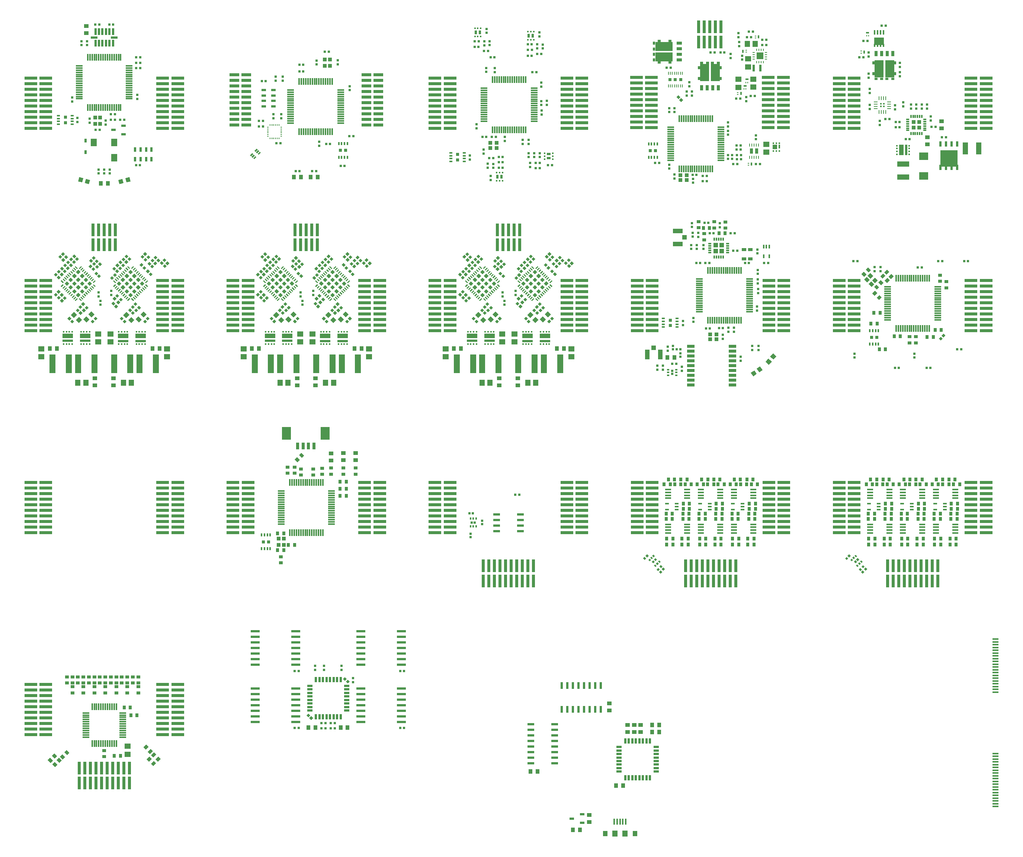
<source format=gtp>
G04 #@! TF.FileFunction,Paste,Top*
%FSLAX46Y46*%
G04 Gerber Fmt 4.6, Leading zero omitted, Abs format (unit mm)*
G04 Created by KiCad (PCBNEW 4.1.0-alpha+201605071002+6776~44~ubuntu14.04.1-product) date Wed 27 Jul 2016 03:25:21 BST*
%MOMM*%
%LPD*%
G01*
G04 APERTURE LIST*
%ADD10C,0.100000*%
%ADD11R,0.620000X0.620000*%
%ADD12R,1.000000X0.950000*%
%ADD13R,0.950000X1.000000*%
%ADD14R,0.650000X0.350000*%
%ADD15R,0.802000X0.802000*%
%ADD16R,0.550000X1.545000*%
%ADD17R,1.545000X0.550000*%
%ADD18R,0.600000X1.100000*%
%ADD19R,1.000000X0.600000*%
%ADD20R,2.920000X0.740000*%
%ADD21R,0.300000X1.500000*%
%ADD22R,1.500000X0.300000*%
%ADD23R,0.850000X0.950000*%
%ADD24R,1.400000X1.700000*%
%ADD25R,0.500000X0.900000*%
%ADD26R,2.220000X0.740000*%
%ADD27R,0.200000X0.400000*%
%ADD28R,0.400000X0.200000*%
%ADD29R,0.350000X0.650000*%
%ADD30R,1.100000X0.600000*%
%ADD31R,0.325000X0.300000*%
%ADD32R,0.952000X0.615000*%
%ADD33R,0.950000X0.850000*%
%ADD34R,0.300000X0.325000*%
%ADD35R,0.615000X0.952000*%
%ADD36R,1.150000X1.450000*%
%ADD37R,1.450000X1.150000*%
%ADD38R,0.250000X0.600000*%
%ADD39R,0.600000X0.250000*%
%ADD40R,1.502000X1.502000*%
%ADD41R,0.250000X0.700000*%
%ADD42R,0.802000X1.202000*%
%ADD43R,0.500000X1.600000*%
%ADD44R,0.400000X0.250000*%
%ADD45R,0.400000X0.700000*%
%ADD46R,0.250000X0.400000*%
%ADD47R,0.700000X0.400000*%
%ADD48R,0.740000X2.920000*%
%ADD49R,0.475000X0.800000*%
%ADD50R,0.650000X0.550000*%
%ADD51R,0.750000X0.550000*%
%ADD52R,2.025000X3.900000*%
%ADD53R,0.650000X1.250000*%
%ADD54R,0.800000X0.475000*%
%ADD55R,0.550000X0.650000*%
%ADD56R,0.550000X0.750000*%
%ADD57R,3.900000X2.025000*%
%ADD58R,1.250000X0.650000*%
%ADD59R,0.400000X0.850000*%
%ADD60R,0.400000X0.455000*%
%ADD61R,1.050000X1.100000*%
%ADD62R,1.150000X2.700000*%
%ADD63R,2.700000X1.150000*%
%ADD64R,0.800000X0.300000*%
%ADD65R,0.300000X0.800000*%
%ADD66R,0.902000X0.902000*%
%ADD67R,2.000000X1.800000*%
%ADD68R,0.405000X0.760000*%
%ADD69R,2.235000X1.725000*%
%ADD70R,0.405000X0.990000*%
%ADD71R,0.610000X1.270000*%
%ADD72R,3.910000X3.810000*%
%ADD73R,0.450000X0.450000*%
%ADD74R,1.036000X2.450000*%
%ADD75R,0.562000X2.450000*%
%ADD76R,0.240000X0.900000*%
%ADD77R,0.900000X0.240000*%
%ADD78R,0.302000X0.302000*%
%ADD79R,1.400000X0.380000*%
%ADD80R,2.450000X1.036000*%
%ADD81R,2.450000X0.562000*%
%ADD82R,1.400000X4.200000*%
%ADD83R,1.000000X1.050000*%
%ADD84R,1.050000X2.200000*%
%ADD85R,1.800000X0.700000*%
%ADD86R,1.800000X0.800000*%
%ADD87R,0.300000X0.750000*%
%ADD88R,0.750000X0.300000*%
%ADD89R,1.102000X1.102000*%
%ADD90R,0.900000X0.750000*%
%ADD91R,0.750000X0.900000*%
%ADD92R,0.470000X0.400000*%
%ADD93R,0.502000X0.502000*%
%ADD94R,0.520000X0.520000*%
%ADD95R,1.050000X1.000000*%
%ADD96R,2.200000X1.050000*%
%ADD97R,0.400000X0.950000*%
%ADD98R,1.000000X0.800000*%
%ADD99R,0.800000X1.600000*%
%ADD100R,2.100000X3.000000*%
%ADD101R,1.550000X0.600000*%
%ADD102R,0.400000X0.470000*%
%ADD103R,1.450000X0.450000*%
%ADD104R,0.950000X0.400000*%
%ADD105R,2.000000X0.600000*%
%ADD106R,0.500000X1.200000*%
%ADD107R,1.200000X0.500000*%
%ADD108R,0.600000X1.550000*%
%ADD109R,0.400000X1.350000*%
%ADD110R,1.300000X1.400000*%
%ADD111R,0.975000X1.300000*%
G04 APERTURE END LIST*
D10*
D11*
X45900000Y-56350000D03*
X45900000Y-57250000D03*
D12*
X47900000Y-35400000D03*
X47900000Y-37000000D03*
D11*
X49950000Y-35050000D03*
X50850000Y-35050000D03*
X54050000Y-35050000D03*
X53150000Y-35050000D03*
X59250000Y-67100000D03*
X60150000Y-67100000D03*
D10*
G36*
X46039035Y-70752969D02*
X46297854Y-69787043D01*
X47215483Y-70032921D01*
X46956664Y-70998847D01*
X46039035Y-70752969D01*
X46039035Y-70752969D01*
G37*
G36*
X47584517Y-71167079D02*
X47843336Y-70201153D01*
X48760965Y-70447031D01*
X48502146Y-71412957D01*
X47584517Y-71167079D01*
X47584517Y-71167079D01*
G37*
D13*
X51200000Y-71200000D03*
X52800000Y-71200000D03*
D10*
G36*
X57702146Y-69787043D02*
X57960965Y-70752969D01*
X57043336Y-70998847D01*
X56784517Y-70032921D01*
X57702146Y-69787043D01*
X57702146Y-69787043D01*
G37*
G36*
X56156664Y-70201153D02*
X56415483Y-71167079D01*
X55497854Y-71412957D01*
X55239035Y-70447031D01*
X56156664Y-70201153D01*
X56156664Y-70201153D01*
G37*
D14*
X44700000Y-57750000D03*
X44700000Y-57100000D03*
X44700000Y-56450000D03*
X44700000Y-55800000D03*
X41600000Y-55800000D03*
X41600000Y-56450000D03*
X41600000Y-57100000D03*
X41600000Y-57750000D03*
D15*
X43150000Y-57375000D03*
X43150000Y-56175000D03*
D16*
X54000000Y-36700000D03*
X53200000Y-36700000D03*
X52400000Y-36700000D03*
X51600000Y-36700000D03*
X50800000Y-36700000D03*
X50000000Y-36700000D03*
X50000000Y-39295000D03*
X50800000Y-39295000D03*
X51600000Y-39295000D03*
X52400000Y-39295000D03*
X53200000Y-39295000D03*
X54000000Y-39295000D03*
D17*
X54297500Y-38000000D03*
X49702500Y-38000000D03*
D18*
X59025000Y-65700000D03*
X60275000Y-65700000D03*
X61525000Y-65700000D03*
X62775000Y-65700000D03*
X62775000Y-63500000D03*
X61525000Y-63500000D03*
X60275000Y-63500000D03*
X59025000Y-63500000D03*
D19*
X56400000Y-60000000D03*
X56400000Y-58100000D03*
X54100000Y-59050000D03*
D11*
X55650000Y-56700000D03*
X56550000Y-56700000D03*
X50750000Y-68050000D03*
X50750000Y-68950000D03*
X52000000Y-68050000D03*
X52000000Y-68950000D03*
X53250000Y-68050000D03*
X53250000Y-68950000D03*
D20*
X65285000Y-47285000D03*
X68715000Y-47285000D03*
X65285000Y-48555000D03*
X68715000Y-48555000D03*
X65285000Y-49825000D03*
X68715000Y-49825000D03*
X65285000Y-51095000D03*
X68715000Y-51095000D03*
X65285000Y-52365000D03*
X68715000Y-52365000D03*
X65285000Y-53635000D03*
X68715000Y-53635000D03*
X65285000Y-54905000D03*
X68715000Y-54905000D03*
X65285000Y-56175000D03*
X68715000Y-56175000D03*
X65285000Y-57445000D03*
X68715000Y-57445000D03*
X65285000Y-58715000D03*
X68715000Y-58715000D03*
D11*
X48650000Y-57400000D03*
X48650000Y-56500000D03*
X60200000Y-43750000D03*
X59300000Y-43750000D03*
X44700000Y-51650000D03*
X44700000Y-52550000D03*
X53550000Y-56700000D03*
X54450000Y-56700000D03*
X50950000Y-59000000D03*
X50050000Y-59000000D03*
X59550000Y-52000000D03*
X59550000Y-51100000D03*
X46850000Y-38850000D03*
X46850000Y-39750000D03*
X53550000Y-55500000D03*
X54450000Y-55500000D03*
D21*
X48250000Y-53900000D03*
X48750000Y-53900000D03*
X49250000Y-53900000D03*
X49750000Y-53900000D03*
X50250000Y-53900000D03*
X50750000Y-53900000D03*
X51250000Y-53900000D03*
X51750000Y-53900000D03*
X52250000Y-53900000D03*
X52750000Y-53900000D03*
X53250000Y-53900000D03*
X53750000Y-53900000D03*
X54250000Y-53900000D03*
X54750000Y-53900000D03*
X55250000Y-53900000D03*
X55750000Y-53900000D03*
D22*
X57700000Y-51950000D03*
X57700000Y-51450000D03*
X57700000Y-50950000D03*
X57700000Y-50450000D03*
X57700000Y-49950000D03*
X57700000Y-49450000D03*
X57700000Y-48950000D03*
X57700000Y-48450000D03*
X57700000Y-47950000D03*
X57700000Y-47450000D03*
X57700000Y-46950000D03*
X57700000Y-46450000D03*
X57700000Y-45950000D03*
X57700000Y-45450000D03*
X57700000Y-44950000D03*
X57700000Y-44450000D03*
D21*
X55750000Y-42500000D03*
X55250000Y-42500000D03*
X54750000Y-42500000D03*
X54250000Y-42500000D03*
X53750000Y-42500000D03*
X53250000Y-42500000D03*
X52750000Y-42500000D03*
X52250000Y-42500000D03*
X51750000Y-42500000D03*
X51250000Y-42500000D03*
X50750000Y-42500000D03*
X50250000Y-42500000D03*
X49750000Y-42500000D03*
X49250000Y-42500000D03*
X48750000Y-42500000D03*
X48250000Y-42500000D03*
D22*
X46300000Y-44450000D03*
X46300000Y-44950000D03*
X46300000Y-45450000D03*
X46300000Y-45950000D03*
X46300000Y-46450000D03*
X46300000Y-46950000D03*
X46300000Y-47450000D03*
X46300000Y-47950000D03*
X46300000Y-48450000D03*
X46300000Y-48950000D03*
X46300000Y-49450000D03*
X46300000Y-49950000D03*
X46300000Y-50450000D03*
X46300000Y-50950000D03*
X46300000Y-51450000D03*
X46300000Y-51950000D03*
D20*
X35285000Y-47285000D03*
X38715000Y-47285000D03*
X35285000Y-48555000D03*
X38715000Y-48555000D03*
X35285000Y-49825000D03*
X38715000Y-49825000D03*
X35285000Y-51095000D03*
X38715000Y-51095000D03*
X35285000Y-52365000D03*
X38715000Y-52365000D03*
X35285000Y-53635000D03*
X38715000Y-53635000D03*
X35285000Y-54905000D03*
X38715000Y-54905000D03*
X35285000Y-56175000D03*
X38715000Y-56175000D03*
X35285000Y-57445000D03*
X38715000Y-57445000D03*
X35285000Y-58715000D03*
X38715000Y-58715000D03*
D23*
X49925000Y-56225000D03*
X49925000Y-57675000D03*
X51075000Y-57675000D03*
X51075000Y-56225000D03*
D11*
X52350000Y-57800000D03*
X52350000Y-56900000D03*
D24*
X54250000Y-61900000D03*
X49650000Y-61900000D03*
X54250000Y-65400000D03*
D11*
X60200000Y-42550000D03*
X59300000Y-42550000D03*
X48050000Y-39750000D03*
X48050000Y-38850000D03*
X59300000Y-44950000D03*
X60200000Y-44950000D03*
D25*
X47750000Y-64100000D03*
X47750000Y-61500000D03*
D21*
X103869953Y-48008473D03*
X103369953Y-48008473D03*
X102869953Y-48008473D03*
X102369953Y-48008473D03*
X101869953Y-48008473D03*
X101369953Y-48008473D03*
X100869953Y-48008473D03*
X100369953Y-48008473D03*
X99869953Y-48008473D03*
X99369953Y-48008473D03*
X98869953Y-48008473D03*
X98369953Y-48008473D03*
X97869953Y-48008473D03*
X97369953Y-48008473D03*
X96869953Y-48008473D03*
X96369953Y-48008473D03*
D22*
X94419953Y-49958473D03*
X94419953Y-50458473D03*
X94419953Y-50958473D03*
X94419953Y-51458473D03*
X94419953Y-51958473D03*
X94419953Y-52458473D03*
X94419953Y-52958473D03*
X94419953Y-53458473D03*
X94419953Y-53958473D03*
X94419953Y-54458473D03*
X94419953Y-54958473D03*
X94419953Y-55458473D03*
X94419953Y-55958473D03*
X94419953Y-56458473D03*
X94419953Y-56958473D03*
X94419953Y-57458473D03*
D21*
X96369953Y-59408473D03*
X96869953Y-59408473D03*
X97369953Y-59408473D03*
X97869953Y-59408473D03*
X98369953Y-59408473D03*
X98869953Y-59408473D03*
X99369953Y-59408473D03*
X99869953Y-59408473D03*
X100369953Y-59408473D03*
X100869953Y-59408473D03*
X101369953Y-59408473D03*
X101869953Y-59408473D03*
X102369953Y-59408473D03*
X102869953Y-59408473D03*
X103369953Y-59408473D03*
X103869953Y-59408473D03*
D22*
X105819953Y-57458473D03*
X105819953Y-56958473D03*
X105819953Y-56458473D03*
X105819953Y-55958473D03*
X105819953Y-55458473D03*
X105819953Y-54958473D03*
X105819953Y-54458473D03*
X105819953Y-53958473D03*
X105819953Y-53458473D03*
X105819953Y-52958473D03*
X105819953Y-52458473D03*
X105819953Y-51958473D03*
X105819953Y-51458473D03*
X105819953Y-50958473D03*
X105819953Y-50458473D03*
X105819953Y-49958473D03*
D26*
X84365000Y-46485000D03*
X81635000Y-46485000D03*
X84365000Y-47755000D03*
X81635000Y-47755000D03*
X84365000Y-49025000D03*
X81635000Y-49025000D03*
X84365000Y-50295000D03*
X81635000Y-50295000D03*
X84365000Y-51565000D03*
X81635000Y-51565000D03*
X84365000Y-52835000D03*
X81635000Y-52835000D03*
X84365000Y-54105000D03*
X81635000Y-54105000D03*
X84365000Y-55375000D03*
X81635000Y-55375000D03*
X84365000Y-56645000D03*
X81635000Y-56645000D03*
X84365000Y-57915000D03*
X81635000Y-57915000D03*
D11*
X95550000Y-68400000D03*
X96450000Y-68400000D03*
D27*
X91750000Y-57950000D03*
X91350000Y-57950000D03*
X90950000Y-57950000D03*
X90550000Y-57950000D03*
X90150000Y-57950000D03*
X89750000Y-57950000D03*
D28*
X89250000Y-58450000D03*
X89250000Y-58850000D03*
X89250000Y-59250000D03*
X89250000Y-59650000D03*
X89250000Y-60050000D03*
X89250000Y-60450000D03*
D27*
X89750000Y-60950000D03*
X90150000Y-60950000D03*
X90550000Y-60950000D03*
X90950000Y-60950000D03*
X91350000Y-60950000D03*
X91750000Y-60950000D03*
D28*
X92250000Y-60450000D03*
X92250000Y-60050000D03*
X92250000Y-59650000D03*
X92250000Y-59250000D03*
X92250000Y-58850000D03*
X92250000Y-58450000D03*
D11*
X92100000Y-62050000D03*
X91200000Y-62050000D03*
D26*
X114365000Y-46485000D03*
X111635000Y-46485000D03*
X114365000Y-47755000D03*
X111635000Y-47755000D03*
X114365000Y-49025000D03*
X111635000Y-49025000D03*
X114365000Y-50295000D03*
X111635000Y-50295000D03*
X114365000Y-51565000D03*
X111635000Y-51565000D03*
X114365000Y-52835000D03*
X111635000Y-52835000D03*
X114365000Y-54105000D03*
X111635000Y-54105000D03*
X114365000Y-55375000D03*
X111635000Y-55375000D03*
X114365000Y-56645000D03*
X111635000Y-56645000D03*
X114365000Y-57915000D03*
X111635000Y-57915000D03*
D29*
X107325000Y-62150000D03*
X106675000Y-62150000D03*
X106025000Y-62150000D03*
X105375000Y-62150000D03*
X105375000Y-65250000D03*
X106025000Y-65250000D03*
X106675000Y-65250000D03*
X107325000Y-65250000D03*
D15*
X106950000Y-63700000D03*
X105750000Y-63700000D03*
D11*
X97319953Y-45708473D03*
X96419953Y-45708473D03*
X97319953Y-44208473D03*
X96419953Y-44208473D03*
X91000000Y-46950000D03*
X91000000Y-47850000D03*
X92600000Y-46950000D03*
X92600000Y-47850000D03*
X88150000Y-58225000D03*
X87250000Y-58225000D03*
X87250000Y-57000000D03*
X88150000Y-57000000D03*
X105119953Y-43208473D03*
X105119953Y-44108473D03*
X102219953Y-41208473D03*
X103119953Y-41208473D03*
X90500000Y-55500000D03*
X90500000Y-56400000D03*
X107850000Y-50000000D03*
X107850000Y-49100000D03*
X102500000Y-62225000D03*
X103400000Y-62225000D03*
X100950000Y-61725000D03*
X100950000Y-62625000D03*
X92250000Y-56400000D03*
X92250000Y-55500000D03*
X107800000Y-60450000D03*
X108700000Y-60450000D03*
X88750000Y-47950000D03*
X87850000Y-47950000D03*
D13*
X95200000Y-69800000D03*
X96800000Y-69800000D03*
X100600000Y-69800000D03*
X99000000Y-69800000D03*
D30*
X88300000Y-49950000D03*
X88300000Y-51200000D03*
X88300000Y-52450000D03*
X88300000Y-53700000D03*
X90500000Y-53700000D03*
X90500000Y-52450000D03*
X90500000Y-51200000D03*
X90500000Y-49950000D03*
D11*
X100369953Y-43258473D03*
X100369953Y-44158473D03*
X100250000Y-68400000D03*
X99350000Y-68400000D03*
D23*
X103369953Y-44458473D03*
X103369953Y-43008473D03*
X102219953Y-43008473D03*
X102219953Y-44458473D03*
D11*
X106700000Y-67200000D03*
X105800000Y-67200000D03*
D10*
G36*
X87417627Y-63977348D02*
X87629759Y-64189480D01*
X87127713Y-64691526D01*
X86915581Y-64479394D01*
X87417627Y-63977348D01*
X87417627Y-63977348D01*
G37*
G36*
X87064074Y-63623794D02*
X87276206Y-63835926D01*
X86774160Y-64337972D01*
X86562028Y-64125840D01*
X87064074Y-63623794D01*
X87064074Y-63623794D01*
G37*
G36*
X86710520Y-63270241D02*
X86922652Y-63482373D01*
X86420606Y-63984419D01*
X86208474Y-63772287D01*
X86710520Y-63270241D01*
X86710520Y-63270241D01*
G37*
G36*
X85692287Y-64288474D02*
X85904419Y-64500606D01*
X85402373Y-65002652D01*
X85190241Y-64790520D01*
X85692287Y-64288474D01*
X85692287Y-64288474D01*
G37*
G36*
X86045840Y-64642028D02*
X86257972Y-64854160D01*
X85755926Y-65356206D01*
X85543794Y-65144074D01*
X86045840Y-64642028D01*
X86045840Y-64642028D01*
G37*
G36*
X86399394Y-64995581D02*
X86611526Y-65207713D01*
X86109480Y-65709759D01*
X85897348Y-65497627D01*
X86399394Y-64995581D01*
X86399394Y-64995581D01*
G37*
D20*
X127285000Y-47285000D03*
X130715000Y-47285000D03*
X127285000Y-48555000D03*
X130715000Y-48555000D03*
X127285000Y-49825000D03*
X130715000Y-49825000D03*
X127285000Y-51095000D03*
X130715000Y-51095000D03*
X127285000Y-52365000D03*
X130715000Y-52365000D03*
X127285000Y-53635000D03*
X130715000Y-53635000D03*
X127285000Y-54905000D03*
X130715000Y-54905000D03*
X127285000Y-56175000D03*
X130715000Y-56175000D03*
X127285000Y-57445000D03*
X130715000Y-57445000D03*
X127285000Y-58715000D03*
X130715000Y-58715000D03*
D21*
X140379340Y-58989360D03*
X140879340Y-58989360D03*
X141379340Y-58989360D03*
X141879340Y-58989360D03*
X142379340Y-58989360D03*
X142879340Y-58989360D03*
X143379340Y-58989360D03*
X143879340Y-58989360D03*
X144379340Y-58989360D03*
X144879340Y-58989360D03*
X145379340Y-58989360D03*
X145879340Y-58989360D03*
X146379340Y-58989360D03*
X146879340Y-58989360D03*
X147379340Y-58989360D03*
X147879340Y-58989360D03*
D22*
X149829340Y-57039360D03*
X149829340Y-56539360D03*
X149829340Y-56039360D03*
X149829340Y-55539360D03*
X149829340Y-55039360D03*
X149829340Y-54539360D03*
X149829340Y-54039360D03*
X149829340Y-53539360D03*
X149829340Y-53039360D03*
X149829340Y-52539360D03*
X149829340Y-52039360D03*
X149829340Y-51539360D03*
X149829340Y-51039360D03*
X149829340Y-50539360D03*
X149829340Y-50039360D03*
X149829340Y-49539360D03*
D21*
X147879340Y-47589360D03*
X147379340Y-47589360D03*
X146879340Y-47589360D03*
X146379340Y-47589360D03*
X145879340Y-47589360D03*
X145379340Y-47589360D03*
X144879340Y-47589360D03*
X144379340Y-47589360D03*
X143879340Y-47589360D03*
X143379340Y-47589360D03*
X142879340Y-47589360D03*
X142379340Y-47589360D03*
X141879340Y-47589360D03*
X141379340Y-47589360D03*
X140879340Y-47589360D03*
X140379340Y-47589360D03*
D22*
X138429340Y-49539360D03*
X138429340Y-50039360D03*
X138429340Y-50539360D03*
X138429340Y-51039360D03*
X138429340Y-51539360D03*
X138429340Y-52039360D03*
X138429340Y-52539360D03*
X138429340Y-53039360D03*
X138429340Y-53539360D03*
X138429340Y-54039360D03*
X138429340Y-54539360D03*
X138429340Y-55039360D03*
X138429340Y-55539360D03*
X138429340Y-56039360D03*
X138429340Y-56539360D03*
X138429340Y-57039360D03*
D20*
X157285000Y-47285000D03*
X160715000Y-47285000D03*
X157285000Y-48555000D03*
X160715000Y-48555000D03*
X157285000Y-49825000D03*
X160715000Y-49825000D03*
X157285000Y-51095000D03*
X160715000Y-51095000D03*
X157285000Y-52365000D03*
X160715000Y-52365000D03*
X157285000Y-53635000D03*
X160715000Y-53635000D03*
X157285000Y-54905000D03*
X160715000Y-54905000D03*
X157285000Y-56175000D03*
X160715000Y-56175000D03*
X157285000Y-57445000D03*
X160715000Y-57445000D03*
X157285000Y-58715000D03*
X160715000Y-58715000D03*
D11*
X149442600Y-45900500D03*
X150342600Y-45900500D03*
X138388940Y-64399740D03*
X138388940Y-63499740D03*
X140817600Y-42494360D03*
X139917600Y-42494360D03*
X148923485Y-67488837D03*
X148923485Y-66588837D03*
D31*
X152268885Y-64369537D03*
X152268885Y-65019537D03*
X152268885Y-65669537D03*
X154093885Y-65669537D03*
X154093885Y-65019537D03*
X154093885Y-64369537D03*
D32*
X153181385Y-65486037D03*
X153181385Y-64553037D03*
D11*
X147243380Y-62215340D03*
X147243380Y-61315340D03*
X136778580Y-58661880D03*
X136778580Y-57761880D03*
X151528360Y-54632600D03*
X151528360Y-55532600D03*
X138068480Y-60657900D03*
X138968480Y-60657900D03*
X139003620Y-36944460D03*
X139003620Y-36044460D03*
X138475300Y-38900260D03*
X138475300Y-39800260D03*
X148598365Y-65233317D03*
X148598365Y-64333317D03*
X137226040Y-38887560D03*
X136326040Y-38887560D03*
D14*
X133954700Y-66225780D03*
X133954700Y-65575780D03*
X133954700Y-64925780D03*
X133954700Y-64275780D03*
X130854700Y-64275780D03*
X130854700Y-64925780D03*
X130854700Y-65575780D03*
X130854700Y-66225780D03*
D15*
X132404700Y-65850780D03*
X132404700Y-64650780D03*
D11*
X151007660Y-37750480D03*
X151007660Y-36850480D03*
X140242720Y-60632500D03*
X141142720Y-60632500D03*
X138899480Y-44937420D03*
X138899480Y-45837420D03*
X148584500Y-62197560D03*
X148584500Y-61297560D03*
X140890840Y-45888220D03*
X140890840Y-44988220D03*
X151482640Y-49167360D03*
X151482640Y-48267360D03*
X135183460Y-64899280D03*
X135183460Y-65799280D03*
X143179380Y-61534620D03*
X143179380Y-60634620D03*
D33*
X141288180Y-62023460D03*
X139838180Y-62023460D03*
X139838180Y-63173460D03*
X141288180Y-63173460D03*
D11*
X149295700Y-42151460D03*
X148395700Y-42151460D03*
X141778778Y-65163748D03*
X142678778Y-65163748D03*
X151470360Y-41742520D03*
X150570360Y-41742520D03*
X151800140Y-40503000D03*
X151800140Y-39603000D03*
X139735140Y-39736340D03*
X139735140Y-38836340D03*
X139272218Y-66758868D03*
X139272218Y-67658868D03*
X149311360Y-40848440D03*
X148411360Y-40848440D03*
X149298660Y-39583520D03*
X148398660Y-39583520D03*
X150195605Y-67783057D03*
X151095605Y-67783057D03*
X150560620Y-39590300D03*
X150560620Y-40490300D03*
X139985958Y-69511808D03*
X139985958Y-70411808D03*
X153002305Y-67056617D03*
X153902305Y-67056617D03*
X137193020Y-40142320D03*
X136293020Y-40142320D03*
X141794018Y-66421048D03*
X142694018Y-66421048D03*
X149863285Y-65233317D03*
X149863285Y-64333317D03*
X140529518Y-67681308D03*
X140529518Y-66781308D03*
X151095605Y-66558777D03*
X150195605Y-66558777D03*
X141794018Y-67663108D03*
X142694018Y-67663108D03*
X151143445Y-65233317D03*
X151143445Y-64333317D03*
X152767880Y-53320260D03*
X152767880Y-52420260D03*
X151497880Y-52478680D03*
X151497880Y-53378680D03*
X139364720Y-41033860D03*
X138464720Y-41033860D03*
X139647718Y-65445688D03*
X140547718Y-65445688D03*
D34*
X148442500Y-38518220D03*
X149092500Y-38518220D03*
X149742500Y-38518220D03*
X149742500Y-36693220D03*
X149092500Y-36693220D03*
X148442500Y-36693220D03*
D35*
X149559000Y-37605720D03*
X148626000Y-37605720D03*
D34*
X136377500Y-37768060D03*
X137027500Y-37768060D03*
X137677500Y-37768060D03*
X137677500Y-35943060D03*
X137027500Y-35943060D03*
X136377500Y-35943060D03*
D35*
X137494000Y-36855560D03*
X136561000Y-36855560D03*
D34*
X142635178Y-68755308D03*
X141985178Y-68755308D03*
X141335178Y-68755308D03*
X141335178Y-70580308D03*
X141985178Y-70580308D03*
X142635178Y-70580308D03*
D35*
X141518678Y-69667808D03*
X142451678Y-69667808D03*
D11*
X196550000Y-39980000D03*
X196550000Y-39080000D03*
X195925000Y-63475000D03*
X195925000Y-62575000D03*
X196840000Y-62575000D03*
X196840000Y-63475000D03*
X185990000Y-71060000D03*
X185990000Y-70160000D03*
X181800000Y-70120000D03*
X181800000Y-69220000D03*
X194880000Y-65640000D03*
X194880000Y-64740000D03*
X193950000Y-57340000D03*
X193950000Y-58240000D03*
X180590000Y-67850000D03*
X180590000Y-66950000D03*
X188250000Y-69480000D03*
X189150000Y-69480000D03*
X193940000Y-65640000D03*
X193940000Y-64740000D03*
X180570000Y-54090000D03*
X180570000Y-54990000D03*
X188250000Y-70680000D03*
X189150000Y-70680000D03*
X181780000Y-54990000D03*
X181780000Y-54090000D03*
X193950000Y-59260000D03*
X193950000Y-60160000D03*
D36*
X200150000Y-39480000D03*
X198350000Y-39480000D03*
D11*
X201800000Y-39700000D03*
X202700000Y-39700000D03*
D37*
X198530000Y-44690000D03*
X198530000Y-42890000D03*
D11*
X184600000Y-50300000D03*
X184600000Y-51200000D03*
X177380000Y-66540000D03*
X178280000Y-66540000D03*
D10*
G36*
X182243396Y-51581802D02*
X182681802Y-51143396D01*
X183120208Y-51581802D01*
X182681802Y-52020208D01*
X182243396Y-51581802D01*
X182243396Y-51581802D01*
G37*
G36*
X182879792Y-52218198D02*
X183318198Y-51779792D01*
X183756604Y-52218198D01*
X183318198Y-52656604D01*
X182879792Y-52218198D01*
X182879792Y-52218198D01*
G37*
D11*
X180940000Y-44850000D03*
X180040000Y-44850000D03*
D21*
X182886000Y-67882000D03*
X183386000Y-67882000D03*
X183886000Y-67882000D03*
X184386000Y-67882000D03*
X184886000Y-67882000D03*
X185386000Y-67882000D03*
X185886000Y-67882000D03*
X186386000Y-67882000D03*
X186886000Y-67882000D03*
X187386000Y-67882000D03*
X187886000Y-67882000D03*
X188386000Y-67882000D03*
X188886000Y-67882000D03*
X189386000Y-67882000D03*
X189886000Y-67882000D03*
X190386000Y-67882000D03*
D22*
X192336000Y-65932000D03*
X192336000Y-65432000D03*
X192336000Y-64932000D03*
X192336000Y-64432000D03*
X192336000Y-63932000D03*
X192336000Y-63432000D03*
X192336000Y-62932000D03*
X192336000Y-62432000D03*
X192336000Y-61932000D03*
X192336000Y-61432000D03*
X192336000Y-60932000D03*
X192336000Y-60432000D03*
X192336000Y-59932000D03*
X192336000Y-59432000D03*
X192336000Y-58932000D03*
X192336000Y-58432000D03*
D21*
X190386000Y-56482000D03*
X189886000Y-56482000D03*
X189386000Y-56482000D03*
X188886000Y-56482000D03*
X188386000Y-56482000D03*
X187886000Y-56482000D03*
X187386000Y-56482000D03*
X186886000Y-56482000D03*
X186386000Y-56482000D03*
X185886000Y-56482000D03*
X185386000Y-56482000D03*
X184886000Y-56482000D03*
X184386000Y-56482000D03*
X183886000Y-56482000D03*
X183386000Y-56482000D03*
X182886000Y-56482000D03*
D22*
X180936000Y-58432000D03*
X180936000Y-58932000D03*
X180936000Y-59432000D03*
X180936000Y-59932000D03*
X180936000Y-60432000D03*
X180936000Y-60932000D03*
X180936000Y-61432000D03*
X180936000Y-61932000D03*
X180936000Y-62432000D03*
X180936000Y-62932000D03*
X180936000Y-63432000D03*
X180936000Y-63932000D03*
X180936000Y-64432000D03*
X180936000Y-64932000D03*
X180936000Y-65432000D03*
X180936000Y-65932000D03*
D38*
X200490000Y-43590000D03*
X200990000Y-43590000D03*
X201490000Y-43590000D03*
X201990000Y-43590000D03*
D39*
X202640000Y-42940000D03*
X202640000Y-42440000D03*
X202640000Y-41940000D03*
X202640000Y-41440000D03*
D38*
X201990000Y-40790000D03*
X201490000Y-40790000D03*
X200990000Y-40790000D03*
X200490000Y-40790000D03*
D39*
X199840000Y-41440000D03*
X199840000Y-41940000D03*
X199840000Y-42440000D03*
X199840000Y-42940000D03*
D40*
X201240000Y-42190000D03*
D29*
X175915000Y-65320000D03*
X176565000Y-65320000D03*
X177215000Y-65320000D03*
X177865000Y-65320000D03*
X177865000Y-62220000D03*
X177215000Y-62220000D03*
X176565000Y-62220000D03*
X175915000Y-62220000D03*
D15*
X176290000Y-63770000D03*
X177490000Y-63770000D03*
D41*
X183555000Y-46160000D03*
X183105000Y-46160000D03*
X182655000Y-46160000D03*
X182205000Y-46160000D03*
X181755000Y-46160000D03*
X181305000Y-46160000D03*
X180855000Y-46160000D03*
X180405000Y-46160000D03*
X180405000Y-49060000D03*
X180855000Y-49060000D03*
X181305000Y-49060000D03*
X181755000Y-49060000D03*
X182205000Y-49060000D03*
X182655000Y-49060000D03*
X183105000Y-49060000D03*
X183555000Y-49060000D03*
D15*
X183180000Y-47610000D03*
X181980000Y-47610000D03*
X180780000Y-47610000D03*
D41*
X200900000Y-62465000D03*
X200400000Y-62465000D03*
X199900000Y-62465000D03*
X199400000Y-62465000D03*
X198900000Y-62465000D03*
X198900000Y-65315000D03*
X199400000Y-65315000D03*
X199900000Y-65315000D03*
X200400000Y-65315000D03*
X200900000Y-65315000D03*
D42*
X200500000Y-63890000D03*
X199300000Y-63890000D03*
D20*
X173135000Y-47085000D03*
X176565000Y-47085000D03*
X173135000Y-48355000D03*
X176565000Y-48355000D03*
X173135000Y-49625000D03*
X176565000Y-49625000D03*
X173135000Y-50895000D03*
X176565000Y-50895000D03*
X173135000Y-52165000D03*
X176565000Y-52165000D03*
X173135000Y-53435000D03*
X176565000Y-53435000D03*
X173135000Y-54705000D03*
X176565000Y-54705000D03*
X173135000Y-55975000D03*
X176565000Y-55975000D03*
X173135000Y-57245000D03*
X176565000Y-57245000D03*
X173135000Y-58515000D03*
X176565000Y-58515000D03*
X203135000Y-47085000D03*
X206565000Y-47085000D03*
X203135000Y-48355000D03*
X206565000Y-48355000D03*
X203135000Y-49625000D03*
X206565000Y-49625000D03*
X203135000Y-50895000D03*
X206565000Y-50895000D03*
X203135000Y-52165000D03*
X206565000Y-52165000D03*
X203135000Y-53435000D03*
X206565000Y-53435000D03*
X203135000Y-54705000D03*
X206565000Y-54705000D03*
X203135000Y-55975000D03*
X206565000Y-55975000D03*
X203135000Y-57245000D03*
X206565000Y-57245000D03*
X203135000Y-58515000D03*
X206565000Y-58515000D03*
D43*
X201300000Y-44950000D03*
X199800000Y-44950000D03*
D44*
X198100000Y-40915000D03*
X198100000Y-41365000D03*
D45*
X197400000Y-41140000D03*
D44*
X200220000Y-38115000D03*
X200220000Y-37665000D03*
D45*
X200920000Y-37890000D03*
D46*
X198065000Y-49730000D03*
X197615000Y-49730000D03*
D47*
X197840000Y-49030000D03*
D46*
X198475000Y-48230000D03*
X198025000Y-48230000D03*
D47*
X198250000Y-47530000D03*
D44*
X196200000Y-50975000D03*
X196200000Y-50525000D03*
D45*
X196900000Y-50750000D03*
D44*
X198630000Y-67065000D03*
X198630000Y-66615000D03*
D45*
X199330000Y-66840000D03*
D11*
X199220000Y-37900000D03*
X198320000Y-37900000D03*
X197180000Y-42140000D03*
X197180000Y-43040000D03*
X186800000Y-69240000D03*
X185900000Y-69240000D03*
X198730000Y-36690000D03*
X199630000Y-36690000D03*
X196370000Y-37000000D03*
X196370000Y-37900000D03*
X190020000Y-41370000D03*
X190920000Y-41370000D03*
X193140000Y-41370000D03*
X192240000Y-41370000D03*
X185800000Y-50300000D03*
X185800000Y-51200000D03*
X194580000Y-42660000D03*
X194580000Y-41760000D03*
X185200000Y-49100000D03*
X185200000Y-48200000D03*
X200030000Y-51310000D03*
X199130000Y-51310000D03*
D37*
X199760000Y-47490000D03*
X199760000Y-49290000D03*
X196370000Y-47530000D03*
X196370000Y-49330000D03*
X202730000Y-62330000D03*
X202730000Y-64130000D03*
D11*
X201250000Y-66830000D03*
X200350000Y-66830000D03*
D33*
X184575000Y-69315000D03*
X183125000Y-69315000D03*
X183125000Y-70465000D03*
X184575000Y-70465000D03*
D48*
X187310000Y-39015000D03*
X187310000Y-35585000D03*
X188580000Y-39015000D03*
X188580000Y-35585000D03*
X189850000Y-39015000D03*
X189850000Y-35585000D03*
X191120000Y-39015000D03*
X191120000Y-35585000D03*
X192390000Y-39015000D03*
X192390000Y-35585000D03*
D49*
X187387500Y-47350000D03*
X187387500Y-44900000D03*
X192312500Y-47350000D03*
D50*
X187950000Y-43770000D03*
D51*
X189275000Y-43765000D03*
D52*
X188637500Y-45990000D03*
D53*
X187945000Y-49465000D03*
X189215000Y-49465000D03*
X190485000Y-49465000D03*
X191755000Y-49465000D03*
D51*
X190425000Y-43765000D03*
D52*
X191062500Y-45990000D03*
D50*
X191750000Y-43770000D03*
D49*
X192312500Y-44900000D03*
D54*
X180735000Y-43697500D03*
X178285000Y-43697500D03*
X180735000Y-38772500D03*
D55*
X177155000Y-43135000D03*
D56*
X177150000Y-41810000D03*
D57*
X179375000Y-42447500D03*
D58*
X182850000Y-43140000D03*
X182850000Y-41870000D03*
X182850000Y-40600000D03*
X182850000Y-39330000D03*
D56*
X177150000Y-40660000D03*
D57*
X179375000Y-40022500D03*
D55*
X177155000Y-39335000D03*
D54*
X178285000Y-38772500D03*
D11*
X196925000Y-64750000D03*
X196025000Y-64750000D03*
X196025000Y-65675000D03*
X196925000Y-65675000D03*
X201800000Y-38500000D03*
X202700000Y-38500000D03*
X200350000Y-61150000D03*
X200350000Y-60250000D03*
D59*
X205640000Y-62854000D03*
D60*
X205640000Y-62027500D03*
X205640000Y-63872500D03*
X204990000Y-62027500D03*
X204340000Y-62027500D03*
X204340000Y-63872500D03*
D61*
X204665000Y-62950000D03*
D60*
X204990000Y-63872500D03*
D11*
X198150000Y-52500000D03*
X198150000Y-51600000D03*
X195850000Y-51900000D03*
X196750000Y-51900000D03*
X196100000Y-66800000D03*
X195200000Y-66800000D03*
X233110000Y-45920000D03*
X233110000Y-46820000D03*
X233030000Y-58450000D03*
X232130000Y-58450000D03*
X235625000Y-54195000D03*
X235625000Y-53295000D03*
X236835000Y-54195000D03*
X236835000Y-53295000D03*
X240110000Y-56010000D03*
X240110000Y-56910000D03*
X242680000Y-60720000D03*
X243580000Y-60720000D03*
X234425000Y-61155000D03*
X235325000Y-61155000D03*
D62*
X248010000Y-63290000D03*
X251010000Y-63290000D03*
D11*
X233030000Y-57250000D03*
X232130000Y-57250000D03*
D63*
X233840000Y-66790000D03*
X233840000Y-69790000D03*
D64*
X234890000Y-56645000D03*
X234890000Y-57145000D03*
X234890000Y-57645000D03*
X234890000Y-58145000D03*
X234890000Y-58645000D03*
X234890000Y-59145000D03*
D65*
X235595000Y-59850000D03*
X236095000Y-59850000D03*
X236595000Y-59850000D03*
X237095000Y-59850000D03*
X237595000Y-59850000D03*
X238095000Y-59850000D03*
D64*
X238800000Y-59145000D03*
X238800000Y-58645000D03*
X238800000Y-58145000D03*
X238800000Y-57645000D03*
X238800000Y-57145000D03*
X238800000Y-56645000D03*
D65*
X238095000Y-55940000D03*
X237595000Y-55940000D03*
X237095000Y-55940000D03*
X236595000Y-55940000D03*
X236095000Y-55940000D03*
X235595000Y-55940000D03*
D66*
X236195000Y-57245000D03*
X236195000Y-58545000D03*
X237495000Y-57245000D03*
X237495000Y-58545000D03*
D20*
X219285000Y-47285000D03*
X222715000Y-47285000D03*
X219285000Y-48555000D03*
X222715000Y-48555000D03*
X219285000Y-49825000D03*
X222715000Y-49825000D03*
X219285000Y-51095000D03*
X222715000Y-51095000D03*
X219285000Y-52365000D03*
X222715000Y-52365000D03*
X219285000Y-53635000D03*
X222715000Y-53635000D03*
X219285000Y-54905000D03*
X222715000Y-54905000D03*
X219285000Y-56175000D03*
X222715000Y-56175000D03*
X219285000Y-57445000D03*
X222715000Y-57445000D03*
X219285000Y-58715000D03*
X222715000Y-58715000D03*
X249285000Y-47285000D03*
X252715000Y-47285000D03*
X249285000Y-48555000D03*
X252715000Y-48555000D03*
X249285000Y-49825000D03*
X252715000Y-49825000D03*
X249285000Y-51095000D03*
X252715000Y-51095000D03*
X249285000Y-52365000D03*
X252715000Y-52365000D03*
X249285000Y-53635000D03*
X252715000Y-53635000D03*
X249285000Y-54905000D03*
X252715000Y-54905000D03*
X249285000Y-56175000D03*
X252715000Y-56175000D03*
X249285000Y-57445000D03*
X252715000Y-57445000D03*
X249285000Y-58715000D03*
X252715000Y-58715000D03*
D67*
X238500000Y-69500000D03*
X238500000Y-65000000D03*
D46*
X225975000Y-37630000D03*
X225525000Y-37630000D03*
D47*
X225750000Y-36930000D03*
D68*
X227360000Y-39820000D03*
X228020000Y-39820000D03*
X228680000Y-39820000D03*
D69*
X228350000Y-38830000D03*
D68*
X229340000Y-39820000D03*
D70*
X227360000Y-36835000D03*
X228020000Y-36835000D03*
X228680000Y-36835000D03*
X229340000Y-36835000D03*
D44*
X224250000Y-41545000D03*
X224250000Y-41095000D03*
D45*
X224950000Y-41320000D03*
D71*
X246130000Y-62205000D03*
X244860000Y-62205000D03*
X243590000Y-62205000D03*
X242320000Y-62205000D03*
X242320000Y-67545000D03*
X243590000Y-67545000D03*
X244860000Y-67545000D03*
X246130000Y-67545000D03*
D72*
X244225000Y-65565000D03*
D11*
X233880000Y-53680000D03*
X233880000Y-52780000D03*
X228520000Y-57890000D03*
X228520000Y-56990000D03*
X231975000Y-54345000D03*
X231975000Y-53445000D03*
X238045000Y-53295000D03*
X238045000Y-54195000D03*
X230700000Y-56550000D03*
X229800000Y-56550000D03*
X224820000Y-38820000D03*
X225720000Y-38820000D03*
X239255000Y-54195000D03*
X239255000Y-53295000D03*
X226255000Y-53365000D03*
X226255000Y-54265000D03*
X229840000Y-35280000D03*
X228940000Y-35280000D03*
X223850000Y-42500000D03*
X224750000Y-42500000D03*
X225980000Y-41420000D03*
X225980000Y-42320000D03*
X233110000Y-43810000D03*
X233110000Y-44710000D03*
D12*
X239330000Y-60740000D03*
X239330000Y-62340000D03*
D11*
X240295000Y-58335000D03*
X241195000Y-58335000D03*
X225980000Y-47160000D03*
X225980000Y-46260000D03*
D12*
X242530000Y-57090000D03*
X242530000Y-58690000D03*
D49*
X232012500Y-43810000D03*
X232012500Y-46260000D03*
X227087500Y-43810000D03*
D50*
X231450000Y-47390000D03*
D51*
X230125000Y-47395000D03*
D52*
X230762500Y-45170000D03*
D53*
X231455000Y-41695000D03*
X230185000Y-41695000D03*
X228915000Y-41695000D03*
X227645000Y-41695000D03*
D51*
X228975000Y-47395000D03*
D52*
X228337500Y-45170000D03*
D50*
X227650000Y-47390000D03*
D49*
X227087500Y-46260000D03*
D73*
X235216000Y-62645000D03*
X235216000Y-63295000D03*
X235216000Y-64595000D03*
X235216000Y-63945000D03*
X232444000Y-64595000D03*
X232444000Y-63945000D03*
X232444000Y-63295000D03*
X232444000Y-62645000D03*
D74*
X233396000Y-63620000D03*
D75*
X234501000Y-63620000D03*
D76*
X228365000Y-54955000D03*
X228865000Y-54955000D03*
X229365000Y-54955000D03*
X229865000Y-54955000D03*
D77*
X230665000Y-54155000D03*
X230665000Y-53655000D03*
X230665000Y-53155000D03*
X230665000Y-52655000D03*
D76*
X229865000Y-51855000D03*
X229365000Y-51855000D03*
X228865000Y-51855000D03*
X228365000Y-51855000D03*
D77*
X227565000Y-52655000D03*
X227565000Y-53155000D03*
X227565000Y-53655000D03*
X227565000Y-54155000D03*
D78*
X228810000Y-53710000D03*
X229420000Y-53710000D03*
X228810000Y-53100000D03*
X229420000Y-53100000D03*
D11*
X226200000Y-50650000D03*
X226200000Y-49750000D03*
D79*
X254890000Y-174967500D03*
X254890000Y-175602500D03*
X254890000Y-176237500D03*
X254890000Y-176872500D03*
X254890000Y-177507500D03*
X254890000Y-178142500D03*
X254890000Y-178777500D03*
X254890000Y-179412500D03*
X254890000Y-180047500D03*
X254890000Y-180682500D03*
X254890000Y-181317500D03*
X254890000Y-181952500D03*
X254890000Y-182587500D03*
X254890000Y-183222500D03*
X254890000Y-183857500D03*
X254890000Y-184492500D03*
X254890000Y-185127500D03*
X254890000Y-185762500D03*
X254890000Y-186397500D03*
X254890000Y-187032500D03*
X254890000Y-200967500D03*
X254890000Y-201602500D03*
X254890000Y-202237500D03*
X254890000Y-202872500D03*
X254890000Y-203507500D03*
X254890000Y-204142500D03*
X254890000Y-204777500D03*
X254890000Y-205412500D03*
X254890000Y-206047500D03*
X254890000Y-206682500D03*
X254890000Y-207317500D03*
X254890000Y-207952500D03*
X254890000Y-208587500D03*
X254890000Y-209222500D03*
X254890000Y-209857500D03*
X254890000Y-210492500D03*
X254890000Y-211127500D03*
X254890000Y-211762500D03*
X254890000Y-212397500D03*
X254890000Y-213032500D03*
D73*
X57275000Y-107786000D03*
X56625000Y-107786000D03*
X55325000Y-107786000D03*
X55975000Y-107786000D03*
X55325000Y-105014000D03*
X55975000Y-105014000D03*
X56625000Y-105014000D03*
X57275000Y-105014000D03*
D80*
X56300000Y-105966000D03*
D81*
X56300000Y-107071000D03*
D73*
X48650000Y-107772000D03*
X48000000Y-107772000D03*
X46700000Y-107772000D03*
X47350000Y-107772000D03*
X46700000Y-105000000D03*
X47350000Y-105000000D03*
X48000000Y-105000000D03*
X48650000Y-105000000D03*
D80*
X47675000Y-105952000D03*
D81*
X47675000Y-107057000D03*
D73*
X61275000Y-107786000D03*
X60625000Y-107786000D03*
X59325000Y-107786000D03*
X59975000Y-107786000D03*
X59325000Y-105014000D03*
X59975000Y-105014000D03*
X60625000Y-105014000D03*
X61275000Y-105014000D03*
D80*
X60300000Y-105966000D03*
D81*
X60300000Y-107071000D03*
D73*
X44700000Y-107772000D03*
X44050000Y-107772000D03*
X42750000Y-107772000D03*
X43400000Y-107772000D03*
X42750000Y-105000000D03*
X43400000Y-105000000D03*
X44050000Y-105000000D03*
X44700000Y-105000000D03*
D80*
X43725000Y-105952000D03*
D81*
X43725000Y-107057000D03*
D10*
G36*
X44856604Y-89818198D02*
X44418198Y-90256604D01*
X43979792Y-89818198D01*
X44418198Y-89379792D01*
X44856604Y-89818198D01*
X44856604Y-89818198D01*
G37*
G36*
X44220208Y-89181802D02*
X43781802Y-89620208D01*
X43343396Y-89181802D01*
X43781802Y-88743396D01*
X44220208Y-89181802D01*
X44220208Y-89181802D01*
G37*
G36*
X56756604Y-89818198D02*
X56318198Y-90256604D01*
X55879792Y-89818198D01*
X56318198Y-89379792D01*
X56756604Y-89818198D01*
X56756604Y-89818198D01*
G37*
G36*
X56120208Y-89181802D02*
X55681802Y-89620208D01*
X55243396Y-89181802D01*
X55681802Y-88743396D01*
X56120208Y-89181802D01*
X56120208Y-89181802D01*
G37*
G36*
X59918198Y-99043396D02*
X60356604Y-99481802D01*
X59918198Y-99920208D01*
X59479792Y-99481802D01*
X59918198Y-99043396D01*
X59918198Y-99043396D01*
G37*
G36*
X59281802Y-99679792D02*
X59720208Y-100118198D01*
X59281802Y-100556604D01*
X58843396Y-100118198D01*
X59281802Y-99679792D01*
X59281802Y-99679792D01*
G37*
G36*
X48018198Y-99043396D02*
X48456604Y-99481802D01*
X48018198Y-99920208D01*
X47579792Y-99481802D01*
X48018198Y-99043396D01*
X48018198Y-99043396D01*
G37*
G36*
X47381802Y-99679792D02*
X47820208Y-100118198D01*
X47381802Y-100556604D01*
X46943396Y-100118198D01*
X47381802Y-99679792D01*
X47381802Y-99679792D01*
G37*
G36*
X44743396Y-87781802D02*
X45181802Y-87343396D01*
X45620208Y-87781802D01*
X45181802Y-88220208D01*
X44743396Y-87781802D01*
X44743396Y-87781802D01*
G37*
G36*
X45379792Y-88418198D02*
X45818198Y-87979792D01*
X46256604Y-88418198D01*
X45818198Y-88856604D01*
X45379792Y-88418198D01*
X45379792Y-88418198D01*
G37*
D48*
X49460000Y-85215000D03*
X49460000Y-81785000D03*
X50730000Y-85215000D03*
X50730000Y-81785000D03*
X52000000Y-85215000D03*
X52000000Y-81785000D03*
X53270000Y-85215000D03*
X53270000Y-81785000D03*
X54540000Y-85215000D03*
X54540000Y-81785000D03*
D10*
G36*
X56643396Y-87781802D02*
X57081802Y-87343396D01*
X57520208Y-87781802D01*
X57081802Y-88220208D01*
X56643396Y-87781802D01*
X56643396Y-87781802D01*
G37*
G36*
X57279792Y-88418198D02*
X57718198Y-87979792D01*
X58156604Y-88418198D01*
X57718198Y-88856604D01*
X57279792Y-88418198D01*
X57279792Y-88418198D01*
G37*
D13*
X41200000Y-108800000D03*
X39600000Y-108800000D03*
D10*
G36*
X42381802Y-98356604D02*
X41943396Y-97918198D01*
X42381802Y-97479792D01*
X42820208Y-97918198D01*
X42381802Y-98356604D01*
X42381802Y-98356604D01*
G37*
G36*
X43018198Y-97720208D02*
X42579792Y-97281802D01*
X43018198Y-96843396D01*
X43456604Y-97281802D01*
X43018198Y-97720208D01*
X43018198Y-97720208D01*
G37*
G36*
X43318198Y-87543396D02*
X43756604Y-87981802D01*
X43318198Y-88420208D01*
X42879792Y-87981802D01*
X43318198Y-87543396D01*
X43318198Y-87543396D01*
G37*
G36*
X42681802Y-88179792D02*
X43120208Y-88618198D01*
X42681802Y-89056604D01*
X42243396Y-88618198D01*
X42681802Y-88179792D01*
X42681802Y-88179792D01*
G37*
G36*
X43456604Y-91218198D02*
X43018198Y-91656604D01*
X42579792Y-91218198D01*
X43018198Y-90779792D01*
X43456604Y-91218198D01*
X43456604Y-91218198D01*
G37*
G36*
X42820208Y-90581802D02*
X42381802Y-91020208D01*
X41943396Y-90581802D01*
X42381802Y-90143396D01*
X42820208Y-90581802D01*
X42820208Y-90581802D01*
G37*
G36*
X42618198Y-86843396D02*
X43056604Y-87281802D01*
X42618198Y-87720208D01*
X42179792Y-87281802D01*
X42618198Y-86843396D01*
X42618198Y-86843396D01*
G37*
G36*
X41981802Y-87479792D02*
X42420208Y-87918198D01*
X41981802Y-88356604D01*
X41543396Y-87918198D01*
X41981802Y-87479792D01*
X41981802Y-87479792D01*
G37*
G36*
X42756604Y-91918198D02*
X42318198Y-92356604D01*
X41879792Y-91918198D01*
X42318198Y-91479792D01*
X42756604Y-91918198D01*
X42756604Y-91918198D01*
G37*
G36*
X42120208Y-91281802D02*
X41681802Y-91720208D01*
X41243396Y-91281802D01*
X41681802Y-90843396D01*
X42120208Y-91281802D01*
X42120208Y-91281802D01*
G37*
D11*
X51100000Y-98850000D03*
X51100000Y-97950000D03*
D10*
G36*
X48981802Y-89256604D02*
X48543396Y-88818198D01*
X48981802Y-88379792D01*
X49420208Y-88818198D01*
X48981802Y-89256604D01*
X48981802Y-89256604D01*
G37*
G36*
X49618198Y-88620208D02*
X49179792Y-88181802D01*
X49618198Y-87743396D01*
X50056604Y-88181802D01*
X49618198Y-88620208D01*
X49618198Y-88620208D01*
G37*
D11*
X50700000Y-96950000D03*
X50700000Y-96050000D03*
D10*
G36*
X42643396Y-89881802D02*
X43081802Y-89443396D01*
X43520208Y-89881802D01*
X43081802Y-90320208D01*
X42643396Y-89881802D01*
X42643396Y-89881802D01*
G37*
G36*
X43279792Y-90518198D02*
X43718198Y-90079792D01*
X44156604Y-90518198D01*
X43718198Y-90956604D01*
X43279792Y-90518198D01*
X43279792Y-90518198D01*
G37*
D12*
X49900000Y-117200000D03*
X49900000Y-115600000D03*
X54100000Y-115600000D03*
X54100000Y-117200000D03*
D10*
G36*
X55138406Y-99200000D02*
X54700000Y-99638406D01*
X54261594Y-99200000D01*
X54700000Y-98761594D01*
X55138406Y-99200000D01*
X55138406Y-99200000D01*
G37*
G36*
X54502010Y-98563604D02*
X54063604Y-99002010D01*
X53625198Y-98563604D01*
X54063604Y-98125198D01*
X54502010Y-98563604D01*
X54502010Y-98563604D01*
G37*
G36*
X65081802Y-89756604D02*
X64643396Y-89318198D01*
X65081802Y-88879792D01*
X65520208Y-89318198D01*
X65081802Y-89756604D01*
X65081802Y-89756604D01*
G37*
G36*
X65718198Y-89120208D02*
X65279792Y-88681802D01*
X65718198Y-88243396D01*
X66156604Y-88681802D01*
X65718198Y-89120208D01*
X65718198Y-89120208D01*
G37*
G36*
X55356604Y-91218198D02*
X54918198Y-91656604D01*
X54479792Y-91218198D01*
X54918198Y-90779792D01*
X55356604Y-91218198D01*
X55356604Y-91218198D01*
G37*
G36*
X54720208Y-90581802D02*
X54281802Y-91020208D01*
X53843396Y-90581802D01*
X54281802Y-90143396D01*
X54720208Y-90581802D01*
X54720208Y-90581802D01*
G37*
G36*
X65781802Y-90456604D02*
X65343396Y-90018198D01*
X65781802Y-89579792D01*
X66220208Y-90018198D01*
X65781802Y-90456604D01*
X65781802Y-90456604D01*
G37*
G36*
X66418198Y-89820208D02*
X65979792Y-89381802D01*
X66418198Y-88943396D01*
X66856604Y-89381802D01*
X66418198Y-89820208D01*
X66418198Y-89820208D01*
G37*
G36*
X54418198Y-91643396D02*
X54856604Y-92081802D01*
X54418198Y-92520208D01*
X53979792Y-92081802D01*
X54418198Y-91643396D01*
X54418198Y-91643396D01*
G37*
G36*
X53781802Y-92279792D02*
X54220208Y-92718198D01*
X53781802Y-93156604D01*
X53343396Y-92718198D01*
X53781802Y-92279792D01*
X53781802Y-92279792D01*
G37*
G36*
X62036396Y-87525198D02*
X62474802Y-87963604D01*
X62036396Y-88402010D01*
X61597990Y-87963604D01*
X62036396Y-87525198D01*
X62036396Y-87525198D01*
G37*
G36*
X61400000Y-88161594D02*
X61838406Y-88600000D01*
X61400000Y-89038406D01*
X60961594Y-88600000D01*
X61400000Y-88161594D01*
X61400000Y-88161594D01*
G37*
G36*
X64756604Y-88718198D02*
X64318198Y-89156604D01*
X63879792Y-88718198D01*
X64318198Y-88279792D01*
X64756604Y-88718198D01*
X64756604Y-88718198D01*
G37*
G36*
X64120208Y-88081802D02*
X63681802Y-88520208D01*
X63243396Y-88081802D01*
X63681802Y-87643396D01*
X64120208Y-88081802D01*
X64120208Y-88081802D01*
G37*
G36*
X61336396Y-86825198D02*
X61774802Y-87263604D01*
X61336396Y-87702010D01*
X60897990Y-87263604D01*
X61336396Y-86825198D01*
X61336396Y-86825198D01*
G37*
G36*
X60700000Y-87461594D02*
X61138406Y-87900000D01*
X60700000Y-88338406D01*
X60261594Y-87900000D01*
X60700000Y-87461594D01*
X60700000Y-87461594D01*
G37*
D82*
X43950000Y-112300000D03*
X40250000Y-112300000D03*
X46050000Y-112300000D03*
X49750000Y-112300000D03*
X63750000Y-112300000D03*
X60050000Y-112300000D03*
D20*
X65285000Y-93285000D03*
X68715000Y-93285000D03*
X65285000Y-94555000D03*
X68715000Y-94555000D03*
X65285000Y-95825000D03*
X68715000Y-95825000D03*
X65285000Y-97095000D03*
X68715000Y-97095000D03*
X65285000Y-98365000D03*
X68715000Y-98365000D03*
X65285000Y-99635000D03*
X68715000Y-99635000D03*
X65285000Y-100905000D03*
X68715000Y-100905000D03*
X65285000Y-102175000D03*
X68715000Y-102175000D03*
X65285000Y-103445000D03*
X68715000Y-103445000D03*
X65285000Y-104715000D03*
X68715000Y-104715000D03*
X35285000Y-93285000D03*
X38715000Y-93285000D03*
X35285000Y-94555000D03*
X38715000Y-94555000D03*
X35285000Y-95825000D03*
X38715000Y-95825000D03*
X35285000Y-97095000D03*
X38715000Y-97095000D03*
X35285000Y-98365000D03*
X38715000Y-98365000D03*
X35285000Y-99635000D03*
X38715000Y-99635000D03*
X35285000Y-100905000D03*
X38715000Y-100905000D03*
X35285000Y-102175000D03*
X38715000Y-102175000D03*
X35285000Y-103445000D03*
X38715000Y-103445000D03*
X35285000Y-104715000D03*
X38715000Y-104715000D03*
D10*
G36*
X49900699Y-93204505D02*
X50077476Y-93381282D01*
X49582501Y-93876257D01*
X49405724Y-93699480D01*
X49900699Y-93204505D01*
X49900699Y-93204505D01*
G37*
G36*
X49547146Y-92850951D02*
X49723923Y-93027728D01*
X49228948Y-93522703D01*
X49052171Y-93345926D01*
X49547146Y-92850951D01*
X49547146Y-92850951D01*
G37*
G36*
X49193592Y-92497398D02*
X49370369Y-92674175D01*
X48875394Y-93169150D01*
X48698617Y-92992373D01*
X49193592Y-92497398D01*
X49193592Y-92497398D01*
G37*
G36*
X48840039Y-92143844D02*
X49016816Y-92320621D01*
X48521841Y-92815596D01*
X48345064Y-92638819D01*
X48840039Y-92143844D01*
X48840039Y-92143844D01*
G37*
G36*
X48486485Y-91790291D02*
X48663262Y-91967068D01*
X48168287Y-92462043D01*
X47991510Y-92285266D01*
X48486485Y-91790291D01*
X48486485Y-91790291D01*
G37*
G36*
X48132932Y-91436738D02*
X48309709Y-91613515D01*
X47814734Y-92108490D01*
X47637957Y-91931713D01*
X48132932Y-91436738D01*
X48132932Y-91436738D01*
G37*
G36*
X47779379Y-91083184D02*
X47956156Y-91259961D01*
X47461181Y-91754936D01*
X47284404Y-91578159D01*
X47779379Y-91083184D01*
X47779379Y-91083184D01*
G37*
G36*
X47425825Y-90729631D02*
X47602602Y-90906408D01*
X47107627Y-91401383D01*
X46930850Y-91224606D01*
X47425825Y-90729631D01*
X47425825Y-90729631D01*
G37*
G36*
X47072272Y-90376077D02*
X47249049Y-90552854D01*
X46754074Y-91047829D01*
X46577297Y-90871052D01*
X47072272Y-90376077D01*
X47072272Y-90376077D01*
G37*
G36*
X46718718Y-90022524D02*
X46895495Y-90199301D01*
X46400520Y-90694276D01*
X46223743Y-90517499D01*
X46718718Y-90022524D01*
X46718718Y-90022524D01*
G37*
G36*
X45481282Y-90022524D02*
X45976257Y-90517499D01*
X45799480Y-90694276D01*
X45304505Y-90199301D01*
X45481282Y-90022524D01*
X45481282Y-90022524D01*
G37*
G36*
X45127728Y-90376077D02*
X45622703Y-90871052D01*
X45445926Y-91047829D01*
X44950951Y-90552854D01*
X45127728Y-90376077D01*
X45127728Y-90376077D01*
G37*
G36*
X44774175Y-90729631D02*
X45269150Y-91224606D01*
X45092373Y-91401383D01*
X44597398Y-90906408D01*
X44774175Y-90729631D01*
X44774175Y-90729631D01*
G37*
G36*
X44420621Y-91083184D02*
X44915596Y-91578159D01*
X44738819Y-91754936D01*
X44243844Y-91259961D01*
X44420621Y-91083184D01*
X44420621Y-91083184D01*
G37*
G36*
X44067068Y-91436738D02*
X44562043Y-91931713D01*
X44385266Y-92108490D01*
X43890291Y-91613515D01*
X44067068Y-91436738D01*
X44067068Y-91436738D01*
G37*
G36*
X43713515Y-91790291D02*
X44208490Y-92285266D01*
X44031713Y-92462043D01*
X43536738Y-91967068D01*
X43713515Y-91790291D01*
X43713515Y-91790291D01*
G37*
G36*
X43359961Y-92143844D02*
X43854936Y-92638819D01*
X43678159Y-92815596D01*
X43183184Y-92320621D01*
X43359961Y-92143844D01*
X43359961Y-92143844D01*
G37*
G36*
X43006408Y-92497398D02*
X43501383Y-92992373D01*
X43324606Y-93169150D01*
X42829631Y-92674175D01*
X43006408Y-92497398D01*
X43006408Y-92497398D01*
G37*
G36*
X42652854Y-92850951D02*
X43147829Y-93345926D01*
X42971052Y-93522703D01*
X42476077Y-93027728D01*
X42652854Y-92850951D01*
X42652854Y-92850951D01*
G37*
G36*
X42299301Y-93204505D02*
X42794276Y-93699480D01*
X42617499Y-93876257D01*
X42122524Y-93381282D01*
X42299301Y-93204505D01*
X42299301Y-93204505D01*
G37*
G36*
X42617499Y-94123743D02*
X42794276Y-94300520D01*
X42299301Y-94795495D01*
X42122524Y-94618718D01*
X42617499Y-94123743D01*
X42617499Y-94123743D01*
G37*
G36*
X42971052Y-94477297D02*
X43147829Y-94654074D01*
X42652854Y-95149049D01*
X42476077Y-94972272D01*
X42971052Y-94477297D01*
X42971052Y-94477297D01*
G37*
G36*
X43324606Y-94830850D02*
X43501383Y-95007627D01*
X43006408Y-95502602D01*
X42829631Y-95325825D01*
X43324606Y-94830850D01*
X43324606Y-94830850D01*
G37*
G36*
X43678159Y-95184404D02*
X43854936Y-95361181D01*
X43359961Y-95856156D01*
X43183184Y-95679379D01*
X43678159Y-95184404D01*
X43678159Y-95184404D01*
G37*
G36*
X44031713Y-95537957D02*
X44208490Y-95714734D01*
X43713515Y-96209709D01*
X43536738Y-96032932D01*
X44031713Y-95537957D01*
X44031713Y-95537957D01*
G37*
G36*
X44385266Y-95891510D02*
X44562043Y-96068287D01*
X44067068Y-96563262D01*
X43890291Y-96386485D01*
X44385266Y-95891510D01*
X44385266Y-95891510D01*
G37*
G36*
X44738819Y-96245064D02*
X44915596Y-96421841D01*
X44420621Y-96916816D01*
X44243844Y-96740039D01*
X44738819Y-96245064D01*
X44738819Y-96245064D01*
G37*
G36*
X45092373Y-96598617D02*
X45269150Y-96775394D01*
X44774175Y-97270369D01*
X44597398Y-97093592D01*
X45092373Y-96598617D01*
X45092373Y-96598617D01*
G37*
G36*
X45445926Y-96952171D02*
X45622703Y-97128948D01*
X45127728Y-97623923D01*
X44950951Y-97447146D01*
X45445926Y-96952171D01*
X45445926Y-96952171D01*
G37*
G36*
X45799480Y-97305724D02*
X45976257Y-97482501D01*
X45481282Y-97977476D01*
X45304505Y-97800699D01*
X45799480Y-97305724D01*
X45799480Y-97305724D01*
G37*
G36*
X46400520Y-97305724D02*
X46895495Y-97800699D01*
X46718718Y-97977476D01*
X46223743Y-97482501D01*
X46400520Y-97305724D01*
X46400520Y-97305724D01*
G37*
G36*
X46754074Y-96952171D02*
X47249049Y-97447146D01*
X47072272Y-97623923D01*
X46577297Y-97128948D01*
X46754074Y-96952171D01*
X46754074Y-96952171D01*
G37*
G36*
X47107627Y-96598617D02*
X47602602Y-97093592D01*
X47425825Y-97270369D01*
X46930850Y-96775394D01*
X47107627Y-96598617D01*
X47107627Y-96598617D01*
G37*
G36*
X47461181Y-96245064D02*
X47956156Y-96740039D01*
X47779379Y-96916816D01*
X47284404Y-96421841D01*
X47461181Y-96245064D01*
X47461181Y-96245064D01*
G37*
G36*
X47814734Y-95891510D02*
X48309709Y-96386485D01*
X48132932Y-96563262D01*
X47637957Y-96068287D01*
X47814734Y-95891510D01*
X47814734Y-95891510D01*
G37*
G36*
X48168287Y-95537957D02*
X48663262Y-96032932D01*
X48486485Y-96209709D01*
X47991510Y-95714734D01*
X48168287Y-95537957D01*
X48168287Y-95537957D01*
G37*
G36*
X48521841Y-95184404D02*
X49016816Y-95679379D01*
X48840039Y-95856156D01*
X48345064Y-95361181D01*
X48521841Y-95184404D01*
X48521841Y-95184404D01*
G37*
G36*
X48875394Y-94830850D02*
X49370369Y-95325825D01*
X49193592Y-95502602D01*
X48698617Y-95007627D01*
X48875394Y-94830850D01*
X48875394Y-94830850D01*
G37*
G36*
X49228948Y-94477297D02*
X49723923Y-94972272D01*
X49547146Y-95149049D01*
X49052171Y-94654074D01*
X49228948Y-94477297D01*
X49228948Y-94477297D01*
G37*
G36*
X49582501Y-94123743D02*
X50077476Y-94618718D01*
X49900699Y-94795495D01*
X49405724Y-94300520D01*
X49582501Y-94123743D01*
X49582501Y-94123743D01*
G37*
G36*
X48709224Y-93482398D02*
X49226826Y-94000000D01*
X48709224Y-94517602D01*
X48191622Y-94000000D01*
X48709224Y-93482398D01*
X48709224Y-93482398D01*
G37*
G36*
X47839483Y-92612657D02*
X48357085Y-93130259D01*
X47839483Y-93647861D01*
X47321881Y-93130259D01*
X47839483Y-92612657D01*
X47839483Y-92612657D01*
G37*
G36*
X46969741Y-91742915D02*
X47487343Y-92260517D01*
X46969741Y-92778119D01*
X46452139Y-92260517D01*
X46969741Y-91742915D01*
X46969741Y-91742915D01*
G37*
G36*
X46100000Y-90873174D02*
X46617602Y-91390776D01*
X46100000Y-91908378D01*
X45582398Y-91390776D01*
X46100000Y-90873174D01*
X46100000Y-90873174D01*
G37*
G36*
X47839483Y-94352139D02*
X48357085Y-94869741D01*
X47839483Y-95387343D01*
X47321881Y-94869741D01*
X47839483Y-94352139D01*
X47839483Y-94352139D01*
G37*
G36*
X46969741Y-93482398D02*
X47487343Y-94000000D01*
X46969741Y-94517602D01*
X46452139Y-94000000D01*
X46969741Y-93482398D01*
X46969741Y-93482398D01*
G37*
G36*
X46100000Y-92612657D02*
X46617602Y-93130259D01*
X46100000Y-93647861D01*
X45582398Y-93130259D01*
X46100000Y-92612657D01*
X46100000Y-92612657D01*
G37*
G36*
X45230259Y-91742915D02*
X45747861Y-92260517D01*
X45230259Y-92778119D01*
X44712657Y-92260517D01*
X45230259Y-91742915D01*
X45230259Y-91742915D01*
G37*
G36*
X46969741Y-95221881D02*
X47487343Y-95739483D01*
X46969741Y-96257085D01*
X46452139Y-95739483D01*
X46969741Y-95221881D01*
X46969741Y-95221881D01*
G37*
G36*
X46100000Y-94352139D02*
X46617602Y-94869741D01*
X46100000Y-95387343D01*
X45582398Y-94869741D01*
X46100000Y-94352139D01*
X46100000Y-94352139D01*
G37*
G36*
X45230259Y-93482398D02*
X45747861Y-94000000D01*
X45230259Y-94517602D01*
X44712657Y-94000000D01*
X45230259Y-93482398D01*
X45230259Y-93482398D01*
G37*
G36*
X44360517Y-92612657D02*
X44878119Y-93130259D01*
X44360517Y-93647861D01*
X43842915Y-93130259D01*
X44360517Y-92612657D01*
X44360517Y-92612657D01*
G37*
G36*
X46100000Y-96091622D02*
X46617602Y-96609224D01*
X46100000Y-97126826D01*
X45582398Y-96609224D01*
X46100000Y-96091622D01*
X46100000Y-96091622D01*
G37*
G36*
X45230259Y-95221881D02*
X45747861Y-95739483D01*
X45230259Y-96257085D01*
X44712657Y-95739483D01*
X45230259Y-95221881D01*
X45230259Y-95221881D01*
G37*
G36*
X44360517Y-94352139D02*
X44878119Y-94869741D01*
X44360517Y-95387343D01*
X43842915Y-94869741D01*
X44360517Y-94352139D01*
X44360517Y-94352139D01*
G37*
G36*
X43490776Y-93482398D02*
X44008378Y-94000000D01*
X43490776Y-94517602D01*
X42973174Y-94000000D01*
X43490776Y-93482398D01*
X43490776Y-93482398D01*
G37*
G36*
X44444886Y-101151993D02*
X45151993Y-100444886D01*
X45823744Y-101116637D01*
X45116637Y-101823744D01*
X44444886Y-101151993D01*
X44444886Y-101151993D01*
G37*
G36*
X45576256Y-102283363D02*
X46283363Y-101576256D01*
X46955114Y-102248007D01*
X46248007Y-102955114D01*
X45576256Y-102283363D01*
X45576256Y-102283363D01*
G37*
G36*
X49048007Y-100344886D02*
X49755114Y-101051993D01*
X49083363Y-101723744D01*
X48376256Y-101016637D01*
X49048007Y-100344886D01*
X49048007Y-100344886D01*
G37*
G36*
X47916637Y-101476256D02*
X48623744Y-102183363D01*
X47951993Y-102855114D01*
X47244886Y-102148007D01*
X47916637Y-101476256D01*
X47916637Y-101476256D01*
G37*
G36*
X56344886Y-101151993D02*
X57051993Y-100444886D01*
X57723744Y-101116637D01*
X57016637Y-101823744D01*
X56344886Y-101151993D01*
X56344886Y-101151993D01*
G37*
G36*
X57476256Y-102283363D02*
X58183363Y-101576256D01*
X58855114Y-102248007D01*
X58148007Y-102955114D01*
X57476256Y-102283363D01*
X57476256Y-102283363D01*
G37*
G36*
X60948007Y-100344886D02*
X61655114Y-101051993D01*
X60983363Y-101723744D01*
X60276256Y-101016637D01*
X60948007Y-100344886D01*
X60948007Y-100344886D01*
G37*
G36*
X59816637Y-101476256D02*
X60523744Y-102183363D01*
X59851993Y-102855114D01*
X59144886Y-102148007D01*
X59816637Y-101476256D01*
X59816637Y-101476256D01*
G37*
D37*
X37700000Y-108900000D03*
X37700000Y-110700000D03*
D10*
G36*
X44043396Y-88481802D02*
X44481802Y-88043396D01*
X44920208Y-88481802D01*
X44481802Y-88920208D01*
X44043396Y-88481802D01*
X44043396Y-88481802D01*
G37*
G36*
X44679792Y-89118198D02*
X45118198Y-88679792D01*
X45556604Y-89118198D01*
X45118198Y-89556604D01*
X44679792Y-89118198D01*
X44679792Y-89118198D01*
G37*
G36*
X47218198Y-98243396D02*
X47656604Y-98681802D01*
X47218198Y-99120208D01*
X46779792Y-98681802D01*
X47218198Y-98243396D01*
X47218198Y-98243396D01*
G37*
G36*
X46581802Y-98879792D02*
X47020208Y-99318198D01*
X46581802Y-99756604D01*
X46143396Y-99318198D01*
X46581802Y-98879792D01*
X46581802Y-98879792D01*
G37*
G36*
X45156604Y-102618198D02*
X44718198Y-103056604D01*
X44279792Y-102618198D01*
X44718198Y-102179792D01*
X45156604Y-102618198D01*
X45156604Y-102618198D01*
G37*
G36*
X44520208Y-101981802D02*
X44081802Y-102420208D01*
X43643396Y-101981802D01*
X44081802Y-101543396D01*
X44520208Y-101981802D01*
X44520208Y-101981802D01*
G37*
G36*
X40543396Y-91981802D02*
X40981802Y-91543396D01*
X41420208Y-91981802D01*
X40981802Y-92420208D01*
X40543396Y-91981802D01*
X40543396Y-91981802D01*
G37*
G36*
X41179792Y-92618198D02*
X41618198Y-92179792D01*
X42056604Y-92618198D01*
X41618198Y-93056604D01*
X41179792Y-92618198D01*
X41179792Y-92618198D01*
G37*
G36*
X41618198Y-95443396D02*
X42056604Y-95881802D01*
X41618198Y-96320208D01*
X41179792Y-95881802D01*
X41618198Y-95443396D01*
X41618198Y-95443396D01*
G37*
G36*
X40981802Y-96079792D02*
X41420208Y-96518198D01*
X40981802Y-96956604D01*
X40543396Y-96518198D01*
X40981802Y-96079792D01*
X40981802Y-96079792D01*
G37*
G36*
X51256604Y-92318198D02*
X50818198Y-92756604D01*
X50379792Y-92318198D01*
X50818198Y-91879792D01*
X51256604Y-92318198D01*
X51256604Y-92318198D01*
G37*
G36*
X50620208Y-91681802D02*
X50181802Y-92120208D01*
X49743396Y-91681802D01*
X50181802Y-91243396D01*
X50620208Y-91681802D01*
X50620208Y-91681802D01*
G37*
D37*
X50600000Y-107300000D03*
X50600000Y-105500000D03*
D10*
G36*
X49956604Y-90718198D02*
X49518198Y-91156604D01*
X49079792Y-90718198D01*
X49518198Y-90279792D01*
X49956604Y-90718198D01*
X49956604Y-90718198D01*
G37*
G36*
X49320208Y-90081802D02*
X48881802Y-90520208D01*
X48443396Y-90081802D01*
X48881802Y-89643396D01*
X49320208Y-90081802D01*
X49320208Y-90081802D01*
G37*
G36*
X51018198Y-89143396D02*
X51456604Y-89581802D01*
X51018198Y-90020208D01*
X50579792Y-89581802D01*
X51018198Y-89143396D01*
X51018198Y-89143396D01*
G37*
G36*
X50381802Y-89779792D02*
X50820208Y-90218198D01*
X50381802Y-90656604D01*
X49943396Y-90218198D01*
X50381802Y-89779792D01*
X50381802Y-89779792D01*
G37*
G36*
X50318198Y-88443396D02*
X50756604Y-88881802D01*
X50318198Y-89320208D01*
X49879792Y-88881802D01*
X50318198Y-88443396D01*
X50318198Y-88443396D01*
G37*
G36*
X49681802Y-89079792D02*
X50120208Y-89518198D01*
X49681802Y-89956604D01*
X49243396Y-89518198D01*
X49681802Y-89079792D01*
X49681802Y-89079792D01*
G37*
G36*
X50018198Y-101543396D02*
X50456604Y-101981802D01*
X50018198Y-102420208D01*
X49579792Y-101981802D01*
X50018198Y-101543396D01*
X50018198Y-101543396D01*
G37*
G36*
X49381802Y-102179792D02*
X49820208Y-102618198D01*
X49381802Y-103056604D01*
X48943396Y-102618198D01*
X49381802Y-102179792D01*
X49381802Y-102179792D01*
G37*
D36*
X47800000Y-116600000D03*
X46000000Y-116600000D03*
D10*
G36*
X55943396Y-88481802D02*
X56381802Y-88043396D01*
X56820208Y-88481802D01*
X56381802Y-88920208D01*
X55943396Y-88481802D01*
X55943396Y-88481802D01*
G37*
G36*
X56579792Y-89118198D02*
X57018198Y-88679792D01*
X57456604Y-89118198D01*
X57018198Y-89556604D01*
X56579792Y-89118198D01*
X56579792Y-89118198D01*
G37*
G36*
X59118198Y-98243396D02*
X59556604Y-98681802D01*
X59118198Y-99120208D01*
X58679792Y-98681802D01*
X59118198Y-98243396D01*
X59118198Y-98243396D01*
G37*
G36*
X58481802Y-98879792D02*
X58920208Y-99318198D01*
X58481802Y-99756604D01*
X58043396Y-99318198D01*
X58481802Y-98879792D01*
X58481802Y-98879792D01*
G37*
G36*
X55818198Y-97193396D02*
X56256604Y-97631802D01*
X55818198Y-98070208D01*
X55379792Y-97631802D01*
X55818198Y-97193396D01*
X55818198Y-97193396D01*
G37*
G36*
X55181802Y-97829792D02*
X55620208Y-98268198D01*
X55181802Y-98706604D01*
X54743396Y-98268198D01*
X55181802Y-97829792D01*
X55181802Y-97829792D01*
G37*
G36*
X57056604Y-102618198D02*
X56618198Y-103056604D01*
X56179792Y-102618198D01*
X56618198Y-102179792D01*
X57056604Y-102618198D01*
X57056604Y-102618198D01*
G37*
G36*
X56420208Y-101981802D02*
X55981802Y-102420208D01*
X55543396Y-101981802D01*
X55981802Y-101543396D01*
X56420208Y-101981802D01*
X56420208Y-101981802D01*
G37*
D11*
X53600000Y-95700000D03*
X53600000Y-96600000D03*
D10*
G36*
X54968198Y-96343396D02*
X55406604Y-96781802D01*
X54968198Y-97220208D01*
X54529792Y-96781802D01*
X54968198Y-96343396D01*
X54968198Y-96343396D01*
G37*
G36*
X54331802Y-96979792D02*
X54770208Y-97418198D01*
X54331802Y-97856604D01*
X53893396Y-97418198D01*
X54331802Y-96979792D01*
X54331802Y-96979792D01*
G37*
G36*
X63006604Y-91868198D02*
X62568198Y-92306604D01*
X62129792Y-91868198D01*
X62568198Y-91429792D01*
X63006604Y-91868198D01*
X63006604Y-91868198D01*
G37*
G36*
X62370208Y-91231802D02*
X61931802Y-91670208D01*
X61493396Y-91231802D01*
X61931802Y-90793396D01*
X62370208Y-91231802D01*
X62370208Y-91231802D01*
G37*
D37*
X53400000Y-107300000D03*
X53400000Y-105500000D03*
D10*
G36*
X61556604Y-90418198D02*
X61118198Y-90856604D01*
X60679792Y-90418198D01*
X61118198Y-89979792D01*
X61556604Y-90418198D01*
X61556604Y-90418198D01*
G37*
G36*
X60920208Y-89781802D02*
X60481802Y-90220208D01*
X60043396Y-89781802D01*
X60481802Y-89343396D01*
X60920208Y-89781802D01*
X60920208Y-89781802D01*
G37*
G36*
X62543396Y-88781802D02*
X62981802Y-88343396D01*
X63420208Y-88781802D01*
X62981802Y-89220208D01*
X62543396Y-88781802D01*
X62543396Y-88781802D01*
G37*
G36*
X63179792Y-89418198D02*
X63618198Y-88979792D01*
X64056604Y-89418198D01*
X63618198Y-89856604D01*
X63179792Y-89418198D01*
X63179792Y-89418198D01*
G37*
D37*
X66300000Y-108900000D03*
X66300000Y-110700000D03*
D10*
G36*
X61800699Y-93204505D02*
X61977476Y-93381282D01*
X61482501Y-93876257D01*
X61305724Y-93699480D01*
X61800699Y-93204505D01*
X61800699Y-93204505D01*
G37*
G36*
X61447146Y-92850951D02*
X61623923Y-93027728D01*
X61128948Y-93522703D01*
X60952171Y-93345926D01*
X61447146Y-92850951D01*
X61447146Y-92850951D01*
G37*
G36*
X61093592Y-92497398D02*
X61270369Y-92674175D01*
X60775394Y-93169150D01*
X60598617Y-92992373D01*
X61093592Y-92497398D01*
X61093592Y-92497398D01*
G37*
G36*
X60740039Y-92143844D02*
X60916816Y-92320621D01*
X60421841Y-92815596D01*
X60245064Y-92638819D01*
X60740039Y-92143844D01*
X60740039Y-92143844D01*
G37*
G36*
X60386485Y-91790291D02*
X60563262Y-91967068D01*
X60068287Y-92462043D01*
X59891510Y-92285266D01*
X60386485Y-91790291D01*
X60386485Y-91790291D01*
G37*
G36*
X60032932Y-91436738D02*
X60209709Y-91613515D01*
X59714734Y-92108490D01*
X59537957Y-91931713D01*
X60032932Y-91436738D01*
X60032932Y-91436738D01*
G37*
G36*
X59679379Y-91083184D02*
X59856156Y-91259961D01*
X59361181Y-91754936D01*
X59184404Y-91578159D01*
X59679379Y-91083184D01*
X59679379Y-91083184D01*
G37*
G36*
X59325825Y-90729631D02*
X59502602Y-90906408D01*
X59007627Y-91401383D01*
X58830850Y-91224606D01*
X59325825Y-90729631D01*
X59325825Y-90729631D01*
G37*
G36*
X58972272Y-90376077D02*
X59149049Y-90552854D01*
X58654074Y-91047829D01*
X58477297Y-90871052D01*
X58972272Y-90376077D01*
X58972272Y-90376077D01*
G37*
G36*
X58618718Y-90022524D02*
X58795495Y-90199301D01*
X58300520Y-90694276D01*
X58123743Y-90517499D01*
X58618718Y-90022524D01*
X58618718Y-90022524D01*
G37*
G36*
X57381282Y-90022524D02*
X57876257Y-90517499D01*
X57699480Y-90694276D01*
X57204505Y-90199301D01*
X57381282Y-90022524D01*
X57381282Y-90022524D01*
G37*
G36*
X57027728Y-90376077D02*
X57522703Y-90871052D01*
X57345926Y-91047829D01*
X56850951Y-90552854D01*
X57027728Y-90376077D01*
X57027728Y-90376077D01*
G37*
G36*
X56674175Y-90729631D02*
X57169150Y-91224606D01*
X56992373Y-91401383D01*
X56497398Y-90906408D01*
X56674175Y-90729631D01*
X56674175Y-90729631D01*
G37*
G36*
X56320621Y-91083184D02*
X56815596Y-91578159D01*
X56638819Y-91754936D01*
X56143844Y-91259961D01*
X56320621Y-91083184D01*
X56320621Y-91083184D01*
G37*
G36*
X55967068Y-91436738D02*
X56462043Y-91931713D01*
X56285266Y-92108490D01*
X55790291Y-91613515D01*
X55967068Y-91436738D01*
X55967068Y-91436738D01*
G37*
G36*
X55613515Y-91790291D02*
X56108490Y-92285266D01*
X55931713Y-92462043D01*
X55436738Y-91967068D01*
X55613515Y-91790291D01*
X55613515Y-91790291D01*
G37*
G36*
X55259961Y-92143844D02*
X55754936Y-92638819D01*
X55578159Y-92815596D01*
X55083184Y-92320621D01*
X55259961Y-92143844D01*
X55259961Y-92143844D01*
G37*
G36*
X54906408Y-92497398D02*
X55401383Y-92992373D01*
X55224606Y-93169150D01*
X54729631Y-92674175D01*
X54906408Y-92497398D01*
X54906408Y-92497398D01*
G37*
G36*
X54552854Y-92850951D02*
X55047829Y-93345926D01*
X54871052Y-93522703D01*
X54376077Y-93027728D01*
X54552854Y-92850951D01*
X54552854Y-92850951D01*
G37*
G36*
X54199301Y-93204505D02*
X54694276Y-93699480D01*
X54517499Y-93876257D01*
X54022524Y-93381282D01*
X54199301Y-93204505D01*
X54199301Y-93204505D01*
G37*
G36*
X54517499Y-94123743D02*
X54694276Y-94300520D01*
X54199301Y-94795495D01*
X54022524Y-94618718D01*
X54517499Y-94123743D01*
X54517499Y-94123743D01*
G37*
G36*
X54871052Y-94477297D02*
X55047829Y-94654074D01*
X54552854Y-95149049D01*
X54376077Y-94972272D01*
X54871052Y-94477297D01*
X54871052Y-94477297D01*
G37*
G36*
X55224606Y-94830850D02*
X55401383Y-95007627D01*
X54906408Y-95502602D01*
X54729631Y-95325825D01*
X55224606Y-94830850D01*
X55224606Y-94830850D01*
G37*
G36*
X55578159Y-95184404D02*
X55754936Y-95361181D01*
X55259961Y-95856156D01*
X55083184Y-95679379D01*
X55578159Y-95184404D01*
X55578159Y-95184404D01*
G37*
G36*
X55931713Y-95537957D02*
X56108490Y-95714734D01*
X55613515Y-96209709D01*
X55436738Y-96032932D01*
X55931713Y-95537957D01*
X55931713Y-95537957D01*
G37*
G36*
X56285266Y-95891510D02*
X56462043Y-96068287D01*
X55967068Y-96563262D01*
X55790291Y-96386485D01*
X56285266Y-95891510D01*
X56285266Y-95891510D01*
G37*
G36*
X56638819Y-96245064D02*
X56815596Y-96421841D01*
X56320621Y-96916816D01*
X56143844Y-96740039D01*
X56638819Y-96245064D01*
X56638819Y-96245064D01*
G37*
G36*
X56992373Y-96598617D02*
X57169150Y-96775394D01*
X56674175Y-97270369D01*
X56497398Y-97093592D01*
X56992373Y-96598617D01*
X56992373Y-96598617D01*
G37*
G36*
X57345926Y-96952171D02*
X57522703Y-97128948D01*
X57027728Y-97623923D01*
X56850951Y-97447146D01*
X57345926Y-96952171D01*
X57345926Y-96952171D01*
G37*
G36*
X57699480Y-97305724D02*
X57876257Y-97482501D01*
X57381282Y-97977476D01*
X57204505Y-97800699D01*
X57699480Y-97305724D01*
X57699480Y-97305724D01*
G37*
G36*
X58300520Y-97305724D02*
X58795495Y-97800699D01*
X58618718Y-97977476D01*
X58123743Y-97482501D01*
X58300520Y-97305724D01*
X58300520Y-97305724D01*
G37*
G36*
X58654074Y-96952171D02*
X59149049Y-97447146D01*
X58972272Y-97623923D01*
X58477297Y-97128948D01*
X58654074Y-96952171D01*
X58654074Y-96952171D01*
G37*
G36*
X59007627Y-96598617D02*
X59502602Y-97093592D01*
X59325825Y-97270369D01*
X58830850Y-96775394D01*
X59007627Y-96598617D01*
X59007627Y-96598617D01*
G37*
G36*
X59361181Y-96245064D02*
X59856156Y-96740039D01*
X59679379Y-96916816D01*
X59184404Y-96421841D01*
X59361181Y-96245064D01*
X59361181Y-96245064D01*
G37*
G36*
X59714734Y-95891510D02*
X60209709Y-96386485D01*
X60032932Y-96563262D01*
X59537957Y-96068287D01*
X59714734Y-95891510D01*
X59714734Y-95891510D01*
G37*
G36*
X60068287Y-95537957D02*
X60563262Y-96032932D01*
X60386485Y-96209709D01*
X59891510Y-95714734D01*
X60068287Y-95537957D01*
X60068287Y-95537957D01*
G37*
G36*
X60421841Y-95184404D02*
X60916816Y-95679379D01*
X60740039Y-95856156D01*
X60245064Y-95361181D01*
X60421841Y-95184404D01*
X60421841Y-95184404D01*
G37*
G36*
X60775394Y-94830850D02*
X61270369Y-95325825D01*
X61093592Y-95502602D01*
X60598617Y-95007627D01*
X60775394Y-94830850D01*
X60775394Y-94830850D01*
G37*
G36*
X61128948Y-94477297D02*
X61623923Y-94972272D01*
X61447146Y-95149049D01*
X60952171Y-94654074D01*
X61128948Y-94477297D01*
X61128948Y-94477297D01*
G37*
G36*
X61482501Y-94123743D02*
X61977476Y-94618718D01*
X61800699Y-94795495D01*
X61305724Y-94300520D01*
X61482501Y-94123743D01*
X61482501Y-94123743D01*
G37*
G36*
X60609224Y-93482398D02*
X61126826Y-94000000D01*
X60609224Y-94517602D01*
X60091622Y-94000000D01*
X60609224Y-93482398D01*
X60609224Y-93482398D01*
G37*
G36*
X59739483Y-92612657D02*
X60257085Y-93130259D01*
X59739483Y-93647861D01*
X59221881Y-93130259D01*
X59739483Y-92612657D01*
X59739483Y-92612657D01*
G37*
G36*
X58869741Y-91742915D02*
X59387343Y-92260517D01*
X58869741Y-92778119D01*
X58352139Y-92260517D01*
X58869741Y-91742915D01*
X58869741Y-91742915D01*
G37*
G36*
X58000000Y-90873174D02*
X58517602Y-91390776D01*
X58000000Y-91908378D01*
X57482398Y-91390776D01*
X58000000Y-90873174D01*
X58000000Y-90873174D01*
G37*
G36*
X59739483Y-94352139D02*
X60257085Y-94869741D01*
X59739483Y-95387343D01*
X59221881Y-94869741D01*
X59739483Y-94352139D01*
X59739483Y-94352139D01*
G37*
G36*
X58869741Y-93482398D02*
X59387343Y-94000000D01*
X58869741Y-94517602D01*
X58352139Y-94000000D01*
X58869741Y-93482398D01*
X58869741Y-93482398D01*
G37*
G36*
X58000000Y-92612657D02*
X58517602Y-93130259D01*
X58000000Y-93647861D01*
X57482398Y-93130259D01*
X58000000Y-92612657D01*
X58000000Y-92612657D01*
G37*
G36*
X57130259Y-91742915D02*
X57647861Y-92260517D01*
X57130259Y-92778119D01*
X56612657Y-92260517D01*
X57130259Y-91742915D01*
X57130259Y-91742915D01*
G37*
G36*
X58869741Y-95221881D02*
X59387343Y-95739483D01*
X58869741Y-96257085D01*
X58352139Y-95739483D01*
X58869741Y-95221881D01*
X58869741Y-95221881D01*
G37*
G36*
X58000000Y-94352139D02*
X58517602Y-94869741D01*
X58000000Y-95387343D01*
X57482398Y-94869741D01*
X58000000Y-94352139D01*
X58000000Y-94352139D01*
G37*
G36*
X57130259Y-93482398D02*
X57647861Y-94000000D01*
X57130259Y-94517602D01*
X56612657Y-94000000D01*
X57130259Y-93482398D01*
X57130259Y-93482398D01*
G37*
G36*
X56260517Y-92612657D02*
X56778119Y-93130259D01*
X56260517Y-93647861D01*
X55742915Y-93130259D01*
X56260517Y-92612657D01*
X56260517Y-92612657D01*
G37*
G36*
X58000000Y-96091622D02*
X58517602Y-96609224D01*
X58000000Y-97126826D01*
X57482398Y-96609224D01*
X58000000Y-96091622D01*
X58000000Y-96091622D01*
G37*
G36*
X57130259Y-95221881D02*
X57647861Y-95739483D01*
X57130259Y-96257085D01*
X56612657Y-95739483D01*
X57130259Y-95221881D01*
X57130259Y-95221881D01*
G37*
G36*
X56260517Y-94352139D02*
X56778119Y-94869741D01*
X56260517Y-95387343D01*
X55742915Y-94869741D01*
X56260517Y-94352139D01*
X56260517Y-94352139D01*
G37*
G36*
X55390776Y-93482398D02*
X55908378Y-94000000D01*
X55390776Y-94517602D01*
X54873174Y-94000000D01*
X55390776Y-93482398D01*
X55390776Y-93482398D01*
G37*
D13*
X64600000Y-108800000D03*
X63000000Y-108800000D03*
D10*
G36*
X54543396Y-89881802D02*
X54981802Y-89443396D01*
X55420208Y-89881802D01*
X54981802Y-90320208D01*
X54543396Y-89881802D01*
X54543396Y-89881802D01*
G37*
G36*
X55179792Y-90518198D02*
X55618198Y-90079792D01*
X56056604Y-90518198D01*
X55618198Y-90956604D01*
X55179792Y-90518198D01*
X55179792Y-90518198D01*
G37*
D82*
X57950000Y-112300000D03*
X54250000Y-112300000D03*
D10*
G36*
X61918198Y-101543396D02*
X62356604Y-101981802D01*
X61918198Y-102420208D01*
X61479792Y-101981802D01*
X61918198Y-101543396D01*
X61918198Y-101543396D01*
G37*
G36*
X61281802Y-102179792D02*
X61720208Y-102618198D01*
X61281802Y-103056604D01*
X60843396Y-102618198D01*
X61281802Y-102179792D01*
X61281802Y-102179792D01*
G37*
G36*
X61843396Y-89481802D02*
X62281802Y-89043396D01*
X62720208Y-89481802D01*
X62281802Y-89920208D01*
X61843396Y-89481802D01*
X61843396Y-89481802D01*
G37*
G36*
X62479792Y-90118198D02*
X62918198Y-89679792D01*
X63356604Y-90118198D01*
X62918198Y-90556604D01*
X62479792Y-90118198D01*
X62479792Y-90118198D01*
G37*
D36*
X56400000Y-116600000D03*
X58200000Y-116600000D03*
D10*
G36*
X42318198Y-96143396D02*
X42756604Y-96581802D01*
X42318198Y-97020208D01*
X41879792Y-96581802D01*
X42318198Y-96143396D01*
X42318198Y-96143396D01*
G37*
G36*
X41681802Y-96779792D02*
X42120208Y-97218198D01*
X41681802Y-97656604D01*
X41243396Y-97218198D01*
X41681802Y-96779792D01*
X41681802Y-96779792D01*
G37*
G36*
X47056604Y-100718198D02*
X46618198Y-101156604D01*
X46179792Y-100718198D01*
X46618198Y-100279792D01*
X47056604Y-100718198D01*
X47056604Y-100718198D01*
G37*
G36*
X46420208Y-100081802D02*
X45981802Y-100520208D01*
X45543396Y-100081802D01*
X45981802Y-99643396D01*
X46420208Y-100081802D01*
X46420208Y-100081802D01*
G37*
G36*
X58956604Y-100718198D02*
X58518198Y-101156604D01*
X58079792Y-100718198D01*
X58518198Y-100279792D01*
X58956604Y-100718198D01*
X58956604Y-100718198D01*
G37*
G36*
X58320208Y-100081802D02*
X57881802Y-100520208D01*
X57443396Y-100081802D01*
X57881802Y-99643396D01*
X58320208Y-100081802D01*
X58320208Y-100081802D01*
G37*
D73*
X103275000Y-107786000D03*
X102625000Y-107786000D03*
X101325000Y-107786000D03*
X101975000Y-107786000D03*
X101325000Y-105014000D03*
X101975000Y-105014000D03*
X102625000Y-105014000D03*
X103275000Y-105014000D03*
D80*
X102300000Y-105966000D03*
D81*
X102300000Y-107071000D03*
D73*
X94650000Y-107772000D03*
X94000000Y-107772000D03*
X92700000Y-107772000D03*
X93350000Y-107772000D03*
X92700000Y-105000000D03*
X93350000Y-105000000D03*
X94000000Y-105000000D03*
X94650000Y-105000000D03*
D80*
X93675000Y-105952000D03*
D81*
X93675000Y-107057000D03*
D73*
X107275000Y-107786000D03*
X106625000Y-107786000D03*
X105325000Y-107786000D03*
X105975000Y-107786000D03*
X105325000Y-105014000D03*
X105975000Y-105014000D03*
X106625000Y-105014000D03*
X107275000Y-105014000D03*
D80*
X106300000Y-105966000D03*
D81*
X106300000Y-107071000D03*
D73*
X90700000Y-107772000D03*
X90050000Y-107772000D03*
X88750000Y-107772000D03*
X89400000Y-107772000D03*
X88750000Y-105000000D03*
X89400000Y-105000000D03*
X90050000Y-105000000D03*
X90700000Y-105000000D03*
D80*
X89725000Y-105952000D03*
D81*
X89725000Y-107057000D03*
D10*
G36*
X90856604Y-89818198D02*
X90418198Y-90256604D01*
X89979792Y-89818198D01*
X90418198Y-89379792D01*
X90856604Y-89818198D01*
X90856604Y-89818198D01*
G37*
G36*
X90220208Y-89181802D02*
X89781802Y-89620208D01*
X89343396Y-89181802D01*
X89781802Y-88743396D01*
X90220208Y-89181802D01*
X90220208Y-89181802D01*
G37*
G36*
X102756604Y-89818198D02*
X102318198Y-90256604D01*
X101879792Y-89818198D01*
X102318198Y-89379792D01*
X102756604Y-89818198D01*
X102756604Y-89818198D01*
G37*
G36*
X102120208Y-89181802D02*
X101681802Y-89620208D01*
X101243396Y-89181802D01*
X101681802Y-88743396D01*
X102120208Y-89181802D01*
X102120208Y-89181802D01*
G37*
G36*
X105918198Y-99043396D02*
X106356604Y-99481802D01*
X105918198Y-99920208D01*
X105479792Y-99481802D01*
X105918198Y-99043396D01*
X105918198Y-99043396D01*
G37*
G36*
X105281802Y-99679792D02*
X105720208Y-100118198D01*
X105281802Y-100556604D01*
X104843396Y-100118198D01*
X105281802Y-99679792D01*
X105281802Y-99679792D01*
G37*
G36*
X94018198Y-99043396D02*
X94456604Y-99481802D01*
X94018198Y-99920208D01*
X93579792Y-99481802D01*
X94018198Y-99043396D01*
X94018198Y-99043396D01*
G37*
G36*
X93381802Y-99679792D02*
X93820208Y-100118198D01*
X93381802Y-100556604D01*
X92943396Y-100118198D01*
X93381802Y-99679792D01*
X93381802Y-99679792D01*
G37*
G36*
X90743396Y-87781802D02*
X91181802Y-87343396D01*
X91620208Y-87781802D01*
X91181802Y-88220208D01*
X90743396Y-87781802D01*
X90743396Y-87781802D01*
G37*
G36*
X91379792Y-88418198D02*
X91818198Y-87979792D01*
X92256604Y-88418198D01*
X91818198Y-88856604D01*
X91379792Y-88418198D01*
X91379792Y-88418198D01*
G37*
D48*
X95460000Y-85215000D03*
X95460000Y-81785000D03*
X96730000Y-85215000D03*
X96730000Y-81785000D03*
X98000000Y-85215000D03*
X98000000Y-81785000D03*
X99270000Y-85215000D03*
X99270000Y-81785000D03*
X100540000Y-85215000D03*
X100540000Y-81785000D03*
D10*
G36*
X102643396Y-87781802D02*
X103081802Y-87343396D01*
X103520208Y-87781802D01*
X103081802Y-88220208D01*
X102643396Y-87781802D01*
X102643396Y-87781802D01*
G37*
G36*
X103279792Y-88418198D02*
X103718198Y-87979792D01*
X104156604Y-88418198D01*
X103718198Y-88856604D01*
X103279792Y-88418198D01*
X103279792Y-88418198D01*
G37*
D13*
X87200000Y-108800000D03*
X85600000Y-108800000D03*
D10*
G36*
X88381802Y-98356604D02*
X87943396Y-97918198D01*
X88381802Y-97479792D01*
X88820208Y-97918198D01*
X88381802Y-98356604D01*
X88381802Y-98356604D01*
G37*
G36*
X89018198Y-97720208D02*
X88579792Y-97281802D01*
X89018198Y-96843396D01*
X89456604Y-97281802D01*
X89018198Y-97720208D01*
X89018198Y-97720208D01*
G37*
G36*
X89318198Y-87543396D02*
X89756604Y-87981802D01*
X89318198Y-88420208D01*
X88879792Y-87981802D01*
X89318198Y-87543396D01*
X89318198Y-87543396D01*
G37*
G36*
X88681802Y-88179792D02*
X89120208Y-88618198D01*
X88681802Y-89056604D01*
X88243396Y-88618198D01*
X88681802Y-88179792D01*
X88681802Y-88179792D01*
G37*
G36*
X89456604Y-91218198D02*
X89018198Y-91656604D01*
X88579792Y-91218198D01*
X89018198Y-90779792D01*
X89456604Y-91218198D01*
X89456604Y-91218198D01*
G37*
G36*
X88820208Y-90581802D02*
X88381802Y-91020208D01*
X87943396Y-90581802D01*
X88381802Y-90143396D01*
X88820208Y-90581802D01*
X88820208Y-90581802D01*
G37*
G36*
X88618198Y-86843396D02*
X89056604Y-87281802D01*
X88618198Y-87720208D01*
X88179792Y-87281802D01*
X88618198Y-86843396D01*
X88618198Y-86843396D01*
G37*
G36*
X87981802Y-87479792D02*
X88420208Y-87918198D01*
X87981802Y-88356604D01*
X87543396Y-87918198D01*
X87981802Y-87479792D01*
X87981802Y-87479792D01*
G37*
G36*
X88756604Y-91918198D02*
X88318198Y-92356604D01*
X87879792Y-91918198D01*
X88318198Y-91479792D01*
X88756604Y-91918198D01*
X88756604Y-91918198D01*
G37*
G36*
X88120208Y-91281802D02*
X87681802Y-91720208D01*
X87243396Y-91281802D01*
X87681802Y-90843396D01*
X88120208Y-91281802D01*
X88120208Y-91281802D01*
G37*
D11*
X97100000Y-98850000D03*
X97100000Y-97950000D03*
D10*
G36*
X94981802Y-89256604D02*
X94543396Y-88818198D01*
X94981802Y-88379792D01*
X95420208Y-88818198D01*
X94981802Y-89256604D01*
X94981802Y-89256604D01*
G37*
G36*
X95618198Y-88620208D02*
X95179792Y-88181802D01*
X95618198Y-87743396D01*
X96056604Y-88181802D01*
X95618198Y-88620208D01*
X95618198Y-88620208D01*
G37*
D11*
X96700000Y-96950000D03*
X96700000Y-96050000D03*
D10*
G36*
X88643396Y-89881802D02*
X89081802Y-89443396D01*
X89520208Y-89881802D01*
X89081802Y-90320208D01*
X88643396Y-89881802D01*
X88643396Y-89881802D01*
G37*
G36*
X89279792Y-90518198D02*
X89718198Y-90079792D01*
X90156604Y-90518198D01*
X89718198Y-90956604D01*
X89279792Y-90518198D01*
X89279792Y-90518198D01*
G37*
D12*
X95900000Y-117200000D03*
X95900000Y-115600000D03*
X100100000Y-115600000D03*
X100100000Y-117200000D03*
D10*
G36*
X101138406Y-99200000D02*
X100700000Y-99638406D01*
X100261594Y-99200000D01*
X100700000Y-98761594D01*
X101138406Y-99200000D01*
X101138406Y-99200000D01*
G37*
G36*
X100502010Y-98563604D02*
X100063604Y-99002010D01*
X99625198Y-98563604D01*
X100063604Y-98125198D01*
X100502010Y-98563604D01*
X100502010Y-98563604D01*
G37*
G36*
X111081802Y-89756604D02*
X110643396Y-89318198D01*
X111081802Y-88879792D01*
X111520208Y-89318198D01*
X111081802Y-89756604D01*
X111081802Y-89756604D01*
G37*
G36*
X111718198Y-89120208D02*
X111279792Y-88681802D01*
X111718198Y-88243396D01*
X112156604Y-88681802D01*
X111718198Y-89120208D01*
X111718198Y-89120208D01*
G37*
G36*
X101356604Y-91218198D02*
X100918198Y-91656604D01*
X100479792Y-91218198D01*
X100918198Y-90779792D01*
X101356604Y-91218198D01*
X101356604Y-91218198D01*
G37*
G36*
X100720208Y-90581802D02*
X100281802Y-91020208D01*
X99843396Y-90581802D01*
X100281802Y-90143396D01*
X100720208Y-90581802D01*
X100720208Y-90581802D01*
G37*
G36*
X111781802Y-90456604D02*
X111343396Y-90018198D01*
X111781802Y-89579792D01*
X112220208Y-90018198D01*
X111781802Y-90456604D01*
X111781802Y-90456604D01*
G37*
G36*
X112418198Y-89820208D02*
X111979792Y-89381802D01*
X112418198Y-88943396D01*
X112856604Y-89381802D01*
X112418198Y-89820208D01*
X112418198Y-89820208D01*
G37*
G36*
X100418198Y-91643396D02*
X100856604Y-92081802D01*
X100418198Y-92520208D01*
X99979792Y-92081802D01*
X100418198Y-91643396D01*
X100418198Y-91643396D01*
G37*
G36*
X99781802Y-92279792D02*
X100220208Y-92718198D01*
X99781802Y-93156604D01*
X99343396Y-92718198D01*
X99781802Y-92279792D01*
X99781802Y-92279792D01*
G37*
G36*
X108036396Y-87525198D02*
X108474802Y-87963604D01*
X108036396Y-88402010D01*
X107597990Y-87963604D01*
X108036396Y-87525198D01*
X108036396Y-87525198D01*
G37*
G36*
X107400000Y-88161594D02*
X107838406Y-88600000D01*
X107400000Y-89038406D01*
X106961594Y-88600000D01*
X107400000Y-88161594D01*
X107400000Y-88161594D01*
G37*
G36*
X110756604Y-88718198D02*
X110318198Y-89156604D01*
X109879792Y-88718198D01*
X110318198Y-88279792D01*
X110756604Y-88718198D01*
X110756604Y-88718198D01*
G37*
G36*
X110120208Y-88081802D02*
X109681802Y-88520208D01*
X109243396Y-88081802D01*
X109681802Y-87643396D01*
X110120208Y-88081802D01*
X110120208Y-88081802D01*
G37*
G36*
X107336396Y-86825198D02*
X107774802Y-87263604D01*
X107336396Y-87702010D01*
X106897990Y-87263604D01*
X107336396Y-86825198D01*
X107336396Y-86825198D01*
G37*
G36*
X106700000Y-87461594D02*
X107138406Y-87900000D01*
X106700000Y-88338406D01*
X106261594Y-87900000D01*
X106700000Y-87461594D01*
X106700000Y-87461594D01*
G37*
D82*
X89950000Y-112300000D03*
X86250000Y-112300000D03*
X92050000Y-112300000D03*
X95750000Y-112300000D03*
X109750000Y-112300000D03*
X106050000Y-112300000D03*
D20*
X111285000Y-93285000D03*
X114715000Y-93285000D03*
X111285000Y-94555000D03*
X114715000Y-94555000D03*
X111285000Y-95825000D03*
X114715000Y-95825000D03*
X111285000Y-97095000D03*
X114715000Y-97095000D03*
X111285000Y-98365000D03*
X114715000Y-98365000D03*
X111285000Y-99635000D03*
X114715000Y-99635000D03*
X111285000Y-100905000D03*
X114715000Y-100905000D03*
X111285000Y-102175000D03*
X114715000Y-102175000D03*
X111285000Y-103445000D03*
X114715000Y-103445000D03*
X111285000Y-104715000D03*
X114715000Y-104715000D03*
X81285000Y-93285000D03*
X84715000Y-93285000D03*
X81285000Y-94555000D03*
X84715000Y-94555000D03*
X81285000Y-95825000D03*
X84715000Y-95825000D03*
X81285000Y-97095000D03*
X84715000Y-97095000D03*
X81285000Y-98365000D03*
X84715000Y-98365000D03*
X81285000Y-99635000D03*
X84715000Y-99635000D03*
X81285000Y-100905000D03*
X84715000Y-100905000D03*
X81285000Y-102175000D03*
X84715000Y-102175000D03*
X81285000Y-103445000D03*
X84715000Y-103445000D03*
X81285000Y-104715000D03*
X84715000Y-104715000D03*
D10*
G36*
X95900699Y-93204505D02*
X96077476Y-93381282D01*
X95582501Y-93876257D01*
X95405724Y-93699480D01*
X95900699Y-93204505D01*
X95900699Y-93204505D01*
G37*
G36*
X95547146Y-92850951D02*
X95723923Y-93027728D01*
X95228948Y-93522703D01*
X95052171Y-93345926D01*
X95547146Y-92850951D01*
X95547146Y-92850951D01*
G37*
G36*
X95193592Y-92497398D02*
X95370369Y-92674175D01*
X94875394Y-93169150D01*
X94698617Y-92992373D01*
X95193592Y-92497398D01*
X95193592Y-92497398D01*
G37*
G36*
X94840039Y-92143844D02*
X95016816Y-92320621D01*
X94521841Y-92815596D01*
X94345064Y-92638819D01*
X94840039Y-92143844D01*
X94840039Y-92143844D01*
G37*
G36*
X94486485Y-91790291D02*
X94663262Y-91967068D01*
X94168287Y-92462043D01*
X93991510Y-92285266D01*
X94486485Y-91790291D01*
X94486485Y-91790291D01*
G37*
G36*
X94132932Y-91436738D02*
X94309709Y-91613515D01*
X93814734Y-92108490D01*
X93637957Y-91931713D01*
X94132932Y-91436738D01*
X94132932Y-91436738D01*
G37*
G36*
X93779379Y-91083184D02*
X93956156Y-91259961D01*
X93461181Y-91754936D01*
X93284404Y-91578159D01*
X93779379Y-91083184D01*
X93779379Y-91083184D01*
G37*
G36*
X93425825Y-90729631D02*
X93602602Y-90906408D01*
X93107627Y-91401383D01*
X92930850Y-91224606D01*
X93425825Y-90729631D01*
X93425825Y-90729631D01*
G37*
G36*
X93072272Y-90376077D02*
X93249049Y-90552854D01*
X92754074Y-91047829D01*
X92577297Y-90871052D01*
X93072272Y-90376077D01*
X93072272Y-90376077D01*
G37*
G36*
X92718718Y-90022524D02*
X92895495Y-90199301D01*
X92400520Y-90694276D01*
X92223743Y-90517499D01*
X92718718Y-90022524D01*
X92718718Y-90022524D01*
G37*
G36*
X91481282Y-90022524D02*
X91976257Y-90517499D01*
X91799480Y-90694276D01*
X91304505Y-90199301D01*
X91481282Y-90022524D01*
X91481282Y-90022524D01*
G37*
G36*
X91127728Y-90376077D02*
X91622703Y-90871052D01*
X91445926Y-91047829D01*
X90950951Y-90552854D01*
X91127728Y-90376077D01*
X91127728Y-90376077D01*
G37*
G36*
X90774175Y-90729631D02*
X91269150Y-91224606D01*
X91092373Y-91401383D01*
X90597398Y-90906408D01*
X90774175Y-90729631D01*
X90774175Y-90729631D01*
G37*
G36*
X90420621Y-91083184D02*
X90915596Y-91578159D01*
X90738819Y-91754936D01*
X90243844Y-91259961D01*
X90420621Y-91083184D01*
X90420621Y-91083184D01*
G37*
G36*
X90067068Y-91436738D02*
X90562043Y-91931713D01*
X90385266Y-92108490D01*
X89890291Y-91613515D01*
X90067068Y-91436738D01*
X90067068Y-91436738D01*
G37*
G36*
X89713515Y-91790291D02*
X90208490Y-92285266D01*
X90031713Y-92462043D01*
X89536738Y-91967068D01*
X89713515Y-91790291D01*
X89713515Y-91790291D01*
G37*
G36*
X89359961Y-92143844D02*
X89854936Y-92638819D01*
X89678159Y-92815596D01*
X89183184Y-92320621D01*
X89359961Y-92143844D01*
X89359961Y-92143844D01*
G37*
G36*
X89006408Y-92497398D02*
X89501383Y-92992373D01*
X89324606Y-93169150D01*
X88829631Y-92674175D01*
X89006408Y-92497398D01*
X89006408Y-92497398D01*
G37*
G36*
X88652854Y-92850951D02*
X89147829Y-93345926D01*
X88971052Y-93522703D01*
X88476077Y-93027728D01*
X88652854Y-92850951D01*
X88652854Y-92850951D01*
G37*
G36*
X88299301Y-93204505D02*
X88794276Y-93699480D01*
X88617499Y-93876257D01*
X88122524Y-93381282D01*
X88299301Y-93204505D01*
X88299301Y-93204505D01*
G37*
G36*
X88617499Y-94123743D02*
X88794276Y-94300520D01*
X88299301Y-94795495D01*
X88122524Y-94618718D01*
X88617499Y-94123743D01*
X88617499Y-94123743D01*
G37*
G36*
X88971052Y-94477297D02*
X89147829Y-94654074D01*
X88652854Y-95149049D01*
X88476077Y-94972272D01*
X88971052Y-94477297D01*
X88971052Y-94477297D01*
G37*
G36*
X89324606Y-94830850D02*
X89501383Y-95007627D01*
X89006408Y-95502602D01*
X88829631Y-95325825D01*
X89324606Y-94830850D01*
X89324606Y-94830850D01*
G37*
G36*
X89678159Y-95184404D02*
X89854936Y-95361181D01*
X89359961Y-95856156D01*
X89183184Y-95679379D01*
X89678159Y-95184404D01*
X89678159Y-95184404D01*
G37*
G36*
X90031713Y-95537957D02*
X90208490Y-95714734D01*
X89713515Y-96209709D01*
X89536738Y-96032932D01*
X90031713Y-95537957D01*
X90031713Y-95537957D01*
G37*
G36*
X90385266Y-95891510D02*
X90562043Y-96068287D01*
X90067068Y-96563262D01*
X89890291Y-96386485D01*
X90385266Y-95891510D01*
X90385266Y-95891510D01*
G37*
G36*
X90738819Y-96245064D02*
X90915596Y-96421841D01*
X90420621Y-96916816D01*
X90243844Y-96740039D01*
X90738819Y-96245064D01*
X90738819Y-96245064D01*
G37*
G36*
X91092373Y-96598617D02*
X91269150Y-96775394D01*
X90774175Y-97270369D01*
X90597398Y-97093592D01*
X91092373Y-96598617D01*
X91092373Y-96598617D01*
G37*
G36*
X91445926Y-96952171D02*
X91622703Y-97128948D01*
X91127728Y-97623923D01*
X90950951Y-97447146D01*
X91445926Y-96952171D01*
X91445926Y-96952171D01*
G37*
G36*
X91799480Y-97305724D02*
X91976257Y-97482501D01*
X91481282Y-97977476D01*
X91304505Y-97800699D01*
X91799480Y-97305724D01*
X91799480Y-97305724D01*
G37*
G36*
X92400520Y-97305724D02*
X92895495Y-97800699D01*
X92718718Y-97977476D01*
X92223743Y-97482501D01*
X92400520Y-97305724D01*
X92400520Y-97305724D01*
G37*
G36*
X92754074Y-96952171D02*
X93249049Y-97447146D01*
X93072272Y-97623923D01*
X92577297Y-97128948D01*
X92754074Y-96952171D01*
X92754074Y-96952171D01*
G37*
G36*
X93107627Y-96598617D02*
X93602602Y-97093592D01*
X93425825Y-97270369D01*
X92930850Y-96775394D01*
X93107627Y-96598617D01*
X93107627Y-96598617D01*
G37*
G36*
X93461181Y-96245064D02*
X93956156Y-96740039D01*
X93779379Y-96916816D01*
X93284404Y-96421841D01*
X93461181Y-96245064D01*
X93461181Y-96245064D01*
G37*
G36*
X93814734Y-95891510D02*
X94309709Y-96386485D01*
X94132932Y-96563262D01*
X93637957Y-96068287D01*
X93814734Y-95891510D01*
X93814734Y-95891510D01*
G37*
G36*
X94168287Y-95537957D02*
X94663262Y-96032932D01*
X94486485Y-96209709D01*
X93991510Y-95714734D01*
X94168287Y-95537957D01*
X94168287Y-95537957D01*
G37*
G36*
X94521841Y-95184404D02*
X95016816Y-95679379D01*
X94840039Y-95856156D01*
X94345064Y-95361181D01*
X94521841Y-95184404D01*
X94521841Y-95184404D01*
G37*
G36*
X94875394Y-94830850D02*
X95370369Y-95325825D01*
X95193592Y-95502602D01*
X94698617Y-95007627D01*
X94875394Y-94830850D01*
X94875394Y-94830850D01*
G37*
G36*
X95228948Y-94477297D02*
X95723923Y-94972272D01*
X95547146Y-95149049D01*
X95052171Y-94654074D01*
X95228948Y-94477297D01*
X95228948Y-94477297D01*
G37*
G36*
X95582501Y-94123743D02*
X96077476Y-94618718D01*
X95900699Y-94795495D01*
X95405724Y-94300520D01*
X95582501Y-94123743D01*
X95582501Y-94123743D01*
G37*
G36*
X94709224Y-93482398D02*
X95226826Y-94000000D01*
X94709224Y-94517602D01*
X94191622Y-94000000D01*
X94709224Y-93482398D01*
X94709224Y-93482398D01*
G37*
G36*
X93839483Y-92612657D02*
X94357085Y-93130259D01*
X93839483Y-93647861D01*
X93321881Y-93130259D01*
X93839483Y-92612657D01*
X93839483Y-92612657D01*
G37*
G36*
X92969741Y-91742915D02*
X93487343Y-92260517D01*
X92969741Y-92778119D01*
X92452139Y-92260517D01*
X92969741Y-91742915D01*
X92969741Y-91742915D01*
G37*
G36*
X92100000Y-90873174D02*
X92617602Y-91390776D01*
X92100000Y-91908378D01*
X91582398Y-91390776D01*
X92100000Y-90873174D01*
X92100000Y-90873174D01*
G37*
G36*
X93839483Y-94352139D02*
X94357085Y-94869741D01*
X93839483Y-95387343D01*
X93321881Y-94869741D01*
X93839483Y-94352139D01*
X93839483Y-94352139D01*
G37*
G36*
X92969741Y-93482398D02*
X93487343Y-94000000D01*
X92969741Y-94517602D01*
X92452139Y-94000000D01*
X92969741Y-93482398D01*
X92969741Y-93482398D01*
G37*
G36*
X92100000Y-92612657D02*
X92617602Y-93130259D01*
X92100000Y-93647861D01*
X91582398Y-93130259D01*
X92100000Y-92612657D01*
X92100000Y-92612657D01*
G37*
G36*
X91230259Y-91742915D02*
X91747861Y-92260517D01*
X91230259Y-92778119D01*
X90712657Y-92260517D01*
X91230259Y-91742915D01*
X91230259Y-91742915D01*
G37*
G36*
X92969741Y-95221881D02*
X93487343Y-95739483D01*
X92969741Y-96257085D01*
X92452139Y-95739483D01*
X92969741Y-95221881D01*
X92969741Y-95221881D01*
G37*
G36*
X92100000Y-94352139D02*
X92617602Y-94869741D01*
X92100000Y-95387343D01*
X91582398Y-94869741D01*
X92100000Y-94352139D01*
X92100000Y-94352139D01*
G37*
G36*
X91230259Y-93482398D02*
X91747861Y-94000000D01*
X91230259Y-94517602D01*
X90712657Y-94000000D01*
X91230259Y-93482398D01*
X91230259Y-93482398D01*
G37*
G36*
X90360517Y-92612657D02*
X90878119Y-93130259D01*
X90360517Y-93647861D01*
X89842915Y-93130259D01*
X90360517Y-92612657D01*
X90360517Y-92612657D01*
G37*
G36*
X92100000Y-96091622D02*
X92617602Y-96609224D01*
X92100000Y-97126826D01*
X91582398Y-96609224D01*
X92100000Y-96091622D01*
X92100000Y-96091622D01*
G37*
G36*
X91230259Y-95221881D02*
X91747861Y-95739483D01*
X91230259Y-96257085D01*
X90712657Y-95739483D01*
X91230259Y-95221881D01*
X91230259Y-95221881D01*
G37*
G36*
X90360517Y-94352139D02*
X90878119Y-94869741D01*
X90360517Y-95387343D01*
X89842915Y-94869741D01*
X90360517Y-94352139D01*
X90360517Y-94352139D01*
G37*
G36*
X89490776Y-93482398D02*
X90008378Y-94000000D01*
X89490776Y-94517602D01*
X88973174Y-94000000D01*
X89490776Y-93482398D01*
X89490776Y-93482398D01*
G37*
G36*
X90444886Y-101151993D02*
X91151993Y-100444886D01*
X91823744Y-101116637D01*
X91116637Y-101823744D01*
X90444886Y-101151993D01*
X90444886Y-101151993D01*
G37*
G36*
X91576256Y-102283363D02*
X92283363Y-101576256D01*
X92955114Y-102248007D01*
X92248007Y-102955114D01*
X91576256Y-102283363D01*
X91576256Y-102283363D01*
G37*
G36*
X95048007Y-100344886D02*
X95755114Y-101051993D01*
X95083363Y-101723744D01*
X94376256Y-101016637D01*
X95048007Y-100344886D01*
X95048007Y-100344886D01*
G37*
G36*
X93916637Y-101476256D02*
X94623744Y-102183363D01*
X93951993Y-102855114D01*
X93244886Y-102148007D01*
X93916637Y-101476256D01*
X93916637Y-101476256D01*
G37*
G36*
X102344886Y-101151993D02*
X103051993Y-100444886D01*
X103723744Y-101116637D01*
X103016637Y-101823744D01*
X102344886Y-101151993D01*
X102344886Y-101151993D01*
G37*
G36*
X103476256Y-102283363D02*
X104183363Y-101576256D01*
X104855114Y-102248007D01*
X104148007Y-102955114D01*
X103476256Y-102283363D01*
X103476256Y-102283363D01*
G37*
G36*
X106948007Y-100344886D02*
X107655114Y-101051993D01*
X106983363Y-101723744D01*
X106276256Y-101016637D01*
X106948007Y-100344886D01*
X106948007Y-100344886D01*
G37*
G36*
X105816637Y-101476256D02*
X106523744Y-102183363D01*
X105851993Y-102855114D01*
X105144886Y-102148007D01*
X105816637Y-101476256D01*
X105816637Y-101476256D01*
G37*
D37*
X83700000Y-108900000D03*
X83700000Y-110700000D03*
D10*
G36*
X90043396Y-88481802D02*
X90481802Y-88043396D01*
X90920208Y-88481802D01*
X90481802Y-88920208D01*
X90043396Y-88481802D01*
X90043396Y-88481802D01*
G37*
G36*
X90679792Y-89118198D02*
X91118198Y-88679792D01*
X91556604Y-89118198D01*
X91118198Y-89556604D01*
X90679792Y-89118198D01*
X90679792Y-89118198D01*
G37*
G36*
X93218198Y-98243396D02*
X93656604Y-98681802D01*
X93218198Y-99120208D01*
X92779792Y-98681802D01*
X93218198Y-98243396D01*
X93218198Y-98243396D01*
G37*
G36*
X92581802Y-98879792D02*
X93020208Y-99318198D01*
X92581802Y-99756604D01*
X92143396Y-99318198D01*
X92581802Y-98879792D01*
X92581802Y-98879792D01*
G37*
G36*
X91156604Y-102618198D02*
X90718198Y-103056604D01*
X90279792Y-102618198D01*
X90718198Y-102179792D01*
X91156604Y-102618198D01*
X91156604Y-102618198D01*
G37*
G36*
X90520208Y-101981802D02*
X90081802Y-102420208D01*
X89643396Y-101981802D01*
X90081802Y-101543396D01*
X90520208Y-101981802D01*
X90520208Y-101981802D01*
G37*
G36*
X86543396Y-91981802D02*
X86981802Y-91543396D01*
X87420208Y-91981802D01*
X86981802Y-92420208D01*
X86543396Y-91981802D01*
X86543396Y-91981802D01*
G37*
G36*
X87179792Y-92618198D02*
X87618198Y-92179792D01*
X88056604Y-92618198D01*
X87618198Y-93056604D01*
X87179792Y-92618198D01*
X87179792Y-92618198D01*
G37*
G36*
X87618198Y-95443396D02*
X88056604Y-95881802D01*
X87618198Y-96320208D01*
X87179792Y-95881802D01*
X87618198Y-95443396D01*
X87618198Y-95443396D01*
G37*
G36*
X86981802Y-96079792D02*
X87420208Y-96518198D01*
X86981802Y-96956604D01*
X86543396Y-96518198D01*
X86981802Y-96079792D01*
X86981802Y-96079792D01*
G37*
G36*
X97256604Y-92318198D02*
X96818198Y-92756604D01*
X96379792Y-92318198D01*
X96818198Y-91879792D01*
X97256604Y-92318198D01*
X97256604Y-92318198D01*
G37*
G36*
X96620208Y-91681802D02*
X96181802Y-92120208D01*
X95743396Y-91681802D01*
X96181802Y-91243396D01*
X96620208Y-91681802D01*
X96620208Y-91681802D01*
G37*
D37*
X96600000Y-107300000D03*
X96600000Y-105500000D03*
D10*
G36*
X95956604Y-90718198D02*
X95518198Y-91156604D01*
X95079792Y-90718198D01*
X95518198Y-90279792D01*
X95956604Y-90718198D01*
X95956604Y-90718198D01*
G37*
G36*
X95320208Y-90081802D02*
X94881802Y-90520208D01*
X94443396Y-90081802D01*
X94881802Y-89643396D01*
X95320208Y-90081802D01*
X95320208Y-90081802D01*
G37*
G36*
X97018198Y-89143396D02*
X97456604Y-89581802D01*
X97018198Y-90020208D01*
X96579792Y-89581802D01*
X97018198Y-89143396D01*
X97018198Y-89143396D01*
G37*
G36*
X96381802Y-89779792D02*
X96820208Y-90218198D01*
X96381802Y-90656604D01*
X95943396Y-90218198D01*
X96381802Y-89779792D01*
X96381802Y-89779792D01*
G37*
G36*
X96318198Y-88443396D02*
X96756604Y-88881802D01*
X96318198Y-89320208D01*
X95879792Y-88881802D01*
X96318198Y-88443396D01*
X96318198Y-88443396D01*
G37*
G36*
X95681802Y-89079792D02*
X96120208Y-89518198D01*
X95681802Y-89956604D01*
X95243396Y-89518198D01*
X95681802Y-89079792D01*
X95681802Y-89079792D01*
G37*
G36*
X96018198Y-101543396D02*
X96456604Y-101981802D01*
X96018198Y-102420208D01*
X95579792Y-101981802D01*
X96018198Y-101543396D01*
X96018198Y-101543396D01*
G37*
G36*
X95381802Y-102179792D02*
X95820208Y-102618198D01*
X95381802Y-103056604D01*
X94943396Y-102618198D01*
X95381802Y-102179792D01*
X95381802Y-102179792D01*
G37*
D36*
X93800000Y-116600000D03*
X92000000Y-116600000D03*
D10*
G36*
X101943396Y-88481802D02*
X102381802Y-88043396D01*
X102820208Y-88481802D01*
X102381802Y-88920208D01*
X101943396Y-88481802D01*
X101943396Y-88481802D01*
G37*
G36*
X102579792Y-89118198D02*
X103018198Y-88679792D01*
X103456604Y-89118198D01*
X103018198Y-89556604D01*
X102579792Y-89118198D01*
X102579792Y-89118198D01*
G37*
G36*
X105118198Y-98243396D02*
X105556604Y-98681802D01*
X105118198Y-99120208D01*
X104679792Y-98681802D01*
X105118198Y-98243396D01*
X105118198Y-98243396D01*
G37*
G36*
X104481802Y-98879792D02*
X104920208Y-99318198D01*
X104481802Y-99756604D01*
X104043396Y-99318198D01*
X104481802Y-98879792D01*
X104481802Y-98879792D01*
G37*
G36*
X101818198Y-97193396D02*
X102256604Y-97631802D01*
X101818198Y-98070208D01*
X101379792Y-97631802D01*
X101818198Y-97193396D01*
X101818198Y-97193396D01*
G37*
G36*
X101181802Y-97829792D02*
X101620208Y-98268198D01*
X101181802Y-98706604D01*
X100743396Y-98268198D01*
X101181802Y-97829792D01*
X101181802Y-97829792D01*
G37*
G36*
X103056604Y-102618198D02*
X102618198Y-103056604D01*
X102179792Y-102618198D01*
X102618198Y-102179792D01*
X103056604Y-102618198D01*
X103056604Y-102618198D01*
G37*
G36*
X102420208Y-101981802D02*
X101981802Y-102420208D01*
X101543396Y-101981802D01*
X101981802Y-101543396D01*
X102420208Y-101981802D01*
X102420208Y-101981802D01*
G37*
D11*
X99600000Y-95700000D03*
X99600000Y-96600000D03*
D10*
G36*
X100968198Y-96343396D02*
X101406604Y-96781802D01*
X100968198Y-97220208D01*
X100529792Y-96781802D01*
X100968198Y-96343396D01*
X100968198Y-96343396D01*
G37*
G36*
X100331802Y-96979792D02*
X100770208Y-97418198D01*
X100331802Y-97856604D01*
X99893396Y-97418198D01*
X100331802Y-96979792D01*
X100331802Y-96979792D01*
G37*
G36*
X109006604Y-91868198D02*
X108568198Y-92306604D01*
X108129792Y-91868198D01*
X108568198Y-91429792D01*
X109006604Y-91868198D01*
X109006604Y-91868198D01*
G37*
G36*
X108370208Y-91231802D02*
X107931802Y-91670208D01*
X107493396Y-91231802D01*
X107931802Y-90793396D01*
X108370208Y-91231802D01*
X108370208Y-91231802D01*
G37*
D37*
X99400000Y-107300000D03*
X99400000Y-105500000D03*
D10*
G36*
X107556604Y-90418198D02*
X107118198Y-90856604D01*
X106679792Y-90418198D01*
X107118198Y-89979792D01*
X107556604Y-90418198D01*
X107556604Y-90418198D01*
G37*
G36*
X106920208Y-89781802D02*
X106481802Y-90220208D01*
X106043396Y-89781802D01*
X106481802Y-89343396D01*
X106920208Y-89781802D01*
X106920208Y-89781802D01*
G37*
G36*
X108543396Y-88781802D02*
X108981802Y-88343396D01*
X109420208Y-88781802D01*
X108981802Y-89220208D01*
X108543396Y-88781802D01*
X108543396Y-88781802D01*
G37*
G36*
X109179792Y-89418198D02*
X109618198Y-88979792D01*
X110056604Y-89418198D01*
X109618198Y-89856604D01*
X109179792Y-89418198D01*
X109179792Y-89418198D01*
G37*
D37*
X112300000Y-108900000D03*
X112300000Y-110700000D03*
D10*
G36*
X107800699Y-93204505D02*
X107977476Y-93381282D01*
X107482501Y-93876257D01*
X107305724Y-93699480D01*
X107800699Y-93204505D01*
X107800699Y-93204505D01*
G37*
G36*
X107447146Y-92850951D02*
X107623923Y-93027728D01*
X107128948Y-93522703D01*
X106952171Y-93345926D01*
X107447146Y-92850951D01*
X107447146Y-92850951D01*
G37*
G36*
X107093592Y-92497398D02*
X107270369Y-92674175D01*
X106775394Y-93169150D01*
X106598617Y-92992373D01*
X107093592Y-92497398D01*
X107093592Y-92497398D01*
G37*
G36*
X106740039Y-92143844D02*
X106916816Y-92320621D01*
X106421841Y-92815596D01*
X106245064Y-92638819D01*
X106740039Y-92143844D01*
X106740039Y-92143844D01*
G37*
G36*
X106386485Y-91790291D02*
X106563262Y-91967068D01*
X106068287Y-92462043D01*
X105891510Y-92285266D01*
X106386485Y-91790291D01*
X106386485Y-91790291D01*
G37*
G36*
X106032932Y-91436738D02*
X106209709Y-91613515D01*
X105714734Y-92108490D01*
X105537957Y-91931713D01*
X106032932Y-91436738D01*
X106032932Y-91436738D01*
G37*
G36*
X105679379Y-91083184D02*
X105856156Y-91259961D01*
X105361181Y-91754936D01*
X105184404Y-91578159D01*
X105679379Y-91083184D01*
X105679379Y-91083184D01*
G37*
G36*
X105325825Y-90729631D02*
X105502602Y-90906408D01*
X105007627Y-91401383D01*
X104830850Y-91224606D01*
X105325825Y-90729631D01*
X105325825Y-90729631D01*
G37*
G36*
X104972272Y-90376077D02*
X105149049Y-90552854D01*
X104654074Y-91047829D01*
X104477297Y-90871052D01*
X104972272Y-90376077D01*
X104972272Y-90376077D01*
G37*
G36*
X104618718Y-90022524D02*
X104795495Y-90199301D01*
X104300520Y-90694276D01*
X104123743Y-90517499D01*
X104618718Y-90022524D01*
X104618718Y-90022524D01*
G37*
G36*
X103381282Y-90022524D02*
X103876257Y-90517499D01*
X103699480Y-90694276D01*
X103204505Y-90199301D01*
X103381282Y-90022524D01*
X103381282Y-90022524D01*
G37*
G36*
X103027728Y-90376077D02*
X103522703Y-90871052D01*
X103345926Y-91047829D01*
X102850951Y-90552854D01*
X103027728Y-90376077D01*
X103027728Y-90376077D01*
G37*
G36*
X102674175Y-90729631D02*
X103169150Y-91224606D01*
X102992373Y-91401383D01*
X102497398Y-90906408D01*
X102674175Y-90729631D01*
X102674175Y-90729631D01*
G37*
G36*
X102320621Y-91083184D02*
X102815596Y-91578159D01*
X102638819Y-91754936D01*
X102143844Y-91259961D01*
X102320621Y-91083184D01*
X102320621Y-91083184D01*
G37*
G36*
X101967068Y-91436738D02*
X102462043Y-91931713D01*
X102285266Y-92108490D01*
X101790291Y-91613515D01*
X101967068Y-91436738D01*
X101967068Y-91436738D01*
G37*
G36*
X101613515Y-91790291D02*
X102108490Y-92285266D01*
X101931713Y-92462043D01*
X101436738Y-91967068D01*
X101613515Y-91790291D01*
X101613515Y-91790291D01*
G37*
G36*
X101259961Y-92143844D02*
X101754936Y-92638819D01*
X101578159Y-92815596D01*
X101083184Y-92320621D01*
X101259961Y-92143844D01*
X101259961Y-92143844D01*
G37*
G36*
X100906408Y-92497398D02*
X101401383Y-92992373D01*
X101224606Y-93169150D01*
X100729631Y-92674175D01*
X100906408Y-92497398D01*
X100906408Y-92497398D01*
G37*
G36*
X100552854Y-92850951D02*
X101047829Y-93345926D01*
X100871052Y-93522703D01*
X100376077Y-93027728D01*
X100552854Y-92850951D01*
X100552854Y-92850951D01*
G37*
G36*
X100199301Y-93204505D02*
X100694276Y-93699480D01*
X100517499Y-93876257D01*
X100022524Y-93381282D01*
X100199301Y-93204505D01*
X100199301Y-93204505D01*
G37*
G36*
X100517499Y-94123743D02*
X100694276Y-94300520D01*
X100199301Y-94795495D01*
X100022524Y-94618718D01*
X100517499Y-94123743D01*
X100517499Y-94123743D01*
G37*
G36*
X100871052Y-94477297D02*
X101047829Y-94654074D01*
X100552854Y-95149049D01*
X100376077Y-94972272D01*
X100871052Y-94477297D01*
X100871052Y-94477297D01*
G37*
G36*
X101224606Y-94830850D02*
X101401383Y-95007627D01*
X100906408Y-95502602D01*
X100729631Y-95325825D01*
X101224606Y-94830850D01*
X101224606Y-94830850D01*
G37*
G36*
X101578159Y-95184404D02*
X101754936Y-95361181D01*
X101259961Y-95856156D01*
X101083184Y-95679379D01*
X101578159Y-95184404D01*
X101578159Y-95184404D01*
G37*
G36*
X101931713Y-95537957D02*
X102108490Y-95714734D01*
X101613515Y-96209709D01*
X101436738Y-96032932D01*
X101931713Y-95537957D01*
X101931713Y-95537957D01*
G37*
G36*
X102285266Y-95891510D02*
X102462043Y-96068287D01*
X101967068Y-96563262D01*
X101790291Y-96386485D01*
X102285266Y-95891510D01*
X102285266Y-95891510D01*
G37*
G36*
X102638819Y-96245064D02*
X102815596Y-96421841D01*
X102320621Y-96916816D01*
X102143844Y-96740039D01*
X102638819Y-96245064D01*
X102638819Y-96245064D01*
G37*
G36*
X102992373Y-96598617D02*
X103169150Y-96775394D01*
X102674175Y-97270369D01*
X102497398Y-97093592D01*
X102992373Y-96598617D01*
X102992373Y-96598617D01*
G37*
G36*
X103345926Y-96952171D02*
X103522703Y-97128948D01*
X103027728Y-97623923D01*
X102850951Y-97447146D01*
X103345926Y-96952171D01*
X103345926Y-96952171D01*
G37*
G36*
X103699480Y-97305724D02*
X103876257Y-97482501D01*
X103381282Y-97977476D01*
X103204505Y-97800699D01*
X103699480Y-97305724D01*
X103699480Y-97305724D01*
G37*
G36*
X104300520Y-97305724D02*
X104795495Y-97800699D01*
X104618718Y-97977476D01*
X104123743Y-97482501D01*
X104300520Y-97305724D01*
X104300520Y-97305724D01*
G37*
G36*
X104654074Y-96952171D02*
X105149049Y-97447146D01*
X104972272Y-97623923D01*
X104477297Y-97128948D01*
X104654074Y-96952171D01*
X104654074Y-96952171D01*
G37*
G36*
X105007627Y-96598617D02*
X105502602Y-97093592D01*
X105325825Y-97270369D01*
X104830850Y-96775394D01*
X105007627Y-96598617D01*
X105007627Y-96598617D01*
G37*
G36*
X105361181Y-96245064D02*
X105856156Y-96740039D01*
X105679379Y-96916816D01*
X105184404Y-96421841D01*
X105361181Y-96245064D01*
X105361181Y-96245064D01*
G37*
G36*
X105714734Y-95891510D02*
X106209709Y-96386485D01*
X106032932Y-96563262D01*
X105537957Y-96068287D01*
X105714734Y-95891510D01*
X105714734Y-95891510D01*
G37*
G36*
X106068287Y-95537957D02*
X106563262Y-96032932D01*
X106386485Y-96209709D01*
X105891510Y-95714734D01*
X106068287Y-95537957D01*
X106068287Y-95537957D01*
G37*
G36*
X106421841Y-95184404D02*
X106916816Y-95679379D01*
X106740039Y-95856156D01*
X106245064Y-95361181D01*
X106421841Y-95184404D01*
X106421841Y-95184404D01*
G37*
G36*
X106775394Y-94830850D02*
X107270369Y-95325825D01*
X107093592Y-95502602D01*
X106598617Y-95007627D01*
X106775394Y-94830850D01*
X106775394Y-94830850D01*
G37*
G36*
X107128948Y-94477297D02*
X107623923Y-94972272D01*
X107447146Y-95149049D01*
X106952171Y-94654074D01*
X107128948Y-94477297D01*
X107128948Y-94477297D01*
G37*
G36*
X107482501Y-94123743D02*
X107977476Y-94618718D01*
X107800699Y-94795495D01*
X107305724Y-94300520D01*
X107482501Y-94123743D01*
X107482501Y-94123743D01*
G37*
G36*
X106609224Y-93482398D02*
X107126826Y-94000000D01*
X106609224Y-94517602D01*
X106091622Y-94000000D01*
X106609224Y-93482398D01*
X106609224Y-93482398D01*
G37*
G36*
X105739483Y-92612657D02*
X106257085Y-93130259D01*
X105739483Y-93647861D01*
X105221881Y-93130259D01*
X105739483Y-92612657D01*
X105739483Y-92612657D01*
G37*
G36*
X104869741Y-91742915D02*
X105387343Y-92260517D01*
X104869741Y-92778119D01*
X104352139Y-92260517D01*
X104869741Y-91742915D01*
X104869741Y-91742915D01*
G37*
G36*
X104000000Y-90873174D02*
X104517602Y-91390776D01*
X104000000Y-91908378D01*
X103482398Y-91390776D01*
X104000000Y-90873174D01*
X104000000Y-90873174D01*
G37*
G36*
X105739483Y-94352139D02*
X106257085Y-94869741D01*
X105739483Y-95387343D01*
X105221881Y-94869741D01*
X105739483Y-94352139D01*
X105739483Y-94352139D01*
G37*
G36*
X104869741Y-93482398D02*
X105387343Y-94000000D01*
X104869741Y-94517602D01*
X104352139Y-94000000D01*
X104869741Y-93482398D01*
X104869741Y-93482398D01*
G37*
G36*
X104000000Y-92612657D02*
X104517602Y-93130259D01*
X104000000Y-93647861D01*
X103482398Y-93130259D01*
X104000000Y-92612657D01*
X104000000Y-92612657D01*
G37*
G36*
X103130259Y-91742915D02*
X103647861Y-92260517D01*
X103130259Y-92778119D01*
X102612657Y-92260517D01*
X103130259Y-91742915D01*
X103130259Y-91742915D01*
G37*
G36*
X104869741Y-95221881D02*
X105387343Y-95739483D01*
X104869741Y-96257085D01*
X104352139Y-95739483D01*
X104869741Y-95221881D01*
X104869741Y-95221881D01*
G37*
G36*
X104000000Y-94352139D02*
X104517602Y-94869741D01*
X104000000Y-95387343D01*
X103482398Y-94869741D01*
X104000000Y-94352139D01*
X104000000Y-94352139D01*
G37*
G36*
X103130259Y-93482398D02*
X103647861Y-94000000D01*
X103130259Y-94517602D01*
X102612657Y-94000000D01*
X103130259Y-93482398D01*
X103130259Y-93482398D01*
G37*
G36*
X102260517Y-92612657D02*
X102778119Y-93130259D01*
X102260517Y-93647861D01*
X101742915Y-93130259D01*
X102260517Y-92612657D01*
X102260517Y-92612657D01*
G37*
G36*
X104000000Y-96091622D02*
X104517602Y-96609224D01*
X104000000Y-97126826D01*
X103482398Y-96609224D01*
X104000000Y-96091622D01*
X104000000Y-96091622D01*
G37*
G36*
X103130259Y-95221881D02*
X103647861Y-95739483D01*
X103130259Y-96257085D01*
X102612657Y-95739483D01*
X103130259Y-95221881D01*
X103130259Y-95221881D01*
G37*
G36*
X102260517Y-94352139D02*
X102778119Y-94869741D01*
X102260517Y-95387343D01*
X101742915Y-94869741D01*
X102260517Y-94352139D01*
X102260517Y-94352139D01*
G37*
G36*
X101390776Y-93482398D02*
X101908378Y-94000000D01*
X101390776Y-94517602D01*
X100873174Y-94000000D01*
X101390776Y-93482398D01*
X101390776Y-93482398D01*
G37*
D13*
X110600000Y-108800000D03*
X109000000Y-108800000D03*
D10*
G36*
X100543396Y-89881802D02*
X100981802Y-89443396D01*
X101420208Y-89881802D01*
X100981802Y-90320208D01*
X100543396Y-89881802D01*
X100543396Y-89881802D01*
G37*
G36*
X101179792Y-90518198D02*
X101618198Y-90079792D01*
X102056604Y-90518198D01*
X101618198Y-90956604D01*
X101179792Y-90518198D01*
X101179792Y-90518198D01*
G37*
D82*
X103950000Y-112300000D03*
X100250000Y-112300000D03*
D10*
G36*
X107918198Y-101543396D02*
X108356604Y-101981802D01*
X107918198Y-102420208D01*
X107479792Y-101981802D01*
X107918198Y-101543396D01*
X107918198Y-101543396D01*
G37*
G36*
X107281802Y-102179792D02*
X107720208Y-102618198D01*
X107281802Y-103056604D01*
X106843396Y-102618198D01*
X107281802Y-102179792D01*
X107281802Y-102179792D01*
G37*
G36*
X107843396Y-89481802D02*
X108281802Y-89043396D01*
X108720208Y-89481802D01*
X108281802Y-89920208D01*
X107843396Y-89481802D01*
X107843396Y-89481802D01*
G37*
G36*
X108479792Y-90118198D02*
X108918198Y-89679792D01*
X109356604Y-90118198D01*
X108918198Y-90556604D01*
X108479792Y-90118198D01*
X108479792Y-90118198D01*
G37*
D36*
X102400000Y-116600000D03*
X104200000Y-116600000D03*
D10*
G36*
X88318198Y-96143396D02*
X88756604Y-96581802D01*
X88318198Y-97020208D01*
X87879792Y-96581802D01*
X88318198Y-96143396D01*
X88318198Y-96143396D01*
G37*
G36*
X87681802Y-96779792D02*
X88120208Y-97218198D01*
X87681802Y-97656604D01*
X87243396Y-97218198D01*
X87681802Y-96779792D01*
X87681802Y-96779792D01*
G37*
G36*
X93056604Y-100718198D02*
X92618198Y-101156604D01*
X92179792Y-100718198D01*
X92618198Y-100279792D01*
X93056604Y-100718198D01*
X93056604Y-100718198D01*
G37*
G36*
X92420208Y-100081802D02*
X91981802Y-100520208D01*
X91543396Y-100081802D01*
X91981802Y-99643396D01*
X92420208Y-100081802D01*
X92420208Y-100081802D01*
G37*
G36*
X104956604Y-100718198D02*
X104518198Y-101156604D01*
X104079792Y-100718198D01*
X104518198Y-100279792D01*
X104956604Y-100718198D01*
X104956604Y-100718198D01*
G37*
G36*
X104320208Y-100081802D02*
X103881802Y-100520208D01*
X103443396Y-100081802D01*
X103881802Y-99643396D01*
X104320208Y-100081802D01*
X104320208Y-100081802D01*
G37*
D73*
X149275000Y-107786000D03*
X148625000Y-107786000D03*
X147325000Y-107786000D03*
X147975000Y-107786000D03*
X147325000Y-105014000D03*
X147975000Y-105014000D03*
X148625000Y-105014000D03*
X149275000Y-105014000D03*
D80*
X148300000Y-105966000D03*
D81*
X148300000Y-107071000D03*
D73*
X140650000Y-107772000D03*
X140000000Y-107772000D03*
X138700000Y-107772000D03*
X139350000Y-107772000D03*
X138700000Y-105000000D03*
X139350000Y-105000000D03*
X140000000Y-105000000D03*
X140650000Y-105000000D03*
D80*
X139675000Y-105952000D03*
D81*
X139675000Y-107057000D03*
D73*
X153275000Y-107786000D03*
X152625000Y-107786000D03*
X151325000Y-107786000D03*
X151975000Y-107786000D03*
X151325000Y-105014000D03*
X151975000Y-105014000D03*
X152625000Y-105014000D03*
X153275000Y-105014000D03*
D80*
X152300000Y-105966000D03*
D81*
X152300000Y-107071000D03*
D73*
X136700000Y-107772000D03*
X136050000Y-107772000D03*
X134750000Y-107772000D03*
X135400000Y-107772000D03*
X134750000Y-105000000D03*
X135400000Y-105000000D03*
X136050000Y-105000000D03*
X136700000Y-105000000D03*
D80*
X135725000Y-105952000D03*
D81*
X135725000Y-107057000D03*
D10*
G36*
X136856604Y-89818198D02*
X136418198Y-90256604D01*
X135979792Y-89818198D01*
X136418198Y-89379792D01*
X136856604Y-89818198D01*
X136856604Y-89818198D01*
G37*
G36*
X136220208Y-89181802D02*
X135781802Y-89620208D01*
X135343396Y-89181802D01*
X135781802Y-88743396D01*
X136220208Y-89181802D01*
X136220208Y-89181802D01*
G37*
G36*
X148756604Y-89818198D02*
X148318198Y-90256604D01*
X147879792Y-89818198D01*
X148318198Y-89379792D01*
X148756604Y-89818198D01*
X148756604Y-89818198D01*
G37*
G36*
X148120208Y-89181802D02*
X147681802Y-89620208D01*
X147243396Y-89181802D01*
X147681802Y-88743396D01*
X148120208Y-89181802D01*
X148120208Y-89181802D01*
G37*
G36*
X151918198Y-99043396D02*
X152356604Y-99481802D01*
X151918198Y-99920208D01*
X151479792Y-99481802D01*
X151918198Y-99043396D01*
X151918198Y-99043396D01*
G37*
G36*
X151281802Y-99679792D02*
X151720208Y-100118198D01*
X151281802Y-100556604D01*
X150843396Y-100118198D01*
X151281802Y-99679792D01*
X151281802Y-99679792D01*
G37*
G36*
X140018198Y-99043396D02*
X140456604Y-99481802D01*
X140018198Y-99920208D01*
X139579792Y-99481802D01*
X140018198Y-99043396D01*
X140018198Y-99043396D01*
G37*
G36*
X139381802Y-99679792D02*
X139820208Y-100118198D01*
X139381802Y-100556604D01*
X138943396Y-100118198D01*
X139381802Y-99679792D01*
X139381802Y-99679792D01*
G37*
G36*
X136743396Y-87781802D02*
X137181802Y-87343396D01*
X137620208Y-87781802D01*
X137181802Y-88220208D01*
X136743396Y-87781802D01*
X136743396Y-87781802D01*
G37*
G36*
X137379792Y-88418198D02*
X137818198Y-87979792D01*
X138256604Y-88418198D01*
X137818198Y-88856604D01*
X137379792Y-88418198D01*
X137379792Y-88418198D01*
G37*
D48*
X141460000Y-85215000D03*
X141460000Y-81785000D03*
X142730000Y-85215000D03*
X142730000Y-81785000D03*
X144000000Y-85215000D03*
X144000000Y-81785000D03*
X145270000Y-85215000D03*
X145270000Y-81785000D03*
X146540000Y-85215000D03*
X146540000Y-81785000D03*
D10*
G36*
X148643396Y-87781802D02*
X149081802Y-87343396D01*
X149520208Y-87781802D01*
X149081802Y-88220208D01*
X148643396Y-87781802D01*
X148643396Y-87781802D01*
G37*
G36*
X149279792Y-88418198D02*
X149718198Y-87979792D01*
X150156604Y-88418198D01*
X149718198Y-88856604D01*
X149279792Y-88418198D01*
X149279792Y-88418198D01*
G37*
D13*
X133200000Y-108800000D03*
X131600000Y-108800000D03*
D10*
G36*
X134381802Y-98356604D02*
X133943396Y-97918198D01*
X134381802Y-97479792D01*
X134820208Y-97918198D01*
X134381802Y-98356604D01*
X134381802Y-98356604D01*
G37*
G36*
X135018198Y-97720208D02*
X134579792Y-97281802D01*
X135018198Y-96843396D01*
X135456604Y-97281802D01*
X135018198Y-97720208D01*
X135018198Y-97720208D01*
G37*
G36*
X135318198Y-87543396D02*
X135756604Y-87981802D01*
X135318198Y-88420208D01*
X134879792Y-87981802D01*
X135318198Y-87543396D01*
X135318198Y-87543396D01*
G37*
G36*
X134681802Y-88179792D02*
X135120208Y-88618198D01*
X134681802Y-89056604D01*
X134243396Y-88618198D01*
X134681802Y-88179792D01*
X134681802Y-88179792D01*
G37*
G36*
X135456604Y-91218198D02*
X135018198Y-91656604D01*
X134579792Y-91218198D01*
X135018198Y-90779792D01*
X135456604Y-91218198D01*
X135456604Y-91218198D01*
G37*
G36*
X134820208Y-90581802D02*
X134381802Y-91020208D01*
X133943396Y-90581802D01*
X134381802Y-90143396D01*
X134820208Y-90581802D01*
X134820208Y-90581802D01*
G37*
G36*
X134618198Y-86843396D02*
X135056604Y-87281802D01*
X134618198Y-87720208D01*
X134179792Y-87281802D01*
X134618198Y-86843396D01*
X134618198Y-86843396D01*
G37*
G36*
X133981802Y-87479792D02*
X134420208Y-87918198D01*
X133981802Y-88356604D01*
X133543396Y-87918198D01*
X133981802Y-87479792D01*
X133981802Y-87479792D01*
G37*
G36*
X134756604Y-91918198D02*
X134318198Y-92356604D01*
X133879792Y-91918198D01*
X134318198Y-91479792D01*
X134756604Y-91918198D01*
X134756604Y-91918198D01*
G37*
G36*
X134120208Y-91281802D02*
X133681802Y-91720208D01*
X133243396Y-91281802D01*
X133681802Y-90843396D01*
X134120208Y-91281802D01*
X134120208Y-91281802D01*
G37*
D11*
X143100000Y-98850000D03*
X143100000Y-97950000D03*
D10*
G36*
X140981802Y-89256604D02*
X140543396Y-88818198D01*
X140981802Y-88379792D01*
X141420208Y-88818198D01*
X140981802Y-89256604D01*
X140981802Y-89256604D01*
G37*
G36*
X141618198Y-88620208D02*
X141179792Y-88181802D01*
X141618198Y-87743396D01*
X142056604Y-88181802D01*
X141618198Y-88620208D01*
X141618198Y-88620208D01*
G37*
D11*
X142700000Y-96950000D03*
X142700000Y-96050000D03*
D10*
G36*
X134643396Y-89881802D02*
X135081802Y-89443396D01*
X135520208Y-89881802D01*
X135081802Y-90320208D01*
X134643396Y-89881802D01*
X134643396Y-89881802D01*
G37*
G36*
X135279792Y-90518198D02*
X135718198Y-90079792D01*
X136156604Y-90518198D01*
X135718198Y-90956604D01*
X135279792Y-90518198D01*
X135279792Y-90518198D01*
G37*
D12*
X141900000Y-117200000D03*
X141900000Y-115600000D03*
X146100000Y-115600000D03*
X146100000Y-117200000D03*
D10*
G36*
X147138406Y-99200000D02*
X146700000Y-99638406D01*
X146261594Y-99200000D01*
X146700000Y-98761594D01*
X147138406Y-99200000D01*
X147138406Y-99200000D01*
G37*
G36*
X146502010Y-98563604D02*
X146063604Y-99002010D01*
X145625198Y-98563604D01*
X146063604Y-98125198D01*
X146502010Y-98563604D01*
X146502010Y-98563604D01*
G37*
G36*
X157081802Y-89756604D02*
X156643396Y-89318198D01*
X157081802Y-88879792D01*
X157520208Y-89318198D01*
X157081802Y-89756604D01*
X157081802Y-89756604D01*
G37*
G36*
X157718198Y-89120208D02*
X157279792Y-88681802D01*
X157718198Y-88243396D01*
X158156604Y-88681802D01*
X157718198Y-89120208D01*
X157718198Y-89120208D01*
G37*
G36*
X147356604Y-91218198D02*
X146918198Y-91656604D01*
X146479792Y-91218198D01*
X146918198Y-90779792D01*
X147356604Y-91218198D01*
X147356604Y-91218198D01*
G37*
G36*
X146720208Y-90581802D02*
X146281802Y-91020208D01*
X145843396Y-90581802D01*
X146281802Y-90143396D01*
X146720208Y-90581802D01*
X146720208Y-90581802D01*
G37*
G36*
X157781802Y-90456604D02*
X157343396Y-90018198D01*
X157781802Y-89579792D01*
X158220208Y-90018198D01*
X157781802Y-90456604D01*
X157781802Y-90456604D01*
G37*
G36*
X158418198Y-89820208D02*
X157979792Y-89381802D01*
X158418198Y-88943396D01*
X158856604Y-89381802D01*
X158418198Y-89820208D01*
X158418198Y-89820208D01*
G37*
G36*
X146418198Y-91643396D02*
X146856604Y-92081802D01*
X146418198Y-92520208D01*
X145979792Y-92081802D01*
X146418198Y-91643396D01*
X146418198Y-91643396D01*
G37*
G36*
X145781802Y-92279792D02*
X146220208Y-92718198D01*
X145781802Y-93156604D01*
X145343396Y-92718198D01*
X145781802Y-92279792D01*
X145781802Y-92279792D01*
G37*
G36*
X154036396Y-87525198D02*
X154474802Y-87963604D01*
X154036396Y-88402010D01*
X153597990Y-87963604D01*
X154036396Y-87525198D01*
X154036396Y-87525198D01*
G37*
G36*
X153400000Y-88161594D02*
X153838406Y-88600000D01*
X153400000Y-89038406D01*
X152961594Y-88600000D01*
X153400000Y-88161594D01*
X153400000Y-88161594D01*
G37*
G36*
X156756604Y-88718198D02*
X156318198Y-89156604D01*
X155879792Y-88718198D01*
X156318198Y-88279792D01*
X156756604Y-88718198D01*
X156756604Y-88718198D01*
G37*
G36*
X156120208Y-88081802D02*
X155681802Y-88520208D01*
X155243396Y-88081802D01*
X155681802Y-87643396D01*
X156120208Y-88081802D01*
X156120208Y-88081802D01*
G37*
G36*
X153336396Y-86825198D02*
X153774802Y-87263604D01*
X153336396Y-87702010D01*
X152897990Y-87263604D01*
X153336396Y-86825198D01*
X153336396Y-86825198D01*
G37*
G36*
X152700000Y-87461594D02*
X153138406Y-87900000D01*
X152700000Y-88338406D01*
X152261594Y-87900000D01*
X152700000Y-87461594D01*
X152700000Y-87461594D01*
G37*
D82*
X135950000Y-112300000D03*
X132250000Y-112300000D03*
X138050000Y-112300000D03*
X141750000Y-112300000D03*
X155750000Y-112300000D03*
X152050000Y-112300000D03*
D20*
X157285000Y-93285000D03*
X160715000Y-93285000D03*
X157285000Y-94555000D03*
X160715000Y-94555000D03*
X157285000Y-95825000D03*
X160715000Y-95825000D03*
X157285000Y-97095000D03*
X160715000Y-97095000D03*
X157285000Y-98365000D03*
X160715000Y-98365000D03*
X157285000Y-99635000D03*
X160715000Y-99635000D03*
X157285000Y-100905000D03*
X160715000Y-100905000D03*
X157285000Y-102175000D03*
X160715000Y-102175000D03*
X157285000Y-103445000D03*
X160715000Y-103445000D03*
X157285000Y-104715000D03*
X160715000Y-104715000D03*
X127285000Y-93285000D03*
X130715000Y-93285000D03*
X127285000Y-94555000D03*
X130715000Y-94555000D03*
X127285000Y-95825000D03*
X130715000Y-95825000D03*
X127285000Y-97095000D03*
X130715000Y-97095000D03*
X127285000Y-98365000D03*
X130715000Y-98365000D03*
X127285000Y-99635000D03*
X130715000Y-99635000D03*
X127285000Y-100905000D03*
X130715000Y-100905000D03*
X127285000Y-102175000D03*
X130715000Y-102175000D03*
X127285000Y-103445000D03*
X130715000Y-103445000D03*
X127285000Y-104715000D03*
X130715000Y-104715000D03*
D10*
G36*
X141900699Y-93204505D02*
X142077476Y-93381282D01*
X141582501Y-93876257D01*
X141405724Y-93699480D01*
X141900699Y-93204505D01*
X141900699Y-93204505D01*
G37*
G36*
X141547146Y-92850951D02*
X141723923Y-93027728D01*
X141228948Y-93522703D01*
X141052171Y-93345926D01*
X141547146Y-92850951D01*
X141547146Y-92850951D01*
G37*
G36*
X141193592Y-92497398D02*
X141370369Y-92674175D01*
X140875394Y-93169150D01*
X140698617Y-92992373D01*
X141193592Y-92497398D01*
X141193592Y-92497398D01*
G37*
G36*
X140840039Y-92143844D02*
X141016816Y-92320621D01*
X140521841Y-92815596D01*
X140345064Y-92638819D01*
X140840039Y-92143844D01*
X140840039Y-92143844D01*
G37*
G36*
X140486485Y-91790291D02*
X140663262Y-91967068D01*
X140168287Y-92462043D01*
X139991510Y-92285266D01*
X140486485Y-91790291D01*
X140486485Y-91790291D01*
G37*
G36*
X140132932Y-91436738D02*
X140309709Y-91613515D01*
X139814734Y-92108490D01*
X139637957Y-91931713D01*
X140132932Y-91436738D01*
X140132932Y-91436738D01*
G37*
G36*
X139779379Y-91083184D02*
X139956156Y-91259961D01*
X139461181Y-91754936D01*
X139284404Y-91578159D01*
X139779379Y-91083184D01*
X139779379Y-91083184D01*
G37*
G36*
X139425825Y-90729631D02*
X139602602Y-90906408D01*
X139107627Y-91401383D01*
X138930850Y-91224606D01*
X139425825Y-90729631D01*
X139425825Y-90729631D01*
G37*
G36*
X139072272Y-90376077D02*
X139249049Y-90552854D01*
X138754074Y-91047829D01*
X138577297Y-90871052D01*
X139072272Y-90376077D01*
X139072272Y-90376077D01*
G37*
G36*
X138718718Y-90022524D02*
X138895495Y-90199301D01*
X138400520Y-90694276D01*
X138223743Y-90517499D01*
X138718718Y-90022524D01*
X138718718Y-90022524D01*
G37*
G36*
X137481282Y-90022524D02*
X137976257Y-90517499D01*
X137799480Y-90694276D01*
X137304505Y-90199301D01*
X137481282Y-90022524D01*
X137481282Y-90022524D01*
G37*
G36*
X137127728Y-90376077D02*
X137622703Y-90871052D01*
X137445926Y-91047829D01*
X136950951Y-90552854D01*
X137127728Y-90376077D01*
X137127728Y-90376077D01*
G37*
G36*
X136774175Y-90729631D02*
X137269150Y-91224606D01*
X137092373Y-91401383D01*
X136597398Y-90906408D01*
X136774175Y-90729631D01*
X136774175Y-90729631D01*
G37*
G36*
X136420621Y-91083184D02*
X136915596Y-91578159D01*
X136738819Y-91754936D01*
X136243844Y-91259961D01*
X136420621Y-91083184D01*
X136420621Y-91083184D01*
G37*
G36*
X136067068Y-91436738D02*
X136562043Y-91931713D01*
X136385266Y-92108490D01*
X135890291Y-91613515D01*
X136067068Y-91436738D01*
X136067068Y-91436738D01*
G37*
G36*
X135713515Y-91790291D02*
X136208490Y-92285266D01*
X136031713Y-92462043D01*
X135536738Y-91967068D01*
X135713515Y-91790291D01*
X135713515Y-91790291D01*
G37*
G36*
X135359961Y-92143844D02*
X135854936Y-92638819D01*
X135678159Y-92815596D01*
X135183184Y-92320621D01*
X135359961Y-92143844D01*
X135359961Y-92143844D01*
G37*
G36*
X135006408Y-92497398D02*
X135501383Y-92992373D01*
X135324606Y-93169150D01*
X134829631Y-92674175D01*
X135006408Y-92497398D01*
X135006408Y-92497398D01*
G37*
G36*
X134652854Y-92850951D02*
X135147829Y-93345926D01*
X134971052Y-93522703D01*
X134476077Y-93027728D01*
X134652854Y-92850951D01*
X134652854Y-92850951D01*
G37*
G36*
X134299301Y-93204505D02*
X134794276Y-93699480D01*
X134617499Y-93876257D01*
X134122524Y-93381282D01*
X134299301Y-93204505D01*
X134299301Y-93204505D01*
G37*
G36*
X134617499Y-94123743D02*
X134794276Y-94300520D01*
X134299301Y-94795495D01*
X134122524Y-94618718D01*
X134617499Y-94123743D01*
X134617499Y-94123743D01*
G37*
G36*
X134971052Y-94477297D02*
X135147829Y-94654074D01*
X134652854Y-95149049D01*
X134476077Y-94972272D01*
X134971052Y-94477297D01*
X134971052Y-94477297D01*
G37*
G36*
X135324606Y-94830850D02*
X135501383Y-95007627D01*
X135006408Y-95502602D01*
X134829631Y-95325825D01*
X135324606Y-94830850D01*
X135324606Y-94830850D01*
G37*
G36*
X135678159Y-95184404D02*
X135854936Y-95361181D01*
X135359961Y-95856156D01*
X135183184Y-95679379D01*
X135678159Y-95184404D01*
X135678159Y-95184404D01*
G37*
G36*
X136031713Y-95537957D02*
X136208490Y-95714734D01*
X135713515Y-96209709D01*
X135536738Y-96032932D01*
X136031713Y-95537957D01*
X136031713Y-95537957D01*
G37*
G36*
X136385266Y-95891510D02*
X136562043Y-96068287D01*
X136067068Y-96563262D01*
X135890291Y-96386485D01*
X136385266Y-95891510D01*
X136385266Y-95891510D01*
G37*
G36*
X136738819Y-96245064D02*
X136915596Y-96421841D01*
X136420621Y-96916816D01*
X136243844Y-96740039D01*
X136738819Y-96245064D01*
X136738819Y-96245064D01*
G37*
G36*
X137092373Y-96598617D02*
X137269150Y-96775394D01*
X136774175Y-97270369D01*
X136597398Y-97093592D01*
X137092373Y-96598617D01*
X137092373Y-96598617D01*
G37*
G36*
X137445926Y-96952171D02*
X137622703Y-97128948D01*
X137127728Y-97623923D01*
X136950951Y-97447146D01*
X137445926Y-96952171D01*
X137445926Y-96952171D01*
G37*
G36*
X137799480Y-97305724D02*
X137976257Y-97482501D01*
X137481282Y-97977476D01*
X137304505Y-97800699D01*
X137799480Y-97305724D01*
X137799480Y-97305724D01*
G37*
G36*
X138400520Y-97305724D02*
X138895495Y-97800699D01*
X138718718Y-97977476D01*
X138223743Y-97482501D01*
X138400520Y-97305724D01*
X138400520Y-97305724D01*
G37*
G36*
X138754074Y-96952171D02*
X139249049Y-97447146D01*
X139072272Y-97623923D01*
X138577297Y-97128948D01*
X138754074Y-96952171D01*
X138754074Y-96952171D01*
G37*
G36*
X139107627Y-96598617D02*
X139602602Y-97093592D01*
X139425825Y-97270369D01*
X138930850Y-96775394D01*
X139107627Y-96598617D01*
X139107627Y-96598617D01*
G37*
G36*
X139461181Y-96245064D02*
X139956156Y-96740039D01*
X139779379Y-96916816D01*
X139284404Y-96421841D01*
X139461181Y-96245064D01*
X139461181Y-96245064D01*
G37*
G36*
X139814734Y-95891510D02*
X140309709Y-96386485D01*
X140132932Y-96563262D01*
X139637957Y-96068287D01*
X139814734Y-95891510D01*
X139814734Y-95891510D01*
G37*
G36*
X140168287Y-95537957D02*
X140663262Y-96032932D01*
X140486485Y-96209709D01*
X139991510Y-95714734D01*
X140168287Y-95537957D01*
X140168287Y-95537957D01*
G37*
G36*
X140521841Y-95184404D02*
X141016816Y-95679379D01*
X140840039Y-95856156D01*
X140345064Y-95361181D01*
X140521841Y-95184404D01*
X140521841Y-95184404D01*
G37*
G36*
X140875394Y-94830850D02*
X141370369Y-95325825D01*
X141193592Y-95502602D01*
X140698617Y-95007627D01*
X140875394Y-94830850D01*
X140875394Y-94830850D01*
G37*
G36*
X141228948Y-94477297D02*
X141723923Y-94972272D01*
X141547146Y-95149049D01*
X141052171Y-94654074D01*
X141228948Y-94477297D01*
X141228948Y-94477297D01*
G37*
G36*
X141582501Y-94123743D02*
X142077476Y-94618718D01*
X141900699Y-94795495D01*
X141405724Y-94300520D01*
X141582501Y-94123743D01*
X141582501Y-94123743D01*
G37*
G36*
X140709224Y-93482398D02*
X141226826Y-94000000D01*
X140709224Y-94517602D01*
X140191622Y-94000000D01*
X140709224Y-93482398D01*
X140709224Y-93482398D01*
G37*
G36*
X139839483Y-92612657D02*
X140357085Y-93130259D01*
X139839483Y-93647861D01*
X139321881Y-93130259D01*
X139839483Y-92612657D01*
X139839483Y-92612657D01*
G37*
G36*
X138969741Y-91742915D02*
X139487343Y-92260517D01*
X138969741Y-92778119D01*
X138452139Y-92260517D01*
X138969741Y-91742915D01*
X138969741Y-91742915D01*
G37*
G36*
X138100000Y-90873174D02*
X138617602Y-91390776D01*
X138100000Y-91908378D01*
X137582398Y-91390776D01*
X138100000Y-90873174D01*
X138100000Y-90873174D01*
G37*
G36*
X139839483Y-94352139D02*
X140357085Y-94869741D01*
X139839483Y-95387343D01*
X139321881Y-94869741D01*
X139839483Y-94352139D01*
X139839483Y-94352139D01*
G37*
G36*
X138969741Y-93482398D02*
X139487343Y-94000000D01*
X138969741Y-94517602D01*
X138452139Y-94000000D01*
X138969741Y-93482398D01*
X138969741Y-93482398D01*
G37*
G36*
X138100000Y-92612657D02*
X138617602Y-93130259D01*
X138100000Y-93647861D01*
X137582398Y-93130259D01*
X138100000Y-92612657D01*
X138100000Y-92612657D01*
G37*
G36*
X137230259Y-91742915D02*
X137747861Y-92260517D01*
X137230259Y-92778119D01*
X136712657Y-92260517D01*
X137230259Y-91742915D01*
X137230259Y-91742915D01*
G37*
G36*
X138969741Y-95221881D02*
X139487343Y-95739483D01*
X138969741Y-96257085D01*
X138452139Y-95739483D01*
X138969741Y-95221881D01*
X138969741Y-95221881D01*
G37*
G36*
X138100000Y-94352139D02*
X138617602Y-94869741D01*
X138100000Y-95387343D01*
X137582398Y-94869741D01*
X138100000Y-94352139D01*
X138100000Y-94352139D01*
G37*
G36*
X137230259Y-93482398D02*
X137747861Y-94000000D01*
X137230259Y-94517602D01*
X136712657Y-94000000D01*
X137230259Y-93482398D01*
X137230259Y-93482398D01*
G37*
G36*
X136360517Y-92612657D02*
X136878119Y-93130259D01*
X136360517Y-93647861D01*
X135842915Y-93130259D01*
X136360517Y-92612657D01*
X136360517Y-92612657D01*
G37*
G36*
X138100000Y-96091622D02*
X138617602Y-96609224D01*
X138100000Y-97126826D01*
X137582398Y-96609224D01*
X138100000Y-96091622D01*
X138100000Y-96091622D01*
G37*
G36*
X137230259Y-95221881D02*
X137747861Y-95739483D01*
X137230259Y-96257085D01*
X136712657Y-95739483D01*
X137230259Y-95221881D01*
X137230259Y-95221881D01*
G37*
G36*
X136360517Y-94352139D02*
X136878119Y-94869741D01*
X136360517Y-95387343D01*
X135842915Y-94869741D01*
X136360517Y-94352139D01*
X136360517Y-94352139D01*
G37*
G36*
X135490776Y-93482398D02*
X136008378Y-94000000D01*
X135490776Y-94517602D01*
X134973174Y-94000000D01*
X135490776Y-93482398D01*
X135490776Y-93482398D01*
G37*
G36*
X136444886Y-101151993D02*
X137151993Y-100444886D01*
X137823744Y-101116637D01*
X137116637Y-101823744D01*
X136444886Y-101151993D01*
X136444886Y-101151993D01*
G37*
G36*
X137576256Y-102283363D02*
X138283363Y-101576256D01*
X138955114Y-102248007D01*
X138248007Y-102955114D01*
X137576256Y-102283363D01*
X137576256Y-102283363D01*
G37*
G36*
X141048007Y-100344886D02*
X141755114Y-101051993D01*
X141083363Y-101723744D01*
X140376256Y-101016637D01*
X141048007Y-100344886D01*
X141048007Y-100344886D01*
G37*
G36*
X139916637Y-101476256D02*
X140623744Y-102183363D01*
X139951993Y-102855114D01*
X139244886Y-102148007D01*
X139916637Y-101476256D01*
X139916637Y-101476256D01*
G37*
G36*
X148344886Y-101151993D02*
X149051993Y-100444886D01*
X149723744Y-101116637D01*
X149016637Y-101823744D01*
X148344886Y-101151993D01*
X148344886Y-101151993D01*
G37*
G36*
X149476256Y-102283363D02*
X150183363Y-101576256D01*
X150855114Y-102248007D01*
X150148007Y-102955114D01*
X149476256Y-102283363D01*
X149476256Y-102283363D01*
G37*
G36*
X152948007Y-100344886D02*
X153655114Y-101051993D01*
X152983363Y-101723744D01*
X152276256Y-101016637D01*
X152948007Y-100344886D01*
X152948007Y-100344886D01*
G37*
G36*
X151816637Y-101476256D02*
X152523744Y-102183363D01*
X151851993Y-102855114D01*
X151144886Y-102148007D01*
X151816637Y-101476256D01*
X151816637Y-101476256D01*
G37*
D37*
X129700000Y-108900000D03*
X129700000Y-110700000D03*
D10*
G36*
X136043396Y-88481802D02*
X136481802Y-88043396D01*
X136920208Y-88481802D01*
X136481802Y-88920208D01*
X136043396Y-88481802D01*
X136043396Y-88481802D01*
G37*
G36*
X136679792Y-89118198D02*
X137118198Y-88679792D01*
X137556604Y-89118198D01*
X137118198Y-89556604D01*
X136679792Y-89118198D01*
X136679792Y-89118198D01*
G37*
G36*
X139218198Y-98243396D02*
X139656604Y-98681802D01*
X139218198Y-99120208D01*
X138779792Y-98681802D01*
X139218198Y-98243396D01*
X139218198Y-98243396D01*
G37*
G36*
X138581802Y-98879792D02*
X139020208Y-99318198D01*
X138581802Y-99756604D01*
X138143396Y-99318198D01*
X138581802Y-98879792D01*
X138581802Y-98879792D01*
G37*
G36*
X137156604Y-102618198D02*
X136718198Y-103056604D01*
X136279792Y-102618198D01*
X136718198Y-102179792D01*
X137156604Y-102618198D01*
X137156604Y-102618198D01*
G37*
G36*
X136520208Y-101981802D02*
X136081802Y-102420208D01*
X135643396Y-101981802D01*
X136081802Y-101543396D01*
X136520208Y-101981802D01*
X136520208Y-101981802D01*
G37*
G36*
X132543396Y-91981802D02*
X132981802Y-91543396D01*
X133420208Y-91981802D01*
X132981802Y-92420208D01*
X132543396Y-91981802D01*
X132543396Y-91981802D01*
G37*
G36*
X133179792Y-92618198D02*
X133618198Y-92179792D01*
X134056604Y-92618198D01*
X133618198Y-93056604D01*
X133179792Y-92618198D01*
X133179792Y-92618198D01*
G37*
G36*
X133618198Y-95443396D02*
X134056604Y-95881802D01*
X133618198Y-96320208D01*
X133179792Y-95881802D01*
X133618198Y-95443396D01*
X133618198Y-95443396D01*
G37*
G36*
X132981802Y-96079792D02*
X133420208Y-96518198D01*
X132981802Y-96956604D01*
X132543396Y-96518198D01*
X132981802Y-96079792D01*
X132981802Y-96079792D01*
G37*
G36*
X143256604Y-92318198D02*
X142818198Y-92756604D01*
X142379792Y-92318198D01*
X142818198Y-91879792D01*
X143256604Y-92318198D01*
X143256604Y-92318198D01*
G37*
G36*
X142620208Y-91681802D02*
X142181802Y-92120208D01*
X141743396Y-91681802D01*
X142181802Y-91243396D01*
X142620208Y-91681802D01*
X142620208Y-91681802D01*
G37*
D37*
X142600000Y-107300000D03*
X142600000Y-105500000D03*
D10*
G36*
X141956604Y-90718198D02*
X141518198Y-91156604D01*
X141079792Y-90718198D01*
X141518198Y-90279792D01*
X141956604Y-90718198D01*
X141956604Y-90718198D01*
G37*
G36*
X141320208Y-90081802D02*
X140881802Y-90520208D01*
X140443396Y-90081802D01*
X140881802Y-89643396D01*
X141320208Y-90081802D01*
X141320208Y-90081802D01*
G37*
G36*
X143018198Y-89143396D02*
X143456604Y-89581802D01*
X143018198Y-90020208D01*
X142579792Y-89581802D01*
X143018198Y-89143396D01*
X143018198Y-89143396D01*
G37*
G36*
X142381802Y-89779792D02*
X142820208Y-90218198D01*
X142381802Y-90656604D01*
X141943396Y-90218198D01*
X142381802Y-89779792D01*
X142381802Y-89779792D01*
G37*
G36*
X142318198Y-88443396D02*
X142756604Y-88881802D01*
X142318198Y-89320208D01*
X141879792Y-88881802D01*
X142318198Y-88443396D01*
X142318198Y-88443396D01*
G37*
G36*
X141681802Y-89079792D02*
X142120208Y-89518198D01*
X141681802Y-89956604D01*
X141243396Y-89518198D01*
X141681802Y-89079792D01*
X141681802Y-89079792D01*
G37*
G36*
X142018198Y-101543396D02*
X142456604Y-101981802D01*
X142018198Y-102420208D01*
X141579792Y-101981802D01*
X142018198Y-101543396D01*
X142018198Y-101543396D01*
G37*
G36*
X141381802Y-102179792D02*
X141820208Y-102618198D01*
X141381802Y-103056604D01*
X140943396Y-102618198D01*
X141381802Y-102179792D01*
X141381802Y-102179792D01*
G37*
D36*
X139800000Y-116600000D03*
X138000000Y-116600000D03*
D10*
G36*
X147943396Y-88481802D02*
X148381802Y-88043396D01*
X148820208Y-88481802D01*
X148381802Y-88920208D01*
X147943396Y-88481802D01*
X147943396Y-88481802D01*
G37*
G36*
X148579792Y-89118198D02*
X149018198Y-88679792D01*
X149456604Y-89118198D01*
X149018198Y-89556604D01*
X148579792Y-89118198D01*
X148579792Y-89118198D01*
G37*
G36*
X151118198Y-98243396D02*
X151556604Y-98681802D01*
X151118198Y-99120208D01*
X150679792Y-98681802D01*
X151118198Y-98243396D01*
X151118198Y-98243396D01*
G37*
G36*
X150481802Y-98879792D02*
X150920208Y-99318198D01*
X150481802Y-99756604D01*
X150043396Y-99318198D01*
X150481802Y-98879792D01*
X150481802Y-98879792D01*
G37*
G36*
X147818198Y-97193396D02*
X148256604Y-97631802D01*
X147818198Y-98070208D01*
X147379792Y-97631802D01*
X147818198Y-97193396D01*
X147818198Y-97193396D01*
G37*
G36*
X147181802Y-97829792D02*
X147620208Y-98268198D01*
X147181802Y-98706604D01*
X146743396Y-98268198D01*
X147181802Y-97829792D01*
X147181802Y-97829792D01*
G37*
G36*
X149056604Y-102618198D02*
X148618198Y-103056604D01*
X148179792Y-102618198D01*
X148618198Y-102179792D01*
X149056604Y-102618198D01*
X149056604Y-102618198D01*
G37*
G36*
X148420208Y-101981802D02*
X147981802Y-102420208D01*
X147543396Y-101981802D01*
X147981802Y-101543396D01*
X148420208Y-101981802D01*
X148420208Y-101981802D01*
G37*
D11*
X145600000Y-95700000D03*
X145600000Y-96600000D03*
D10*
G36*
X146968198Y-96343396D02*
X147406604Y-96781802D01*
X146968198Y-97220208D01*
X146529792Y-96781802D01*
X146968198Y-96343396D01*
X146968198Y-96343396D01*
G37*
G36*
X146331802Y-96979792D02*
X146770208Y-97418198D01*
X146331802Y-97856604D01*
X145893396Y-97418198D01*
X146331802Y-96979792D01*
X146331802Y-96979792D01*
G37*
G36*
X155006604Y-91868198D02*
X154568198Y-92306604D01*
X154129792Y-91868198D01*
X154568198Y-91429792D01*
X155006604Y-91868198D01*
X155006604Y-91868198D01*
G37*
G36*
X154370208Y-91231802D02*
X153931802Y-91670208D01*
X153493396Y-91231802D01*
X153931802Y-90793396D01*
X154370208Y-91231802D01*
X154370208Y-91231802D01*
G37*
D37*
X145400000Y-107300000D03*
X145400000Y-105500000D03*
D10*
G36*
X153556604Y-90418198D02*
X153118198Y-90856604D01*
X152679792Y-90418198D01*
X153118198Y-89979792D01*
X153556604Y-90418198D01*
X153556604Y-90418198D01*
G37*
G36*
X152920208Y-89781802D02*
X152481802Y-90220208D01*
X152043396Y-89781802D01*
X152481802Y-89343396D01*
X152920208Y-89781802D01*
X152920208Y-89781802D01*
G37*
G36*
X154543396Y-88781802D02*
X154981802Y-88343396D01*
X155420208Y-88781802D01*
X154981802Y-89220208D01*
X154543396Y-88781802D01*
X154543396Y-88781802D01*
G37*
G36*
X155179792Y-89418198D02*
X155618198Y-88979792D01*
X156056604Y-89418198D01*
X155618198Y-89856604D01*
X155179792Y-89418198D01*
X155179792Y-89418198D01*
G37*
D37*
X158300000Y-108900000D03*
X158300000Y-110700000D03*
D10*
G36*
X153800699Y-93204505D02*
X153977476Y-93381282D01*
X153482501Y-93876257D01*
X153305724Y-93699480D01*
X153800699Y-93204505D01*
X153800699Y-93204505D01*
G37*
G36*
X153447146Y-92850951D02*
X153623923Y-93027728D01*
X153128948Y-93522703D01*
X152952171Y-93345926D01*
X153447146Y-92850951D01*
X153447146Y-92850951D01*
G37*
G36*
X153093592Y-92497398D02*
X153270369Y-92674175D01*
X152775394Y-93169150D01*
X152598617Y-92992373D01*
X153093592Y-92497398D01*
X153093592Y-92497398D01*
G37*
G36*
X152740039Y-92143844D02*
X152916816Y-92320621D01*
X152421841Y-92815596D01*
X152245064Y-92638819D01*
X152740039Y-92143844D01*
X152740039Y-92143844D01*
G37*
G36*
X152386485Y-91790291D02*
X152563262Y-91967068D01*
X152068287Y-92462043D01*
X151891510Y-92285266D01*
X152386485Y-91790291D01*
X152386485Y-91790291D01*
G37*
G36*
X152032932Y-91436738D02*
X152209709Y-91613515D01*
X151714734Y-92108490D01*
X151537957Y-91931713D01*
X152032932Y-91436738D01*
X152032932Y-91436738D01*
G37*
G36*
X151679379Y-91083184D02*
X151856156Y-91259961D01*
X151361181Y-91754936D01*
X151184404Y-91578159D01*
X151679379Y-91083184D01*
X151679379Y-91083184D01*
G37*
G36*
X151325825Y-90729631D02*
X151502602Y-90906408D01*
X151007627Y-91401383D01*
X150830850Y-91224606D01*
X151325825Y-90729631D01*
X151325825Y-90729631D01*
G37*
G36*
X150972272Y-90376077D02*
X151149049Y-90552854D01*
X150654074Y-91047829D01*
X150477297Y-90871052D01*
X150972272Y-90376077D01*
X150972272Y-90376077D01*
G37*
G36*
X150618718Y-90022524D02*
X150795495Y-90199301D01*
X150300520Y-90694276D01*
X150123743Y-90517499D01*
X150618718Y-90022524D01*
X150618718Y-90022524D01*
G37*
G36*
X149381282Y-90022524D02*
X149876257Y-90517499D01*
X149699480Y-90694276D01*
X149204505Y-90199301D01*
X149381282Y-90022524D01*
X149381282Y-90022524D01*
G37*
G36*
X149027728Y-90376077D02*
X149522703Y-90871052D01*
X149345926Y-91047829D01*
X148850951Y-90552854D01*
X149027728Y-90376077D01*
X149027728Y-90376077D01*
G37*
G36*
X148674175Y-90729631D02*
X149169150Y-91224606D01*
X148992373Y-91401383D01*
X148497398Y-90906408D01*
X148674175Y-90729631D01*
X148674175Y-90729631D01*
G37*
G36*
X148320621Y-91083184D02*
X148815596Y-91578159D01*
X148638819Y-91754936D01*
X148143844Y-91259961D01*
X148320621Y-91083184D01*
X148320621Y-91083184D01*
G37*
G36*
X147967068Y-91436738D02*
X148462043Y-91931713D01*
X148285266Y-92108490D01*
X147790291Y-91613515D01*
X147967068Y-91436738D01*
X147967068Y-91436738D01*
G37*
G36*
X147613515Y-91790291D02*
X148108490Y-92285266D01*
X147931713Y-92462043D01*
X147436738Y-91967068D01*
X147613515Y-91790291D01*
X147613515Y-91790291D01*
G37*
G36*
X147259961Y-92143844D02*
X147754936Y-92638819D01*
X147578159Y-92815596D01*
X147083184Y-92320621D01*
X147259961Y-92143844D01*
X147259961Y-92143844D01*
G37*
G36*
X146906408Y-92497398D02*
X147401383Y-92992373D01*
X147224606Y-93169150D01*
X146729631Y-92674175D01*
X146906408Y-92497398D01*
X146906408Y-92497398D01*
G37*
G36*
X146552854Y-92850951D02*
X147047829Y-93345926D01*
X146871052Y-93522703D01*
X146376077Y-93027728D01*
X146552854Y-92850951D01*
X146552854Y-92850951D01*
G37*
G36*
X146199301Y-93204505D02*
X146694276Y-93699480D01*
X146517499Y-93876257D01*
X146022524Y-93381282D01*
X146199301Y-93204505D01*
X146199301Y-93204505D01*
G37*
G36*
X146517499Y-94123743D02*
X146694276Y-94300520D01*
X146199301Y-94795495D01*
X146022524Y-94618718D01*
X146517499Y-94123743D01*
X146517499Y-94123743D01*
G37*
G36*
X146871052Y-94477297D02*
X147047829Y-94654074D01*
X146552854Y-95149049D01*
X146376077Y-94972272D01*
X146871052Y-94477297D01*
X146871052Y-94477297D01*
G37*
G36*
X147224606Y-94830850D02*
X147401383Y-95007627D01*
X146906408Y-95502602D01*
X146729631Y-95325825D01*
X147224606Y-94830850D01*
X147224606Y-94830850D01*
G37*
G36*
X147578159Y-95184404D02*
X147754936Y-95361181D01*
X147259961Y-95856156D01*
X147083184Y-95679379D01*
X147578159Y-95184404D01*
X147578159Y-95184404D01*
G37*
G36*
X147931713Y-95537957D02*
X148108490Y-95714734D01*
X147613515Y-96209709D01*
X147436738Y-96032932D01*
X147931713Y-95537957D01*
X147931713Y-95537957D01*
G37*
G36*
X148285266Y-95891510D02*
X148462043Y-96068287D01*
X147967068Y-96563262D01*
X147790291Y-96386485D01*
X148285266Y-95891510D01*
X148285266Y-95891510D01*
G37*
G36*
X148638819Y-96245064D02*
X148815596Y-96421841D01*
X148320621Y-96916816D01*
X148143844Y-96740039D01*
X148638819Y-96245064D01*
X148638819Y-96245064D01*
G37*
G36*
X148992373Y-96598617D02*
X149169150Y-96775394D01*
X148674175Y-97270369D01*
X148497398Y-97093592D01*
X148992373Y-96598617D01*
X148992373Y-96598617D01*
G37*
G36*
X149345926Y-96952171D02*
X149522703Y-97128948D01*
X149027728Y-97623923D01*
X148850951Y-97447146D01*
X149345926Y-96952171D01*
X149345926Y-96952171D01*
G37*
G36*
X149699480Y-97305724D02*
X149876257Y-97482501D01*
X149381282Y-97977476D01*
X149204505Y-97800699D01*
X149699480Y-97305724D01*
X149699480Y-97305724D01*
G37*
G36*
X150300520Y-97305724D02*
X150795495Y-97800699D01*
X150618718Y-97977476D01*
X150123743Y-97482501D01*
X150300520Y-97305724D01*
X150300520Y-97305724D01*
G37*
G36*
X150654074Y-96952171D02*
X151149049Y-97447146D01*
X150972272Y-97623923D01*
X150477297Y-97128948D01*
X150654074Y-96952171D01*
X150654074Y-96952171D01*
G37*
G36*
X151007627Y-96598617D02*
X151502602Y-97093592D01*
X151325825Y-97270369D01*
X150830850Y-96775394D01*
X151007627Y-96598617D01*
X151007627Y-96598617D01*
G37*
G36*
X151361181Y-96245064D02*
X151856156Y-96740039D01*
X151679379Y-96916816D01*
X151184404Y-96421841D01*
X151361181Y-96245064D01*
X151361181Y-96245064D01*
G37*
G36*
X151714734Y-95891510D02*
X152209709Y-96386485D01*
X152032932Y-96563262D01*
X151537957Y-96068287D01*
X151714734Y-95891510D01*
X151714734Y-95891510D01*
G37*
G36*
X152068287Y-95537957D02*
X152563262Y-96032932D01*
X152386485Y-96209709D01*
X151891510Y-95714734D01*
X152068287Y-95537957D01*
X152068287Y-95537957D01*
G37*
G36*
X152421841Y-95184404D02*
X152916816Y-95679379D01*
X152740039Y-95856156D01*
X152245064Y-95361181D01*
X152421841Y-95184404D01*
X152421841Y-95184404D01*
G37*
G36*
X152775394Y-94830850D02*
X153270369Y-95325825D01*
X153093592Y-95502602D01*
X152598617Y-95007627D01*
X152775394Y-94830850D01*
X152775394Y-94830850D01*
G37*
G36*
X153128948Y-94477297D02*
X153623923Y-94972272D01*
X153447146Y-95149049D01*
X152952171Y-94654074D01*
X153128948Y-94477297D01*
X153128948Y-94477297D01*
G37*
G36*
X153482501Y-94123743D02*
X153977476Y-94618718D01*
X153800699Y-94795495D01*
X153305724Y-94300520D01*
X153482501Y-94123743D01*
X153482501Y-94123743D01*
G37*
G36*
X152609224Y-93482398D02*
X153126826Y-94000000D01*
X152609224Y-94517602D01*
X152091622Y-94000000D01*
X152609224Y-93482398D01*
X152609224Y-93482398D01*
G37*
G36*
X151739483Y-92612657D02*
X152257085Y-93130259D01*
X151739483Y-93647861D01*
X151221881Y-93130259D01*
X151739483Y-92612657D01*
X151739483Y-92612657D01*
G37*
G36*
X150869741Y-91742915D02*
X151387343Y-92260517D01*
X150869741Y-92778119D01*
X150352139Y-92260517D01*
X150869741Y-91742915D01*
X150869741Y-91742915D01*
G37*
G36*
X150000000Y-90873174D02*
X150517602Y-91390776D01*
X150000000Y-91908378D01*
X149482398Y-91390776D01*
X150000000Y-90873174D01*
X150000000Y-90873174D01*
G37*
G36*
X151739483Y-94352139D02*
X152257085Y-94869741D01*
X151739483Y-95387343D01*
X151221881Y-94869741D01*
X151739483Y-94352139D01*
X151739483Y-94352139D01*
G37*
G36*
X150869741Y-93482398D02*
X151387343Y-94000000D01*
X150869741Y-94517602D01*
X150352139Y-94000000D01*
X150869741Y-93482398D01*
X150869741Y-93482398D01*
G37*
G36*
X150000000Y-92612657D02*
X150517602Y-93130259D01*
X150000000Y-93647861D01*
X149482398Y-93130259D01*
X150000000Y-92612657D01*
X150000000Y-92612657D01*
G37*
G36*
X149130259Y-91742915D02*
X149647861Y-92260517D01*
X149130259Y-92778119D01*
X148612657Y-92260517D01*
X149130259Y-91742915D01*
X149130259Y-91742915D01*
G37*
G36*
X150869741Y-95221881D02*
X151387343Y-95739483D01*
X150869741Y-96257085D01*
X150352139Y-95739483D01*
X150869741Y-95221881D01*
X150869741Y-95221881D01*
G37*
G36*
X150000000Y-94352139D02*
X150517602Y-94869741D01*
X150000000Y-95387343D01*
X149482398Y-94869741D01*
X150000000Y-94352139D01*
X150000000Y-94352139D01*
G37*
G36*
X149130259Y-93482398D02*
X149647861Y-94000000D01*
X149130259Y-94517602D01*
X148612657Y-94000000D01*
X149130259Y-93482398D01*
X149130259Y-93482398D01*
G37*
G36*
X148260517Y-92612657D02*
X148778119Y-93130259D01*
X148260517Y-93647861D01*
X147742915Y-93130259D01*
X148260517Y-92612657D01*
X148260517Y-92612657D01*
G37*
G36*
X150000000Y-96091622D02*
X150517602Y-96609224D01*
X150000000Y-97126826D01*
X149482398Y-96609224D01*
X150000000Y-96091622D01*
X150000000Y-96091622D01*
G37*
G36*
X149130259Y-95221881D02*
X149647861Y-95739483D01*
X149130259Y-96257085D01*
X148612657Y-95739483D01*
X149130259Y-95221881D01*
X149130259Y-95221881D01*
G37*
G36*
X148260517Y-94352139D02*
X148778119Y-94869741D01*
X148260517Y-95387343D01*
X147742915Y-94869741D01*
X148260517Y-94352139D01*
X148260517Y-94352139D01*
G37*
G36*
X147390776Y-93482398D02*
X147908378Y-94000000D01*
X147390776Y-94517602D01*
X146873174Y-94000000D01*
X147390776Y-93482398D01*
X147390776Y-93482398D01*
G37*
D13*
X156600000Y-108800000D03*
X155000000Y-108800000D03*
D10*
G36*
X146543396Y-89881802D02*
X146981802Y-89443396D01*
X147420208Y-89881802D01*
X146981802Y-90320208D01*
X146543396Y-89881802D01*
X146543396Y-89881802D01*
G37*
G36*
X147179792Y-90518198D02*
X147618198Y-90079792D01*
X148056604Y-90518198D01*
X147618198Y-90956604D01*
X147179792Y-90518198D01*
X147179792Y-90518198D01*
G37*
D82*
X149950000Y-112300000D03*
X146250000Y-112300000D03*
D10*
G36*
X153918198Y-101543396D02*
X154356604Y-101981802D01*
X153918198Y-102420208D01*
X153479792Y-101981802D01*
X153918198Y-101543396D01*
X153918198Y-101543396D01*
G37*
G36*
X153281802Y-102179792D02*
X153720208Y-102618198D01*
X153281802Y-103056604D01*
X152843396Y-102618198D01*
X153281802Y-102179792D01*
X153281802Y-102179792D01*
G37*
G36*
X153843396Y-89481802D02*
X154281802Y-89043396D01*
X154720208Y-89481802D01*
X154281802Y-89920208D01*
X153843396Y-89481802D01*
X153843396Y-89481802D01*
G37*
G36*
X154479792Y-90118198D02*
X154918198Y-89679792D01*
X155356604Y-90118198D01*
X154918198Y-90556604D01*
X154479792Y-90118198D01*
X154479792Y-90118198D01*
G37*
D36*
X148400000Y-116600000D03*
X150200000Y-116600000D03*
D10*
G36*
X134318198Y-96143396D02*
X134756604Y-96581802D01*
X134318198Y-97020208D01*
X133879792Y-96581802D01*
X134318198Y-96143396D01*
X134318198Y-96143396D01*
G37*
G36*
X133681802Y-96779792D02*
X134120208Y-97218198D01*
X133681802Y-97656604D01*
X133243396Y-97218198D01*
X133681802Y-96779792D01*
X133681802Y-96779792D01*
G37*
G36*
X139056604Y-100718198D02*
X138618198Y-101156604D01*
X138179792Y-100718198D01*
X138618198Y-100279792D01*
X139056604Y-100718198D01*
X139056604Y-100718198D01*
G37*
G36*
X138420208Y-100081802D02*
X137981802Y-100520208D01*
X137543396Y-100081802D01*
X137981802Y-99643396D01*
X138420208Y-100081802D01*
X138420208Y-100081802D01*
G37*
G36*
X150956604Y-100718198D02*
X150518198Y-101156604D01*
X150079792Y-100718198D01*
X150518198Y-100279792D01*
X150956604Y-100718198D01*
X150956604Y-100718198D01*
G37*
G36*
X150320208Y-100081802D02*
X149881802Y-100520208D01*
X149443396Y-100081802D01*
X149881802Y-99643396D01*
X150320208Y-100081802D01*
X150320208Y-100081802D01*
G37*
D11*
X182200000Y-112250000D03*
X181300000Y-112250000D03*
D83*
X177050000Y-108625000D03*
D84*
X178525000Y-110150000D03*
X175575000Y-110150000D03*
D21*
X189425000Y-102400000D03*
X189925000Y-102400000D03*
X190425000Y-102400000D03*
X190925000Y-102400000D03*
X191425000Y-102400000D03*
X191925000Y-102400000D03*
X192425000Y-102400000D03*
X192925000Y-102400000D03*
X193425000Y-102400000D03*
X193925000Y-102400000D03*
X194425000Y-102400000D03*
X194925000Y-102400000D03*
X195425000Y-102400000D03*
X195925000Y-102400000D03*
X196425000Y-102400000D03*
X196925000Y-102400000D03*
D22*
X198875000Y-100450000D03*
X198875000Y-99950000D03*
X198875000Y-99450000D03*
X198875000Y-98950000D03*
X198875000Y-98450000D03*
X198875000Y-97950000D03*
X198875000Y-97450000D03*
X198875000Y-96950000D03*
X198875000Y-96450000D03*
X198875000Y-95950000D03*
X198875000Y-95450000D03*
X198875000Y-94950000D03*
X198875000Y-94450000D03*
X198875000Y-93950000D03*
X198875000Y-93450000D03*
X198875000Y-92950000D03*
D21*
X196925000Y-91000000D03*
X196425000Y-91000000D03*
X195925000Y-91000000D03*
X195425000Y-91000000D03*
X194925000Y-91000000D03*
X194425000Y-91000000D03*
X193925000Y-91000000D03*
X193425000Y-91000000D03*
X192925000Y-91000000D03*
X192425000Y-91000000D03*
X191925000Y-91000000D03*
X191425000Y-91000000D03*
X190925000Y-91000000D03*
X190425000Y-91000000D03*
X189925000Y-91000000D03*
X189425000Y-91000000D03*
D22*
X187475000Y-92950000D03*
X187475000Y-93450000D03*
X187475000Y-93950000D03*
X187475000Y-94450000D03*
X187475000Y-94950000D03*
X187475000Y-95450000D03*
X187475000Y-95950000D03*
X187475000Y-96450000D03*
X187475000Y-96950000D03*
X187475000Y-97450000D03*
X187475000Y-97950000D03*
X187475000Y-98450000D03*
X187475000Y-98950000D03*
X187475000Y-99450000D03*
X187475000Y-99950000D03*
X187475000Y-100450000D03*
D85*
X185500000Y-108300000D03*
D86*
X185500000Y-109400000D03*
X185500000Y-110500000D03*
X185500000Y-111600000D03*
X185500000Y-112700000D03*
X185500000Y-113800000D03*
X185500000Y-114900000D03*
X185500000Y-116000000D03*
D85*
X185500000Y-117100000D03*
X195000000Y-108300000D03*
X195000000Y-117100000D03*
D86*
X195000000Y-109400000D03*
X195000000Y-110500000D03*
X195000000Y-111600000D03*
X195000000Y-112700000D03*
X195000000Y-113800000D03*
X195000000Y-114900000D03*
X195000000Y-116000000D03*
D11*
X200800000Y-95300000D03*
X200800000Y-96200000D03*
X196870000Y-110660000D03*
X196870000Y-111560000D03*
X188950000Y-104200000D03*
X189850000Y-104200000D03*
D20*
X173285000Y-93285000D03*
X176715000Y-93285000D03*
X173285000Y-94555000D03*
X176715000Y-94555000D03*
X173285000Y-95825000D03*
X176715000Y-95825000D03*
X173285000Y-97095000D03*
X176715000Y-97095000D03*
X173285000Y-98365000D03*
X176715000Y-98365000D03*
X173285000Y-99635000D03*
X176715000Y-99635000D03*
X173285000Y-100905000D03*
X176715000Y-100905000D03*
X173285000Y-102175000D03*
X176715000Y-102175000D03*
X173285000Y-103445000D03*
X176715000Y-103445000D03*
X173285000Y-104715000D03*
X176715000Y-104715000D03*
D11*
X192800000Y-105700000D03*
X192800000Y-106600000D03*
X200750000Y-90900000D03*
X200750000Y-91800000D03*
X200750000Y-94000000D03*
X200750000Y-93100000D03*
X186080000Y-102740000D03*
X186080000Y-101840000D03*
X194050000Y-105000000D03*
X194050000Y-104100000D03*
X200600000Y-100150000D03*
X200600000Y-99250000D03*
X195300000Y-105000000D03*
X195300000Y-104100000D03*
X186756000Y-89348000D03*
X187656000Y-89348000D03*
X189750000Y-89348000D03*
X188850000Y-89348000D03*
X183725000Y-102550000D03*
X183725000Y-103450000D03*
D10*
G36*
X203313468Y-112498101D02*
X202547424Y-111855313D01*
X203158072Y-111127571D01*
X203924116Y-111770359D01*
X203313468Y-112498101D01*
X203313468Y-112498101D01*
G37*
G36*
X204341928Y-111272429D02*
X203575884Y-110629641D01*
X204186532Y-109901899D01*
X204952576Y-110544687D01*
X204341928Y-111272429D01*
X204341928Y-111272429D01*
G37*
G36*
X201257631Y-112859114D02*
X201831207Y-113678266D01*
X201053013Y-114223164D01*
X200479437Y-113404012D01*
X201257631Y-112859114D01*
X201257631Y-112859114D01*
G37*
G36*
X199946987Y-113776836D02*
X200520563Y-114595988D01*
X199742369Y-115140886D01*
X199168793Y-114321734D01*
X199946987Y-113776836D01*
X199946987Y-113776836D01*
G37*
D14*
X182375000Y-103925000D03*
X182375000Y-103275000D03*
X182375000Y-102625000D03*
X182375000Y-101975000D03*
X179275000Y-101975000D03*
X179275000Y-102625000D03*
X179275000Y-103275000D03*
X179275000Y-103925000D03*
D15*
X180825000Y-103550000D03*
X180825000Y-102350000D03*
D87*
X192850000Y-83950000D03*
X192350000Y-83950000D03*
X191850000Y-83950000D03*
X191350000Y-83950000D03*
X190850000Y-83950000D03*
D88*
X189850000Y-84950000D03*
X189850000Y-85450000D03*
X189850000Y-85950000D03*
X189850000Y-86450000D03*
X189850000Y-86950000D03*
D87*
X190850000Y-87950000D03*
X191350000Y-87950000D03*
X191850000Y-87950000D03*
X192350000Y-87950000D03*
X192850000Y-87950000D03*
D88*
X193850000Y-86950000D03*
X193850000Y-86450000D03*
X193850000Y-85950000D03*
X193850000Y-85450000D03*
X193850000Y-84950000D03*
D89*
X192500000Y-85300000D03*
X191200000Y-85300000D03*
X192500000Y-86600000D03*
X191200000Y-86600000D03*
D20*
X203285000Y-93285000D03*
X206715000Y-93285000D03*
X203285000Y-94555000D03*
X206715000Y-94555000D03*
X203285000Y-95825000D03*
X206715000Y-95825000D03*
X203285000Y-97095000D03*
X206715000Y-97095000D03*
X203285000Y-98365000D03*
X206715000Y-98365000D03*
X203285000Y-99635000D03*
X206715000Y-99635000D03*
X203285000Y-100905000D03*
X206715000Y-100905000D03*
X203285000Y-102175000D03*
X206715000Y-102175000D03*
X203285000Y-103445000D03*
X206715000Y-103445000D03*
X203285000Y-104715000D03*
X206715000Y-104715000D03*
D11*
X192800000Y-104150000D03*
X191900000Y-104150000D03*
X200900000Y-108250000D03*
X200900000Y-109150000D03*
X199500000Y-108250000D03*
X199500000Y-109150000D03*
D33*
X189875000Y-106725000D03*
X191325000Y-106725000D03*
X191325000Y-105575000D03*
X189875000Y-105575000D03*
D11*
X186850000Y-86150000D03*
X186850000Y-85250000D03*
X188350000Y-86150000D03*
X188350000Y-85250000D03*
X194600000Y-82550000D03*
X195500000Y-82550000D03*
X189800000Y-82550000D03*
X190700000Y-82550000D03*
X192100000Y-81200000D03*
X192100000Y-80300000D03*
X189500000Y-80200000D03*
X188600000Y-80200000D03*
X187200000Y-82500000D03*
X187200000Y-83400000D03*
X185950000Y-82450000D03*
X185950000Y-83350000D03*
D90*
X188550000Y-84050000D03*
X188550000Y-82650000D03*
D91*
X191900000Y-82550000D03*
X193300000Y-82550000D03*
D90*
X193350000Y-81412000D03*
X193350000Y-80012000D03*
X190850000Y-81350000D03*
X190850000Y-79950000D03*
D91*
X189750000Y-81375000D03*
X188350000Y-81375000D03*
D90*
X187250000Y-81300000D03*
X187250000Y-79900000D03*
D11*
X183500000Y-112950000D03*
X183500000Y-113850000D03*
X179150000Y-112700000D03*
X179150000Y-113600000D03*
X197850000Y-89300000D03*
X198750000Y-89300000D03*
X195200000Y-86500000D03*
X196100000Y-86500000D03*
X185600000Y-86150000D03*
X185600000Y-85250000D03*
X180250000Y-108400000D03*
X180250000Y-109300000D03*
X185800000Y-81150000D03*
X185800000Y-80250000D03*
D92*
X180335000Y-113600000D03*
X180335000Y-114250000D03*
X180335000Y-114900000D03*
X182165000Y-114900000D03*
X182165000Y-114250000D03*
X182165000Y-113600000D03*
D93*
X181250000Y-113900000D03*
X181250000Y-114600000D03*
D94*
X181400000Y-109000000D03*
X181400000Y-108200000D03*
X183100000Y-109000000D03*
X182300000Y-109000000D03*
X183100000Y-110700000D03*
X183100000Y-109900000D03*
D13*
X180200000Y-110800000D03*
X181800000Y-110800000D03*
D11*
X177900000Y-112700000D03*
X177900000Y-113600000D03*
D95*
X184100000Y-83500000D03*
D96*
X182575000Y-84975000D03*
X182575000Y-82025000D03*
D11*
X202200000Y-89300000D03*
X203100000Y-89300000D03*
X200700000Y-86250000D03*
X200700000Y-87150000D03*
D97*
X203374999Y-85600000D03*
X202724999Y-85600000D03*
X202074999Y-85600000D03*
X202074999Y-87800000D03*
X203374999Y-87800000D03*
D98*
X199035000Y-88375000D03*
X197635000Y-88375000D03*
X199035000Y-86275000D03*
X197635000Y-86275000D03*
D22*
X230300000Y-94750000D03*
X230300000Y-95250000D03*
X230300000Y-95750000D03*
X230300000Y-96250000D03*
X230300000Y-96750000D03*
X230300000Y-97250000D03*
X230300000Y-97750000D03*
X230300000Y-98250000D03*
X230300000Y-98750000D03*
X230300000Y-99250000D03*
X230300000Y-99750000D03*
X230300000Y-100250000D03*
X230300000Y-100750000D03*
X230300000Y-101250000D03*
X230300000Y-101750000D03*
X230300000Y-102250000D03*
D21*
X232250000Y-104200000D03*
X232750000Y-104200000D03*
X233250000Y-104200000D03*
X233750000Y-104200000D03*
X234250000Y-104200000D03*
X234750000Y-104200000D03*
X235250000Y-104200000D03*
X235750000Y-104200000D03*
X236250000Y-104200000D03*
X236750000Y-104200000D03*
X237250000Y-104200000D03*
X237750000Y-104200000D03*
X238250000Y-104200000D03*
X238750000Y-104200000D03*
X239250000Y-104200000D03*
X239750000Y-104200000D03*
D22*
X241700000Y-102250000D03*
X241700000Y-101750000D03*
X241700000Y-101250000D03*
X241700000Y-100750000D03*
X241700000Y-100250000D03*
X241700000Y-99750000D03*
X241700000Y-99250000D03*
X241700000Y-98750000D03*
X241700000Y-98250000D03*
X241700000Y-97750000D03*
X241700000Y-97250000D03*
X241700000Y-96750000D03*
X241700000Y-96250000D03*
X241700000Y-95750000D03*
X241700000Y-95250000D03*
X241700000Y-94750000D03*
D21*
X239750000Y-92800000D03*
X239250000Y-92800000D03*
X238750000Y-92800000D03*
X238250000Y-92800000D03*
X237750000Y-92800000D03*
X237250000Y-92800000D03*
X236750000Y-92800000D03*
X236250000Y-92800000D03*
X235750000Y-92800000D03*
X235250000Y-92800000D03*
X234750000Y-92800000D03*
X234250000Y-92800000D03*
X233750000Y-92800000D03*
X233250000Y-92800000D03*
X232750000Y-92800000D03*
X232250000Y-92800000D03*
D91*
X227900000Y-103100000D03*
X226500000Y-103100000D03*
D29*
X226250000Y-107800000D03*
X226900000Y-107800000D03*
X227550000Y-107800000D03*
X228200000Y-107800000D03*
X228200000Y-104700000D03*
X227550000Y-104700000D03*
X226900000Y-104700000D03*
X226250000Y-104700000D03*
D15*
X226625000Y-106250000D03*
X227825000Y-106250000D03*
D20*
X219285000Y-93285000D03*
X222715000Y-93285000D03*
X219285000Y-94555000D03*
X222715000Y-94555000D03*
X219285000Y-95825000D03*
X222715000Y-95825000D03*
X219285000Y-97095000D03*
X222715000Y-97095000D03*
X219285000Y-98365000D03*
X222715000Y-98365000D03*
X219285000Y-99635000D03*
X222715000Y-99635000D03*
X219285000Y-100905000D03*
X222715000Y-100905000D03*
X219285000Y-102175000D03*
X222715000Y-102175000D03*
X219285000Y-103445000D03*
X222715000Y-103445000D03*
X219285000Y-104715000D03*
X222715000Y-104715000D03*
X249285000Y-93285000D03*
X252715000Y-93285000D03*
X249285000Y-94555000D03*
X252715000Y-94555000D03*
X249285000Y-95825000D03*
X252715000Y-95825000D03*
X249285000Y-97095000D03*
X252715000Y-97095000D03*
X249285000Y-98365000D03*
X252715000Y-98365000D03*
X249285000Y-99635000D03*
X252715000Y-99635000D03*
X249285000Y-100905000D03*
X252715000Y-100905000D03*
X249285000Y-102175000D03*
X252715000Y-102175000D03*
X249285000Y-103445000D03*
X252715000Y-103445000D03*
X249285000Y-104715000D03*
X252715000Y-104715000D03*
D10*
G36*
X224944365Y-93058579D02*
X225545406Y-92457538D01*
X226217157Y-93129289D01*
X225616116Y-93730330D01*
X224944365Y-93058579D01*
X224944365Y-93058579D01*
G37*
G36*
X225969670Y-94083884D02*
X226570711Y-93482843D01*
X227242462Y-94154594D01*
X226641421Y-94755635D01*
X225969670Y-94083884D01*
X225969670Y-94083884D01*
G37*
G36*
X226782843Y-93270711D02*
X227383884Y-92669670D01*
X228055635Y-93341421D01*
X227454594Y-93942462D01*
X226782843Y-93270711D01*
X226782843Y-93270711D01*
G37*
G36*
X225757538Y-92245406D02*
X226358579Y-91644365D01*
X227030330Y-92316116D01*
X226429289Y-92917157D01*
X225757538Y-92245406D01*
X225757538Y-92245406D01*
G37*
D91*
X241100000Y-104600000D03*
X242500000Y-104600000D03*
D10*
G36*
X230778338Y-93241942D02*
X230141942Y-93878338D01*
X229611612Y-93348008D01*
X230248008Y-92711612D01*
X230778338Y-93241942D01*
X230778338Y-93241942D01*
G37*
G36*
X229788388Y-92251992D02*
X229151992Y-92888388D01*
X228621662Y-92358058D01*
X229258058Y-91721662D01*
X229788388Y-92251992D01*
X229788388Y-92251992D01*
G37*
G36*
X231678338Y-92341942D02*
X231041942Y-92978338D01*
X230511612Y-92448008D01*
X231148008Y-91811612D01*
X231678338Y-92341942D01*
X231678338Y-92341942D01*
G37*
G36*
X230688388Y-91351992D02*
X230051992Y-91988388D01*
X229521662Y-91458058D01*
X230158058Y-90821662D01*
X230688388Y-91351992D01*
X230688388Y-91351992D01*
G37*
D91*
X233200000Y-106000000D03*
X231800000Y-106000000D03*
D90*
X242200000Y-93500000D03*
X242200000Y-92100000D03*
D91*
X228600000Y-100700000D03*
X227200000Y-100700000D03*
D90*
X243700000Y-93600000D03*
X243700000Y-95000000D03*
D91*
X240700000Y-106200000D03*
X239300000Y-106200000D03*
X228400000Y-109000000D03*
X229800000Y-109000000D03*
D10*
G36*
X225841942Y-90321662D02*
X226478338Y-90958058D01*
X225948008Y-91488388D01*
X225311612Y-90851992D01*
X225841942Y-90321662D01*
X225841942Y-90321662D01*
G37*
G36*
X224851992Y-91311612D02*
X225488388Y-91948008D01*
X224958058Y-92478338D01*
X224321662Y-91841942D01*
X224851992Y-91311612D01*
X224851992Y-91311612D01*
G37*
G36*
X228741942Y-93221662D02*
X229378338Y-93858058D01*
X228848008Y-94388388D01*
X228211612Y-93751992D01*
X228741942Y-93221662D01*
X228741942Y-93221662D01*
G37*
G36*
X227751992Y-94211612D02*
X228388388Y-94848008D01*
X227858058Y-95378338D01*
X227221662Y-94741942D01*
X227751992Y-94211612D01*
X227751992Y-94211612D01*
G37*
D90*
X236750000Y-107500000D03*
X236750000Y-106100000D03*
X235250000Y-107500000D03*
X235250000Y-106100000D03*
D10*
G36*
X226821662Y-96258058D02*
X227458058Y-95621662D01*
X227988388Y-96151992D01*
X227351992Y-96788388D01*
X226821662Y-96258058D01*
X226821662Y-96258058D01*
G37*
G36*
X227811612Y-97248008D02*
X228448008Y-96611612D01*
X228978338Y-97141942D01*
X228341942Y-97778338D01*
X227811612Y-97248008D01*
X227811612Y-97248008D01*
G37*
D11*
X222800000Y-110850000D03*
X222800000Y-109950000D03*
X232850000Y-113200000D03*
X231950000Y-113200000D03*
X240055000Y-113200000D03*
X239155000Y-113200000D03*
X247050000Y-109000000D03*
X246150000Y-109000000D03*
X228700000Y-90300000D03*
X228700000Y-91200000D03*
X227300000Y-90300000D03*
X227300000Y-91200000D03*
X223400000Y-88900000D03*
X222500000Y-88900000D03*
X237150000Y-90350000D03*
X238050000Y-90350000D03*
D10*
G36*
X242400000Y-106938406D02*
X241961594Y-106500000D01*
X242400000Y-106061594D01*
X242838406Y-106500000D01*
X242400000Y-106938406D01*
X242400000Y-106938406D01*
G37*
G36*
X243036396Y-106302010D02*
X242597990Y-105863604D01*
X243036396Y-105425198D01*
X243474802Y-105863604D01*
X243036396Y-106302010D01*
X243036396Y-106302010D01*
G37*
D11*
X236400000Y-110850000D03*
X236400000Y-109950000D03*
X247700000Y-88900000D03*
X248600000Y-88900000D03*
X242750000Y-88900000D03*
X241850000Y-88900000D03*
D20*
X35285000Y-139285000D03*
X38715000Y-139285000D03*
X35285000Y-140555000D03*
X38715000Y-140555000D03*
X35285000Y-141825000D03*
X38715000Y-141825000D03*
X35285000Y-143095000D03*
X38715000Y-143095000D03*
X35285000Y-144365000D03*
X38715000Y-144365000D03*
X35285000Y-145635000D03*
X38715000Y-145635000D03*
X35285000Y-146905000D03*
X38715000Y-146905000D03*
X35285000Y-148175000D03*
X38715000Y-148175000D03*
X35285000Y-149445000D03*
X38715000Y-149445000D03*
X35285000Y-150715000D03*
X38715000Y-150715000D03*
X65285000Y-139285000D03*
X68715000Y-139285000D03*
X65285000Y-140555000D03*
X68715000Y-140555000D03*
X65285000Y-141825000D03*
X68715000Y-141825000D03*
X65285000Y-143095000D03*
X68715000Y-143095000D03*
X65285000Y-144365000D03*
X68715000Y-144365000D03*
X65285000Y-145635000D03*
X68715000Y-145635000D03*
X65285000Y-146905000D03*
X68715000Y-146905000D03*
X65285000Y-148175000D03*
X68715000Y-148175000D03*
X65285000Y-149445000D03*
X68715000Y-149445000D03*
X65285000Y-150715000D03*
X68715000Y-150715000D03*
D99*
X99750000Y-131000000D03*
X98500000Y-131000000D03*
X97250000Y-131000000D03*
X96000000Y-131000000D03*
D100*
X102300000Y-128100000D03*
X93450000Y-128100000D03*
D29*
X87825000Y-154350000D03*
X88475000Y-154350000D03*
X89125000Y-154350000D03*
X89775000Y-154350000D03*
X89775000Y-151250000D03*
X89125000Y-151250000D03*
X88475000Y-151250000D03*
X87825000Y-151250000D03*
D15*
X88200000Y-152800000D03*
X89400000Y-152800000D03*
D21*
X94250000Y-150700000D03*
X94750000Y-150700000D03*
X95250000Y-150700000D03*
X95750000Y-150700000D03*
X96250000Y-150700000D03*
X96750000Y-150700000D03*
X97250000Y-150700000D03*
X97750000Y-150700000D03*
X98250000Y-150700000D03*
X98750000Y-150700000D03*
X99250000Y-150700000D03*
X99750000Y-150700000D03*
X100250000Y-150700000D03*
X100750000Y-150700000D03*
X101250000Y-150700000D03*
X101750000Y-150700000D03*
D22*
X103700000Y-148750000D03*
X103700000Y-148250000D03*
X103700000Y-147750000D03*
X103700000Y-147250000D03*
X103700000Y-146750000D03*
X103700000Y-146250000D03*
X103700000Y-145750000D03*
X103700000Y-145250000D03*
X103700000Y-144750000D03*
X103700000Y-144250000D03*
X103700000Y-143750000D03*
X103700000Y-143250000D03*
X103700000Y-142750000D03*
X103700000Y-142250000D03*
X103700000Y-141750000D03*
X103700000Y-141250000D03*
D21*
X101750000Y-139300000D03*
X101250000Y-139300000D03*
X100750000Y-139300000D03*
X100250000Y-139300000D03*
X99750000Y-139300000D03*
X99250000Y-139300000D03*
X98750000Y-139300000D03*
X98250000Y-139300000D03*
X97750000Y-139300000D03*
X97250000Y-139300000D03*
X96750000Y-139300000D03*
X96250000Y-139300000D03*
X95750000Y-139300000D03*
X95250000Y-139300000D03*
X94750000Y-139300000D03*
X94250000Y-139300000D03*
D22*
X92300000Y-141250000D03*
X92300000Y-141750000D03*
X92300000Y-142250000D03*
X92300000Y-142750000D03*
X92300000Y-143250000D03*
X92300000Y-143750000D03*
X92300000Y-144250000D03*
X92300000Y-144750000D03*
X92300000Y-145250000D03*
X92300000Y-145750000D03*
X92300000Y-146250000D03*
X92300000Y-146750000D03*
X92300000Y-147250000D03*
X92300000Y-147750000D03*
X92300000Y-148250000D03*
X92300000Y-148750000D03*
D20*
X81285000Y-139285000D03*
X84715000Y-139285000D03*
X81285000Y-140555000D03*
X84715000Y-140555000D03*
X81285000Y-141825000D03*
X84715000Y-141825000D03*
X81285000Y-143095000D03*
X84715000Y-143095000D03*
X81285000Y-144365000D03*
X84715000Y-144365000D03*
X81285000Y-145635000D03*
X84715000Y-145635000D03*
X81285000Y-146905000D03*
X84715000Y-146905000D03*
X81285000Y-148175000D03*
X84715000Y-148175000D03*
X81285000Y-149445000D03*
X84715000Y-149445000D03*
X81285000Y-150715000D03*
X84715000Y-150715000D03*
X111285000Y-139285000D03*
X114715000Y-139285000D03*
X111285000Y-140555000D03*
X114715000Y-140555000D03*
X111285000Y-141825000D03*
X114715000Y-141825000D03*
X111285000Y-143095000D03*
X114715000Y-143095000D03*
X111285000Y-144365000D03*
X114715000Y-144365000D03*
X111285000Y-145635000D03*
X114715000Y-145635000D03*
X111285000Y-146905000D03*
X114715000Y-146905000D03*
X111285000Y-148175000D03*
X114715000Y-148175000D03*
X111285000Y-149445000D03*
X114715000Y-149445000D03*
X111285000Y-150715000D03*
X114715000Y-150715000D03*
D23*
X92875000Y-153525000D03*
X92875000Y-152075000D03*
X91725000Y-152075000D03*
X91725000Y-153525000D03*
D90*
X101600000Y-136050000D03*
X101600000Y-137450000D03*
X99550000Y-137600000D03*
X99550000Y-136200000D03*
D91*
X93900000Y-153500000D03*
X95300000Y-153500000D03*
D90*
X96800000Y-136200000D03*
X96800000Y-137600000D03*
D91*
X105700000Y-140700000D03*
X107100000Y-140700000D03*
D10*
G36*
X96841942Y-132521662D02*
X97478338Y-133158058D01*
X96948008Y-133688388D01*
X96311612Y-133051992D01*
X96841942Y-132521662D01*
X96841942Y-132521662D01*
G37*
G36*
X95851992Y-133511612D02*
X96488388Y-134148008D01*
X95958058Y-134678338D01*
X95321662Y-134041942D01*
X95851992Y-133511612D01*
X95851992Y-133511612D01*
G37*
D91*
X105700000Y-139100000D03*
X107100000Y-139100000D03*
D90*
X93700000Y-137200000D03*
X93700000Y-135800000D03*
X95300000Y-135800000D03*
X95300000Y-137200000D03*
D91*
X107100000Y-142300000D03*
X105700000Y-142300000D03*
X91450000Y-150900000D03*
X92850000Y-150900000D03*
D90*
X92200000Y-157600000D03*
X92200000Y-156200000D03*
D91*
X91450000Y-154700000D03*
X92850000Y-154700000D03*
D90*
X109200000Y-137400000D03*
X109200000Y-136000000D03*
X106400000Y-137400000D03*
X106400000Y-136000000D03*
X103600000Y-137400000D03*
X103600000Y-136000000D03*
D12*
X103600000Y-132650001D03*
X103600000Y-134250001D03*
X109200000Y-132600001D03*
X109200000Y-134200001D03*
X106400000Y-132600001D03*
X106400000Y-134200001D03*
D101*
X146700000Y-150405000D03*
X146700000Y-149135000D03*
X146700000Y-147865000D03*
X146700000Y-146595000D03*
X141300000Y-146595000D03*
X141300000Y-147865000D03*
X141300000Y-149135000D03*
X141300000Y-150405000D03*
D94*
X135100000Y-146300000D03*
X135900000Y-146300000D03*
X135350000Y-150950000D03*
X135350000Y-151750000D03*
D11*
X145550000Y-142100000D03*
X146450000Y-142100000D03*
D102*
X135350000Y-149315000D03*
X136000000Y-149315000D03*
X136650000Y-149315000D03*
X136650000Y-147485000D03*
X136000000Y-147485000D03*
X135350000Y-147485000D03*
D93*
X135650000Y-148400000D03*
X136350000Y-148400000D03*
D20*
X127285000Y-139285000D03*
X130715000Y-139285000D03*
X127285000Y-140555000D03*
X130715000Y-140555000D03*
X127285000Y-141825000D03*
X130715000Y-141825000D03*
X127285000Y-143095000D03*
X130715000Y-143095000D03*
X127285000Y-144365000D03*
X130715000Y-144365000D03*
X127285000Y-145635000D03*
X130715000Y-145635000D03*
X127285000Y-146905000D03*
X130715000Y-146905000D03*
X127285000Y-148175000D03*
X130715000Y-148175000D03*
X127285000Y-149445000D03*
X130715000Y-149445000D03*
X127285000Y-150715000D03*
X130715000Y-150715000D03*
X157285000Y-139285000D03*
X160715000Y-139285000D03*
X157285000Y-140555000D03*
X160715000Y-140555000D03*
X157285000Y-141825000D03*
X160715000Y-141825000D03*
X157285000Y-143095000D03*
X160715000Y-143095000D03*
X157285000Y-144365000D03*
X160715000Y-144365000D03*
X157285000Y-145635000D03*
X160715000Y-145635000D03*
X157285000Y-146905000D03*
X160715000Y-146905000D03*
X157285000Y-148175000D03*
X160715000Y-148175000D03*
X157285000Y-149445000D03*
X160715000Y-149445000D03*
X157285000Y-150715000D03*
X160715000Y-150715000D03*
D48*
X138285000Y-161715000D03*
X138285000Y-158285000D03*
X139555000Y-161715000D03*
X139555000Y-158285000D03*
X140825000Y-161715000D03*
X140825000Y-158285000D03*
X142095000Y-161715000D03*
X142095000Y-158285000D03*
X143365000Y-161715000D03*
X143365000Y-158285000D03*
X144635000Y-161715000D03*
X144635000Y-158285000D03*
X145905000Y-161715000D03*
X145905000Y-158285000D03*
X147175000Y-161715000D03*
X147175000Y-158285000D03*
X148445000Y-161715000D03*
X148445000Y-158285000D03*
X149715000Y-161715000D03*
X149715000Y-158285000D03*
D94*
X138000000Y-148800000D03*
X138000000Y-148000000D03*
D103*
X199700000Y-142875000D03*
X199700000Y-142225000D03*
X199700000Y-141575000D03*
X199700000Y-140925000D03*
X195300000Y-140925000D03*
X195300000Y-141575000D03*
X195300000Y-142225000D03*
X195300000Y-142875000D03*
D104*
X197300000Y-145450000D03*
X197300000Y-144800000D03*
X197300000Y-144150000D03*
X195100000Y-144150000D03*
X195100000Y-145450000D03*
D103*
X184700000Y-142875000D03*
X184700000Y-142225000D03*
X184700000Y-141575000D03*
X184700000Y-140925000D03*
X180300000Y-140925000D03*
X180300000Y-141575000D03*
X180300000Y-142225000D03*
X180300000Y-142875000D03*
D104*
X182300000Y-145450000D03*
X182300000Y-144800000D03*
X182300000Y-144150000D03*
X180100000Y-144150000D03*
X180100000Y-145450000D03*
D103*
X180300000Y-148825000D03*
X180300000Y-149475000D03*
X180300000Y-150125000D03*
X180300000Y-150775000D03*
X184700000Y-150775000D03*
X184700000Y-150125000D03*
X184700000Y-149475000D03*
X184700000Y-148825000D03*
X192200000Y-142875000D03*
X192200000Y-142225000D03*
X192200000Y-141575000D03*
X192200000Y-140925000D03*
X187800000Y-140925000D03*
X187800000Y-141575000D03*
X187800000Y-142225000D03*
X187800000Y-142875000D03*
D104*
X189800000Y-145450000D03*
X189800000Y-144800000D03*
X189800000Y-144150000D03*
X187600000Y-144150000D03*
X187600000Y-145450000D03*
D103*
X187800000Y-148825000D03*
X187800000Y-149475000D03*
X187800000Y-150125000D03*
X187800000Y-150775000D03*
X192200000Y-150775000D03*
X192200000Y-150125000D03*
X192200000Y-149475000D03*
X192200000Y-148825000D03*
X195300000Y-148825000D03*
X195300000Y-149475000D03*
X195300000Y-150125000D03*
X195300000Y-150775000D03*
X199700000Y-150775000D03*
X199700000Y-150125000D03*
X199700000Y-149475000D03*
X199700000Y-148825000D03*
D20*
X173285000Y-139285000D03*
X176715000Y-139285000D03*
X173285000Y-140555000D03*
X176715000Y-140555000D03*
X173285000Y-141825000D03*
X176715000Y-141825000D03*
X173285000Y-143095000D03*
X176715000Y-143095000D03*
X173285000Y-144365000D03*
X176715000Y-144365000D03*
X173285000Y-145635000D03*
X176715000Y-145635000D03*
X173285000Y-146905000D03*
X176715000Y-146905000D03*
X173285000Y-148175000D03*
X176715000Y-148175000D03*
X173285000Y-149445000D03*
X176715000Y-149445000D03*
X173285000Y-150715000D03*
X176715000Y-150715000D03*
X203285000Y-139285000D03*
X206715000Y-139285000D03*
X203285000Y-140555000D03*
X206715000Y-140555000D03*
X203285000Y-141825000D03*
X206715000Y-141825000D03*
X203285000Y-143095000D03*
X206715000Y-143095000D03*
X203285000Y-144365000D03*
X206715000Y-144365000D03*
X203285000Y-145635000D03*
X206715000Y-145635000D03*
X203285000Y-146905000D03*
X206715000Y-146905000D03*
X203285000Y-148175000D03*
X206715000Y-148175000D03*
X203285000Y-149445000D03*
X206715000Y-149445000D03*
X203285000Y-150715000D03*
X206715000Y-150715000D03*
D48*
X184285000Y-161715000D03*
X184285000Y-158285000D03*
X185555000Y-161715000D03*
X185555000Y-158285000D03*
X186825000Y-161715000D03*
X186825000Y-158285000D03*
X188095000Y-161715000D03*
X188095000Y-158285000D03*
X189365000Y-161715000D03*
X189365000Y-158285000D03*
X190635000Y-161715000D03*
X190635000Y-158285000D03*
X191905000Y-161715000D03*
X191905000Y-158285000D03*
X193175000Y-161715000D03*
X193175000Y-158285000D03*
X194445000Y-161715000D03*
X194445000Y-158285000D03*
X195715000Y-161715000D03*
X195715000Y-158285000D03*
D91*
X191000000Y-153400000D03*
X192400000Y-153400000D03*
X188900000Y-152100000D03*
X187500000Y-152100000D03*
X188800000Y-147600000D03*
X187400000Y-147600000D03*
X191200000Y-146400000D03*
X192600000Y-146400000D03*
X191700000Y-139700000D03*
X193100000Y-139700000D03*
X189325000Y-139700000D03*
X190725000Y-139700000D03*
X186950000Y-139700000D03*
X188350000Y-139700000D03*
X183500000Y-153400000D03*
X184900000Y-153400000D03*
X198500000Y-153400000D03*
X199900000Y-153400000D03*
X181400000Y-152100000D03*
X180000000Y-152100000D03*
X196400000Y-152100000D03*
X195000000Y-152100000D03*
X181300000Y-147600000D03*
X179900000Y-147600000D03*
X196300000Y-147600000D03*
X194900000Y-147600000D03*
X183700000Y-146400000D03*
X185100000Y-146400000D03*
X198700000Y-146400000D03*
X200100000Y-146400000D03*
X184200000Y-139700000D03*
X185600000Y-139700000D03*
X181825000Y-139700000D03*
X183225000Y-139700000D03*
X179450000Y-139700000D03*
X180850000Y-139700000D03*
X199300000Y-139700000D03*
X200700000Y-139700000D03*
X196825000Y-139700000D03*
X198225000Y-139700000D03*
X194450000Y-139700000D03*
X195850000Y-139700000D03*
X192400000Y-152100000D03*
X191000000Y-152100000D03*
X187500000Y-153400000D03*
X188900000Y-153400000D03*
X191200000Y-147600000D03*
X192600000Y-147600000D03*
X188800000Y-146400000D03*
X187400000Y-146400000D03*
X192700000Y-145300000D03*
X191300000Y-145300000D03*
X191300000Y-144100000D03*
X192700000Y-144100000D03*
X192150000Y-138600000D03*
X190750000Y-138600000D03*
X188000000Y-138600000D03*
X189400000Y-138600000D03*
X184900000Y-152100000D03*
X183500000Y-152100000D03*
X199900000Y-152100000D03*
X198500000Y-152100000D03*
X180000000Y-153400000D03*
X181400000Y-153400000D03*
X195000000Y-153400000D03*
X196400000Y-153400000D03*
X183700000Y-147600000D03*
X185100000Y-147600000D03*
X198700000Y-147600000D03*
X200100000Y-147600000D03*
X181300000Y-146400000D03*
X179900000Y-146400000D03*
X196300000Y-146400000D03*
X194900000Y-146400000D03*
X185200000Y-145300000D03*
X183800000Y-145300000D03*
X183800000Y-144100000D03*
X185200000Y-144100000D03*
X200200000Y-145300000D03*
X198800000Y-145300000D03*
X198800000Y-144100000D03*
X200200000Y-144100000D03*
X184650000Y-138600000D03*
X183250000Y-138600000D03*
X180400000Y-138600000D03*
X181800000Y-138600000D03*
X199650000Y-138600000D03*
X198250000Y-138600000D03*
X195400000Y-138600000D03*
X196800000Y-138600000D03*
D10*
G36*
X175547309Y-155613927D02*
X175915005Y-155981623D01*
X175547309Y-156349319D01*
X175179613Y-155981623D01*
X175547309Y-155613927D01*
X175547309Y-155613927D01*
G37*
G36*
X174981623Y-156179613D02*
X175349319Y-156547309D01*
X174981623Y-156915005D01*
X174613927Y-156547309D01*
X174981623Y-156179613D01*
X174981623Y-156179613D01*
G37*
G36*
X177725197Y-159092893D02*
X178092893Y-158725197D01*
X178460589Y-159092893D01*
X178092893Y-159460589D01*
X177725197Y-159092893D01*
X177725197Y-159092893D01*
G37*
G36*
X178290883Y-159658579D02*
X178658579Y-159290883D01*
X179026275Y-159658579D01*
X178658579Y-160026275D01*
X178290883Y-159658579D01*
X178290883Y-159658579D01*
G37*
G36*
X178349461Y-158417157D02*
X178717157Y-158049461D01*
X179084853Y-158417157D01*
X178717157Y-158784853D01*
X178349461Y-158417157D01*
X178349461Y-158417157D01*
G37*
G36*
X178915147Y-158982843D02*
X179282843Y-158615147D01*
X179650539Y-158982843D01*
X179282843Y-159350539D01*
X178915147Y-158982843D01*
X178915147Y-158982843D01*
G37*
G36*
X177723345Y-158228371D02*
X177440503Y-158511213D01*
X177108163Y-158178873D01*
X177391005Y-157896031D01*
X177723345Y-158228371D01*
X177723345Y-158228371D01*
G37*
G36*
X178182965Y-157768752D02*
X177900123Y-158051594D01*
X177567783Y-157719254D01*
X177850625Y-157436412D01*
X178182965Y-157768752D01*
X178182965Y-157768752D01*
G37*
G36*
X178642584Y-157309132D02*
X178359742Y-157591974D01*
X178027402Y-157259634D01*
X178310244Y-156976792D01*
X178642584Y-157309132D01*
X178642584Y-157309132D01*
G37*
G36*
X177348579Y-156015127D02*
X177065737Y-156297969D01*
X176733397Y-155965629D01*
X177016239Y-155682787D01*
X177348579Y-156015127D01*
X177348579Y-156015127D01*
G37*
G36*
X176888959Y-156474746D02*
X176606117Y-156757588D01*
X176273777Y-156425248D01*
X176556619Y-156142406D01*
X176888959Y-156474746D01*
X176888959Y-156474746D01*
G37*
G36*
X176429340Y-156934366D02*
X176146498Y-157217208D01*
X175814158Y-156884868D01*
X176097000Y-156602026D01*
X176429340Y-156934366D01*
X176429340Y-156934366D01*
G37*
G36*
X177335852Y-157344487D02*
X176980884Y-157699455D01*
X176625916Y-157344487D01*
X176980884Y-156989519D01*
X177335852Y-157344487D01*
X177335852Y-157344487D01*
G37*
G36*
X177830826Y-156849513D02*
X177475858Y-157204481D01*
X177120890Y-156849513D01*
X177475858Y-156494545D01*
X177830826Y-156849513D01*
X177830826Y-156849513D01*
G37*
D103*
X245700000Y-142875000D03*
X245700000Y-142225000D03*
X245700000Y-141575000D03*
X245700000Y-140925000D03*
X241300000Y-140925000D03*
X241300000Y-141575000D03*
X241300000Y-142225000D03*
X241300000Y-142875000D03*
D104*
X243300000Y-145450000D03*
X243300000Y-144800000D03*
X243300000Y-144150000D03*
X241100000Y-144150000D03*
X241100000Y-145450000D03*
D103*
X230700000Y-142875000D03*
X230700000Y-142225000D03*
X230700000Y-141575000D03*
X230700000Y-140925000D03*
X226300000Y-140925000D03*
X226300000Y-141575000D03*
X226300000Y-142225000D03*
X226300000Y-142875000D03*
D104*
X228300000Y-145450000D03*
X228300000Y-144800000D03*
X228300000Y-144150000D03*
X226100000Y-144150000D03*
X226100000Y-145450000D03*
D103*
X226300000Y-148825000D03*
X226300000Y-149475000D03*
X226300000Y-150125000D03*
X226300000Y-150775000D03*
X230700000Y-150775000D03*
X230700000Y-150125000D03*
X230700000Y-149475000D03*
X230700000Y-148825000D03*
X238200000Y-142875000D03*
X238200000Y-142225000D03*
X238200000Y-141575000D03*
X238200000Y-140925000D03*
X233800000Y-140925000D03*
X233800000Y-141575000D03*
X233800000Y-142225000D03*
X233800000Y-142875000D03*
D104*
X235800000Y-145450000D03*
X235800000Y-144800000D03*
X235800000Y-144150000D03*
X233600000Y-144150000D03*
X233600000Y-145450000D03*
D103*
X233800000Y-148825000D03*
X233800000Y-149475000D03*
X233800000Y-150125000D03*
X233800000Y-150775000D03*
X238200000Y-150775000D03*
X238200000Y-150125000D03*
X238200000Y-149475000D03*
X238200000Y-148825000D03*
X241300000Y-148825000D03*
X241300000Y-149475000D03*
X241300000Y-150125000D03*
X241300000Y-150775000D03*
X245700000Y-150775000D03*
X245700000Y-150125000D03*
X245700000Y-149475000D03*
X245700000Y-148825000D03*
D20*
X219285000Y-139285000D03*
X222715000Y-139285000D03*
X219285000Y-140555000D03*
X222715000Y-140555000D03*
X219285000Y-141825000D03*
X222715000Y-141825000D03*
X219285000Y-143095000D03*
X222715000Y-143095000D03*
X219285000Y-144365000D03*
X222715000Y-144365000D03*
X219285000Y-145635000D03*
X222715000Y-145635000D03*
X219285000Y-146905000D03*
X222715000Y-146905000D03*
X219285000Y-148175000D03*
X222715000Y-148175000D03*
X219285000Y-149445000D03*
X222715000Y-149445000D03*
X219285000Y-150715000D03*
X222715000Y-150715000D03*
X249285000Y-139285000D03*
X252715000Y-139285000D03*
X249285000Y-140555000D03*
X252715000Y-140555000D03*
X249285000Y-141825000D03*
X252715000Y-141825000D03*
X249285000Y-143095000D03*
X252715000Y-143095000D03*
X249285000Y-144365000D03*
X252715000Y-144365000D03*
X249285000Y-145635000D03*
X252715000Y-145635000D03*
X249285000Y-146905000D03*
X252715000Y-146905000D03*
X249285000Y-148175000D03*
X252715000Y-148175000D03*
X249285000Y-149445000D03*
X252715000Y-149445000D03*
X249285000Y-150715000D03*
X252715000Y-150715000D03*
D48*
X230285000Y-161715000D03*
X230285000Y-158285000D03*
X231555000Y-161715000D03*
X231555000Y-158285000D03*
X232825000Y-161715000D03*
X232825000Y-158285000D03*
X234095000Y-161715000D03*
X234095000Y-158285000D03*
X235365000Y-161715000D03*
X235365000Y-158285000D03*
X236635000Y-161715000D03*
X236635000Y-158285000D03*
X237905000Y-161715000D03*
X237905000Y-158285000D03*
X239175000Y-161715000D03*
X239175000Y-158285000D03*
X240445000Y-161715000D03*
X240445000Y-158285000D03*
X241715000Y-161715000D03*
X241715000Y-158285000D03*
D91*
X237000000Y-153400000D03*
X238400000Y-153400000D03*
X234900000Y-152100000D03*
X233500000Y-152100000D03*
X234800000Y-147600000D03*
X233400000Y-147600000D03*
X237200000Y-146400000D03*
X238600000Y-146400000D03*
X237700000Y-139700000D03*
X239100000Y-139700000D03*
X235325000Y-139700000D03*
X236725000Y-139700000D03*
X232950000Y-139700000D03*
X234350000Y-139700000D03*
X229500000Y-153400000D03*
X230900000Y-153400000D03*
X244500000Y-153400000D03*
X245900000Y-153400000D03*
X227400000Y-152100000D03*
X226000000Y-152100000D03*
X242400000Y-152100000D03*
X241000000Y-152100000D03*
X227300000Y-147600000D03*
X225900000Y-147600000D03*
X242300000Y-147600000D03*
X240900000Y-147600000D03*
X229700000Y-146400000D03*
X231100000Y-146400000D03*
X244700000Y-146400000D03*
X246100000Y-146400000D03*
X230200000Y-139700000D03*
X231600000Y-139700000D03*
X227825000Y-139700000D03*
X229225000Y-139700000D03*
X225450000Y-139700000D03*
X226850000Y-139700000D03*
X245300000Y-139700000D03*
X246700000Y-139700000D03*
X242825000Y-139700000D03*
X244225000Y-139700000D03*
X240450000Y-139700000D03*
X241850000Y-139700000D03*
X238400000Y-152100000D03*
X237000000Y-152100000D03*
X233500000Y-153400000D03*
X234900000Y-153400000D03*
X237200000Y-147600000D03*
X238600000Y-147600000D03*
X234800000Y-146400000D03*
X233400000Y-146400000D03*
X238700000Y-145300000D03*
X237300000Y-145300000D03*
X237300000Y-144100000D03*
X238700000Y-144100000D03*
X238150000Y-138600000D03*
X236750000Y-138600000D03*
X234000000Y-138600000D03*
X235400000Y-138600000D03*
X230900000Y-152100000D03*
X229500000Y-152100000D03*
X245900000Y-152100000D03*
X244500000Y-152100000D03*
X226000000Y-153400000D03*
X227400000Y-153400000D03*
X241000000Y-153400000D03*
X242400000Y-153400000D03*
X229700000Y-147600000D03*
X231100000Y-147600000D03*
X244700000Y-147600000D03*
X246100000Y-147600000D03*
X227300000Y-146400000D03*
X225900000Y-146400000D03*
X242300000Y-146400000D03*
X240900000Y-146400000D03*
X231200000Y-145300000D03*
X229800000Y-145300000D03*
X229800000Y-144100000D03*
X231200000Y-144100000D03*
X246200000Y-145300000D03*
X244800000Y-145300000D03*
X244800000Y-144100000D03*
X246200000Y-144100000D03*
X230650000Y-138600000D03*
X229250000Y-138600000D03*
X226400000Y-138600000D03*
X227800000Y-138600000D03*
X245650000Y-138600000D03*
X244250000Y-138600000D03*
X241400000Y-138600000D03*
X242800000Y-138600000D03*
D10*
G36*
X221547309Y-155613927D02*
X221915005Y-155981623D01*
X221547309Y-156349319D01*
X221179613Y-155981623D01*
X221547309Y-155613927D01*
X221547309Y-155613927D01*
G37*
G36*
X220981623Y-156179613D02*
X221349319Y-156547309D01*
X220981623Y-156915005D01*
X220613927Y-156547309D01*
X220981623Y-156179613D01*
X220981623Y-156179613D01*
G37*
G36*
X223725197Y-159092893D02*
X224092893Y-158725197D01*
X224460589Y-159092893D01*
X224092893Y-159460589D01*
X223725197Y-159092893D01*
X223725197Y-159092893D01*
G37*
G36*
X224290883Y-159658579D02*
X224658579Y-159290883D01*
X225026275Y-159658579D01*
X224658579Y-160026275D01*
X224290883Y-159658579D01*
X224290883Y-159658579D01*
G37*
G36*
X224349461Y-158417157D02*
X224717157Y-158049461D01*
X225084853Y-158417157D01*
X224717157Y-158784853D01*
X224349461Y-158417157D01*
X224349461Y-158417157D01*
G37*
G36*
X224915147Y-158982843D02*
X225282843Y-158615147D01*
X225650539Y-158982843D01*
X225282843Y-159350539D01*
X224915147Y-158982843D01*
X224915147Y-158982843D01*
G37*
G36*
X223723345Y-158228371D02*
X223440503Y-158511213D01*
X223108163Y-158178873D01*
X223391005Y-157896031D01*
X223723345Y-158228371D01*
X223723345Y-158228371D01*
G37*
G36*
X224182965Y-157768752D02*
X223900123Y-158051594D01*
X223567783Y-157719254D01*
X223850625Y-157436412D01*
X224182965Y-157768752D01*
X224182965Y-157768752D01*
G37*
G36*
X224642584Y-157309132D02*
X224359742Y-157591974D01*
X224027402Y-157259634D01*
X224310244Y-156976792D01*
X224642584Y-157309132D01*
X224642584Y-157309132D01*
G37*
G36*
X223348579Y-156015127D02*
X223065737Y-156297969D01*
X222733397Y-155965629D01*
X223016239Y-155682787D01*
X223348579Y-156015127D01*
X223348579Y-156015127D01*
G37*
G36*
X222888959Y-156474746D02*
X222606117Y-156757588D01*
X222273777Y-156425248D01*
X222556619Y-156142406D01*
X222888959Y-156474746D01*
X222888959Y-156474746D01*
G37*
G36*
X222429340Y-156934366D02*
X222146498Y-157217208D01*
X221814158Y-156884868D01*
X222097000Y-156602026D01*
X222429340Y-156934366D01*
X222429340Y-156934366D01*
G37*
G36*
X223335852Y-157344487D02*
X222980884Y-157699455D01*
X222625916Y-157344487D01*
X222980884Y-156989519D01*
X223335852Y-157344487D01*
X223335852Y-157344487D01*
G37*
G36*
X223830826Y-156849513D02*
X223475858Y-157204481D01*
X223120890Y-156849513D01*
X223475858Y-156494545D01*
X223830826Y-156849513D01*
X223830826Y-156849513D01*
G37*
D22*
X56200000Y-197250000D03*
X56200000Y-196750000D03*
X56200000Y-196250000D03*
X56200000Y-195750000D03*
X56200000Y-195250000D03*
X56200000Y-194750000D03*
X56200000Y-194250000D03*
X56200000Y-193750000D03*
X56200000Y-193250000D03*
X56200000Y-192750000D03*
X56200000Y-192250000D03*
X56200000Y-191750000D03*
D21*
X54750000Y-190300000D03*
X54250000Y-190300000D03*
X53750000Y-190300000D03*
X53250000Y-190300000D03*
X52750000Y-190300000D03*
X52250000Y-190300000D03*
X51750000Y-190300000D03*
X51250000Y-190300000D03*
X50750000Y-190300000D03*
X50250000Y-190300000D03*
X49750000Y-190300000D03*
X49250000Y-190300000D03*
D22*
X47800000Y-191750000D03*
X47800000Y-192250000D03*
X47800000Y-192750000D03*
X47800000Y-193250000D03*
X47800000Y-193750000D03*
X47800000Y-194250000D03*
X47800000Y-194750000D03*
X47800000Y-195250000D03*
X47800000Y-195750000D03*
X47800000Y-196250000D03*
X47800000Y-196750000D03*
X47800000Y-197250000D03*
D21*
X49250000Y-198700000D03*
X49750000Y-198700000D03*
X50250000Y-198700000D03*
X50750000Y-198700000D03*
X51250000Y-198700000D03*
X51750000Y-198700000D03*
X52250000Y-198700000D03*
X52750000Y-198700000D03*
X53250000Y-198700000D03*
X53750000Y-198700000D03*
X54250000Y-198700000D03*
X54750000Y-198700000D03*
D20*
X35285000Y-185285000D03*
X38715000Y-185285000D03*
X35285000Y-186555000D03*
X38715000Y-186555000D03*
X35285000Y-187825000D03*
X38715000Y-187825000D03*
X35285000Y-189095000D03*
X38715000Y-189095000D03*
X35285000Y-190365000D03*
X38715000Y-190365000D03*
X35285000Y-191635000D03*
X38715000Y-191635000D03*
X35285000Y-192905000D03*
X38715000Y-192905000D03*
X35285000Y-194175000D03*
X38715000Y-194175000D03*
X35285000Y-195445000D03*
X38715000Y-195445000D03*
X35285000Y-196715000D03*
X38715000Y-196715000D03*
X65285000Y-185285000D03*
X68715000Y-185285000D03*
X65285000Y-186555000D03*
X68715000Y-186555000D03*
X65285000Y-187825000D03*
X68715000Y-187825000D03*
X65285000Y-189095000D03*
X68715000Y-189095000D03*
X65285000Y-190365000D03*
X68715000Y-190365000D03*
X65285000Y-191635000D03*
X68715000Y-191635000D03*
X65285000Y-192905000D03*
X68715000Y-192905000D03*
X65285000Y-194175000D03*
X68715000Y-194175000D03*
X65285000Y-195445000D03*
X68715000Y-195445000D03*
X65285000Y-196715000D03*
X68715000Y-196715000D03*
D48*
X46285000Y-207715000D03*
X46285000Y-204285000D03*
X47555000Y-207715000D03*
X47555000Y-204285000D03*
X48825000Y-207715000D03*
X48825000Y-204285000D03*
X50095000Y-207715000D03*
X50095000Y-204285000D03*
X51365000Y-207715000D03*
X51365000Y-204285000D03*
X52635000Y-207715000D03*
X52635000Y-204285000D03*
X53905000Y-207715000D03*
X53905000Y-204285000D03*
X55175000Y-207715000D03*
X55175000Y-204285000D03*
X56445000Y-207715000D03*
X56445000Y-204285000D03*
X57715000Y-207715000D03*
X57715000Y-204285000D03*
D90*
X43500000Y-184950000D03*
X43500000Y-183550000D03*
X44750000Y-184950000D03*
X44750000Y-183550000D03*
X53500000Y-184950000D03*
X53500000Y-183550000D03*
X54750000Y-184950000D03*
X54750000Y-183550000D03*
X46000000Y-184950000D03*
X46000000Y-183550000D03*
X47250000Y-184950000D03*
X47250000Y-183550000D03*
X56000000Y-184950000D03*
X56000000Y-183550000D03*
X57250000Y-184950000D03*
X57250000Y-183550000D03*
X48500000Y-184950000D03*
X48500000Y-183550000D03*
X49750000Y-184950000D03*
X49750000Y-183550000D03*
X58500000Y-184950000D03*
X58500000Y-183550000D03*
X59750000Y-184950000D03*
X59750000Y-183550000D03*
D10*
G36*
X40661612Y-200951992D02*
X41298008Y-201588388D01*
X40767678Y-202118718D01*
X40131282Y-201482322D01*
X40661612Y-200951992D01*
X40661612Y-200951992D01*
G37*
G36*
X39671662Y-201941942D02*
X40308058Y-202578338D01*
X39777728Y-203108668D01*
X39141332Y-202472272D01*
X39671662Y-201941942D01*
X39671662Y-201941942D01*
G37*
G36*
X41691942Y-201921662D02*
X42328338Y-202558058D01*
X41798008Y-203088388D01*
X41161612Y-202451992D01*
X41691942Y-201921662D01*
X41691942Y-201921662D01*
G37*
G36*
X40701992Y-202911612D02*
X41338388Y-203548008D01*
X40808058Y-204078338D01*
X40171662Y-203441942D01*
X40701992Y-202911612D01*
X40701992Y-202911612D01*
G37*
D90*
X51000000Y-184950000D03*
X51000000Y-183550000D03*
X52250000Y-184950000D03*
X52250000Y-183550000D03*
D10*
G36*
X61671662Y-202308058D02*
X62308058Y-201671662D01*
X62838388Y-202201992D01*
X62201992Y-202838388D01*
X61671662Y-202308058D01*
X61671662Y-202308058D01*
G37*
G36*
X62661612Y-203298008D02*
X63298008Y-202661612D01*
X63828338Y-203191942D01*
X63191942Y-203828338D01*
X62661612Y-203298008D01*
X62661612Y-203298008D01*
G37*
G36*
X62671662Y-201308058D02*
X63308058Y-200671662D01*
X63838388Y-201201992D01*
X63201992Y-201838388D01*
X62671662Y-201308058D01*
X62671662Y-201308058D01*
G37*
G36*
X63661612Y-202298008D02*
X64298008Y-201661612D01*
X64828338Y-202191942D01*
X64191942Y-202828338D01*
X63661612Y-202298008D01*
X63661612Y-202298008D01*
G37*
D90*
X44750000Y-187200000D03*
X44750000Y-185800000D03*
X54750000Y-187200000D03*
X54750000Y-185800000D03*
X47250000Y-187200000D03*
X47250000Y-185800000D03*
X57250000Y-187200000D03*
X57250000Y-185800000D03*
X49750000Y-187200000D03*
X49750000Y-185800000D03*
X59750000Y-187200000D03*
X59750000Y-185800000D03*
D10*
G36*
X43441942Y-200171662D02*
X44078338Y-200808058D01*
X43548008Y-201338388D01*
X42911612Y-200701992D01*
X43441942Y-200171662D01*
X43441942Y-200171662D01*
G37*
G36*
X42451992Y-201161612D02*
X43088388Y-201798008D01*
X42558058Y-202328338D01*
X41921662Y-201691942D01*
X42451992Y-201161612D01*
X42451992Y-201161612D01*
G37*
D90*
X52250000Y-187200000D03*
X52250000Y-185800000D03*
D10*
G36*
X60921662Y-199558058D02*
X61558058Y-198921662D01*
X62088388Y-199451992D01*
X61451992Y-200088388D01*
X60921662Y-199558058D01*
X60921662Y-199558058D01*
G37*
G36*
X61911612Y-200548008D02*
X62548008Y-199911612D01*
X63078338Y-200441942D01*
X62441942Y-201078338D01*
X61911612Y-200548008D01*
X61911612Y-200548008D01*
G37*
D91*
X54300000Y-201500000D03*
X55700000Y-201500000D03*
D90*
X52000000Y-201700000D03*
X52000000Y-200300000D03*
D91*
X59450000Y-192250000D03*
X58050000Y-192250000D03*
X57950000Y-190500000D03*
X56550000Y-190500000D03*
D37*
X57350000Y-199350000D03*
X57350000Y-201150000D03*
D105*
X86400000Y-173190000D03*
X86400000Y-174460000D03*
X86400000Y-175730000D03*
X86400000Y-177000000D03*
X86400000Y-178270000D03*
X86400000Y-179540000D03*
X86400000Y-180810000D03*
X95600000Y-180810000D03*
X95600000Y-179540000D03*
X95600000Y-178270000D03*
X95600000Y-177000000D03*
X95600000Y-175730000D03*
X95600000Y-174460000D03*
X95600000Y-173190000D03*
X110400000Y-186190000D03*
X110400000Y-187460000D03*
X110400000Y-188730000D03*
X110400000Y-190000000D03*
X110400000Y-191270000D03*
X110400000Y-192540000D03*
X110400000Y-193810000D03*
X119600000Y-193810000D03*
X119600000Y-192540000D03*
X119600000Y-191270000D03*
X119600000Y-190000000D03*
X119600000Y-188730000D03*
X119600000Y-187460000D03*
X119600000Y-186190000D03*
X86400000Y-186190000D03*
X86400000Y-187460000D03*
X86400000Y-188730000D03*
X86400000Y-190000000D03*
X86400000Y-191270000D03*
X86400000Y-192540000D03*
X86400000Y-193810000D03*
X95600000Y-193810000D03*
X95600000Y-192540000D03*
X95600000Y-191270000D03*
X95600000Y-190000000D03*
X95600000Y-188730000D03*
X95600000Y-187460000D03*
X95600000Y-186190000D03*
X110400000Y-173190000D03*
X110400000Y-174460000D03*
X110400000Y-175730000D03*
X110400000Y-177000000D03*
X110400000Y-178270000D03*
X110400000Y-179540000D03*
X110400000Y-180810000D03*
X119600000Y-180810000D03*
X119600000Y-179540000D03*
X119600000Y-178270000D03*
X119600000Y-177000000D03*
X119600000Y-175730000D03*
X119600000Y-174460000D03*
X119600000Y-173190000D03*
D106*
X100200000Y-192600000D03*
X101000000Y-192600000D03*
X101800000Y-192600000D03*
X102600000Y-192600000D03*
X103400000Y-192600000D03*
X104200000Y-192600000D03*
X105000000Y-192600000D03*
X105800000Y-192600000D03*
D107*
X107200000Y-191200000D03*
X107200000Y-190400000D03*
X107200000Y-189600000D03*
X107200000Y-188800000D03*
X107200000Y-188000000D03*
X107200000Y-187200000D03*
X107200000Y-186400000D03*
X107200000Y-185600000D03*
D106*
X105800000Y-184200000D03*
X105000000Y-184200000D03*
X104200000Y-184200000D03*
X103400000Y-184200000D03*
X102600000Y-184200000D03*
X101800000Y-184200000D03*
X101000000Y-184200000D03*
X100200000Y-184200000D03*
D107*
X98800000Y-185600000D03*
X98800000Y-186400000D03*
X98800000Y-187200000D03*
X98800000Y-188000000D03*
X98800000Y-188800000D03*
X98800000Y-189600000D03*
X98800000Y-190400000D03*
X98800000Y-191200000D03*
D13*
X100100000Y-195100000D03*
X98500000Y-195100000D03*
D11*
X119350000Y-195200000D03*
X120250000Y-195200000D03*
X95350000Y-195200000D03*
X96250000Y-195200000D03*
X95350000Y-182200000D03*
X96250000Y-182200000D03*
X108600000Y-183850000D03*
X108600000Y-184750000D03*
D10*
G36*
X106343396Y-183981802D02*
X106781802Y-183543396D01*
X107220208Y-183981802D01*
X106781802Y-184420208D01*
X106343396Y-183981802D01*
X106343396Y-183981802D01*
G37*
G36*
X106979792Y-184618198D02*
X107418198Y-184179792D01*
X107856604Y-184618198D01*
X107418198Y-185056604D01*
X106979792Y-184618198D01*
X106979792Y-184618198D01*
G37*
G36*
X99556604Y-192918198D02*
X99118198Y-193356604D01*
X98679792Y-192918198D01*
X99118198Y-192479792D01*
X99556604Y-192918198D01*
X99556604Y-192918198D01*
G37*
G36*
X98920208Y-192281802D02*
X98481802Y-192720208D01*
X98043396Y-192281802D01*
X98481802Y-191843396D01*
X98920208Y-192281802D01*
X98920208Y-192281802D01*
G37*
D11*
X102350000Y-194050000D03*
X101450000Y-194050000D03*
X103550000Y-194050000D03*
X104450000Y-194050000D03*
X101450000Y-195250000D03*
X102350000Y-195250000D03*
X119350000Y-182200000D03*
X120250000Y-182200000D03*
X104450000Y-195250000D03*
X103550000Y-195250000D03*
D13*
X105800000Y-195100000D03*
X107400000Y-195100000D03*
D11*
X100000000Y-181050000D03*
X100000000Y-181950000D03*
X106000000Y-181050000D03*
X106000000Y-181950000D03*
X102000000Y-181050000D03*
X102000000Y-181950000D03*
D12*
X167000000Y-191200000D03*
X167000000Y-189600000D03*
D13*
X149000000Y-205100000D03*
X150600000Y-205100000D03*
D106*
X176200000Y-198100000D03*
X175400000Y-198100000D03*
X174600000Y-198100000D03*
X173800000Y-198100000D03*
X173000000Y-198100000D03*
X172200000Y-198100000D03*
X171400000Y-198100000D03*
X170600000Y-198100000D03*
D107*
X169200000Y-199500000D03*
X169200000Y-200300000D03*
X169200000Y-201100000D03*
X169200000Y-201900000D03*
X169200000Y-202700000D03*
X169200000Y-203500000D03*
X169200000Y-204300000D03*
X169200000Y-205100000D03*
D106*
X170600000Y-206500000D03*
X171400000Y-206500000D03*
X172200000Y-206500000D03*
X173000000Y-206500000D03*
X173800000Y-206500000D03*
X174600000Y-206500000D03*
X175400000Y-206500000D03*
X176200000Y-206500000D03*
D107*
X177600000Y-205100000D03*
X177600000Y-204300000D03*
X177600000Y-203500000D03*
X177600000Y-202700000D03*
X177600000Y-201900000D03*
X177600000Y-201100000D03*
X177600000Y-200300000D03*
X177600000Y-199500000D03*
D19*
X160750000Y-216750000D03*
X160750000Y-214850000D03*
X158450000Y-215800000D03*
D101*
X154537850Y-203188773D03*
X154537850Y-201918773D03*
X154537850Y-200648773D03*
X154537850Y-199378773D03*
X154537850Y-198108773D03*
X154537850Y-196838773D03*
X154537850Y-195568773D03*
X154537850Y-194298773D03*
X149137850Y-194298773D03*
X149137850Y-195568773D03*
X149137850Y-196838773D03*
X149137850Y-198108773D03*
X149137850Y-199378773D03*
X149137850Y-200648773D03*
X149137850Y-201918773D03*
X149137850Y-203188773D03*
D108*
X165001227Y-185537850D03*
X163731227Y-185537850D03*
X162461227Y-185537850D03*
X161191227Y-185537850D03*
X159921227Y-185537850D03*
X158651227Y-185537850D03*
X157381227Y-185537850D03*
X156111227Y-185537850D03*
X156111227Y-190937850D03*
X157381227Y-190937850D03*
X158651227Y-190937850D03*
X159921227Y-190937850D03*
X161191227Y-190937850D03*
X162461227Y-190937850D03*
X163731227Y-190937850D03*
X165001227Y-190937850D03*
D109*
X169400000Y-216525000D03*
X170050000Y-216525000D03*
X168750000Y-216525000D03*
X168100000Y-216525000D03*
X170700000Y-216525000D03*
D110*
X170550000Y-219200000D03*
X168250000Y-219200000D03*
D111*
X172787500Y-219200000D03*
X166012500Y-219200000D03*
D12*
X162400000Y-215000000D03*
X162400000Y-216600000D03*
D13*
X158700000Y-218400000D03*
X160300000Y-218400000D03*
X170100000Y-208300000D03*
X168500000Y-208300000D03*
D12*
X171100000Y-196100000D03*
X171100000Y-194500000D03*
X172600000Y-196100000D03*
X172600000Y-194500000D03*
X174100000Y-196100000D03*
X174100000Y-194500000D03*
D13*
X176700000Y-194500000D03*
X178300000Y-194500000D03*
X176700000Y-196100000D03*
X178300000Y-196100000D03*
M02*

</source>
